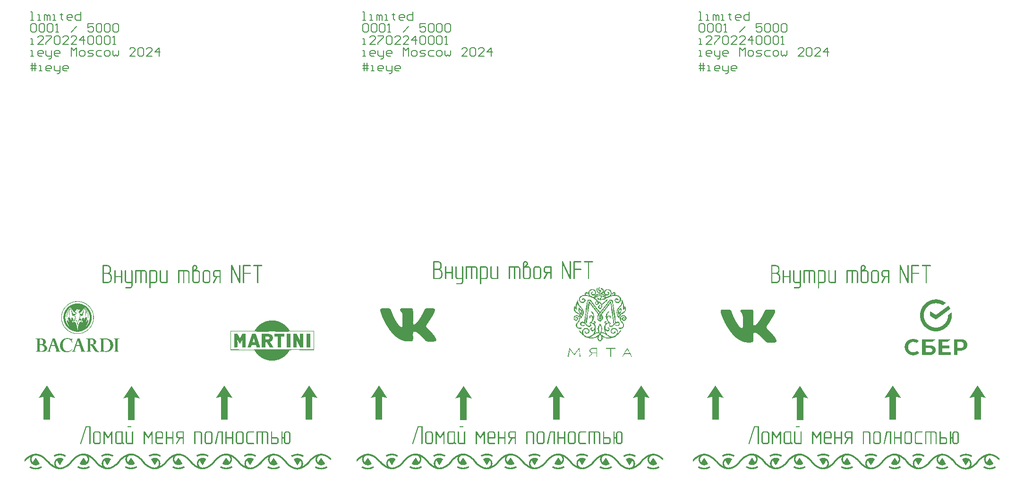
<source format=gto>
G04*
G04 #@! TF.GenerationSoftware,Altium Limited,Altium Designer,23.6.0 (18)*
G04*
G04 Layer_Color=65535*
%FSLAX44Y44*%
%MOMM*%
G71*
G04*
G04 #@! TF.SameCoordinates,4061A6F7-F738-458C-8749-E02376798AA4*
G04*
G04*
G04 #@! TF.FilePolarity,Positive*
G04*
G01*
G75*
%ADD48C,0.1500*%
G36*
X770741Y1412994D02*
X770991Y1412911D01*
X771283Y1412702D01*
X771324Y1412661D01*
X771491Y1412494D01*
X771616Y1412244D01*
X771658Y1411869D01*
Y1390875D01*
Y1390833D01*
Y1390791D01*
X771616Y1390583D01*
X771533Y1390291D01*
X771324Y1390000D01*
X771283Y1389958D01*
X771116Y1389875D01*
X770825Y1389792D01*
X770491Y1389750D01*
X770450D01*
X770283Y1389792D01*
X770033Y1389875D01*
X769658Y1390000D01*
X769617Y1390042D01*
X769492Y1390208D01*
X769367Y1390500D01*
X769325Y1390916D01*
Y1400247D01*
X760036D01*
Y1390916D01*
Y1390875D01*
Y1390833D01*
X759994Y1390583D01*
X759911Y1390291D01*
X759703Y1390000D01*
X759661Y1389958D01*
X759494Y1389875D01*
X759203Y1389792D01*
X758869Y1389750D01*
X758828D01*
X758661Y1389792D01*
X758411Y1389875D01*
X758036Y1390000D01*
X757995Y1390042D01*
X757870Y1390208D01*
X757745Y1390500D01*
X757703Y1390875D01*
Y1411869D01*
Y1411953D01*
X757745Y1412119D01*
X757828Y1412328D01*
X758036Y1412619D01*
X758078Y1412702D01*
X758286Y1412827D01*
X758536Y1412952D01*
X758869Y1413036D01*
X758953D01*
X759119Y1412994D01*
X759369Y1412911D01*
X759661Y1412702D01*
X759703Y1412661D01*
X759869Y1412494D01*
X759994Y1412244D01*
X760036Y1411869D01*
Y1402580D01*
X769325D01*
Y1411869D01*
Y1411953D01*
X769367Y1412119D01*
X769450Y1412328D01*
X769658Y1412619D01*
X769700Y1412702D01*
X769908Y1412827D01*
X770158Y1412952D01*
X770491Y1413036D01*
X770575D01*
X770741Y1412994D01*
D02*
G37*
G36*
X982604Y1422283D02*
X982854Y1422200D01*
X983145Y1421992D01*
X983187Y1421950D01*
X983354Y1421783D01*
X983478Y1421534D01*
X983520Y1421159D01*
Y1390875D01*
Y1390833D01*
X983478Y1390666D01*
X983354Y1390417D01*
X983145Y1390042D01*
X983062Y1390000D01*
X982895Y1389917D01*
X982645Y1389792D01*
X982354Y1389750D01*
X981771Y1389875D01*
X981271Y1390417D01*
X969524Y1415868D01*
Y1390875D01*
Y1390833D01*
Y1390791D01*
X969482Y1390583D01*
X969399Y1390291D01*
X969191Y1390000D01*
X969149Y1389958D01*
X968982Y1389875D01*
X968691Y1389792D01*
X968357Y1389750D01*
X968316D01*
X968149Y1389792D01*
X967899Y1389875D01*
X967524Y1390000D01*
X967483Y1390042D01*
X967358Y1390208D01*
X967233Y1390500D01*
X967191Y1390875D01*
Y1421159D01*
Y1421242D01*
X967233Y1421409D01*
X967316Y1421617D01*
X967524Y1421908D01*
X967566Y1421992D01*
X967733Y1422117D01*
X967982Y1422242D01*
X968316Y1422325D01*
X968482D01*
X968691Y1422242D01*
X968899Y1422158D01*
X968941Y1422117D01*
X969065Y1422033D01*
X969232Y1421908D01*
X969399Y1421658D01*
X981187Y1396207D01*
Y1421159D01*
Y1421242D01*
X981229Y1421409D01*
X981312Y1421617D01*
X981521Y1421908D01*
X981562Y1421992D01*
X981771Y1422117D01*
X982021Y1422242D01*
X982354Y1422325D01*
X982437D01*
X982604Y1422283D01*
D02*
G37*
G36*
X1376241Y1405994D02*
X1376491Y1405911D01*
X1376783Y1405702D01*
X1376824Y1405661D01*
X1376991Y1405494D01*
X1377116Y1405244D01*
X1377158Y1404869D01*
Y1383875D01*
Y1383833D01*
Y1383791D01*
X1377116Y1383583D01*
X1377033Y1383291D01*
X1376824Y1383000D01*
X1376783Y1382958D01*
X1376616Y1382875D01*
X1376325Y1382792D01*
X1375991Y1382750D01*
X1375950D01*
X1375783Y1382792D01*
X1375533Y1382875D01*
X1375158Y1383000D01*
X1375117Y1383042D01*
X1374992Y1383208D01*
X1374867Y1383500D01*
X1374825Y1383916D01*
Y1393247D01*
X1365536D01*
Y1383916D01*
Y1383875D01*
Y1383833D01*
X1365494Y1383583D01*
X1365411Y1383291D01*
X1365202Y1383000D01*
X1365161Y1382958D01*
X1364994Y1382875D01*
X1364703Y1382792D01*
X1364369Y1382750D01*
X1364328D01*
X1364161Y1382792D01*
X1363911Y1382875D01*
X1363536Y1383000D01*
X1363495Y1383042D01*
X1363370Y1383208D01*
X1363245Y1383500D01*
X1363203Y1383875D01*
Y1404869D01*
Y1404953D01*
X1363245Y1405119D01*
X1363328Y1405327D01*
X1363536Y1405619D01*
X1363578Y1405702D01*
X1363786Y1405827D01*
X1364036Y1405952D01*
X1364369Y1406036D01*
X1364453D01*
X1364619Y1405994D01*
X1364869Y1405911D01*
X1365161Y1405702D01*
X1365202Y1405661D01*
X1365369Y1405494D01*
X1365494Y1405244D01*
X1365536Y1404869D01*
Y1395580D01*
X1374825D01*
Y1404869D01*
Y1404953D01*
X1374867Y1405119D01*
X1374950Y1405327D01*
X1375158Y1405619D01*
X1375200Y1405702D01*
X1375408Y1405827D01*
X1375658Y1405952D01*
X1375991Y1406036D01*
X1376075D01*
X1376241Y1405994D01*
D02*
G37*
G36*
X177991D02*
X178241Y1405911D01*
X178533Y1405702D01*
X178575Y1405661D01*
X178741Y1405494D01*
X178866Y1405244D01*
X178908Y1404869D01*
Y1383875D01*
Y1383833D01*
Y1383791D01*
X178866Y1383583D01*
X178783Y1383291D01*
X178575Y1383000D01*
X178533Y1382958D01*
X178366Y1382875D01*
X178075Y1382792D01*
X177741Y1382750D01*
X177700D01*
X177533Y1382792D01*
X177283Y1382875D01*
X176908Y1383000D01*
X176867Y1383042D01*
X176742Y1383208D01*
X176617Y1383500D01*
X176575Y1383916D01*
Y1393247D01*
X167286D01*
Y1383916D01*
Y1383875D01*
Y1383833D01*
X167244Y1383583D01*
X167161Y1383291D01*
X166952Y1383000D01*
X166911Y1382958D01*
X166744Y1382875D01*
X166453Y1382792D01*
X166119Y1382750D01*
X166078D01*
X165911Y1382792D01*
X165661Y1382875D01*
X165286Y1383000D01*
X165245Y1383042D01*
X165120Y1383208D01*
X164995Y1383500D01*
X164953Y1383875D01*
Y1404869D01*
Y1404953D01*
X164995Y1405119D01*
X165078Y1405327D01*
X165286Y1405619D01*
X165328Y1405702D01*
X165536Y1405827D01*
X165786Y1405952D01*
X166119Y1406036D01*
X166203D01*
X166369Y1405994D01*
X166619Y1405911D01*
X166911Y1405702D01*
X166952Y1405661D01*
X167119Y1405494D01*
X167244Y1405244D01*
X167286Y1404869D01*
Y1395580D01*
X176575D01*
Y1404869D01*
Y1404953D01*
X176617Y1405119D01*
X176700Y1405327D01*
X176908Y1405619D01*
X176950Y1405702D01*
X177158Y1405827D01*
X177408Y1405952D01*
X177741Y1406036D01*
X177825D01*
X177991Y1405994D01*
D02*
G37*
G36*
X852221Y1412994D02*
X852470Y1412911D01*
X852762Y1412702D01*
X852804Y1412661D01*
X852970Y1412494D01*
X853095Y1412244D01*
X853137Y1411869D01*
Y1390875D01*
Y1390833D01*
Y1390708D01*
X853095Y1390500D01*
X853012Y1390333D01*
X852845Y1390125D01*
X852637Y1389917D01*
X852345Y1389792D01*
X851971Y1389750D01*
X843723D01*
X843473Y1389792D01*
X843098Y1389833D01*
X842681Y1389917D01*
X842140Y1390083D01*
X841598Y1390333D01*
X841057Y1390625D01*
X840515Y1391083D01*
X840473Y1391125D01*
X840307Y1391333D01*
X840099Y1391624D01*
X839849Y1391999D01*
X839599Y1392458D01*
X839390Y1393041D01*
X839224Y1393666D01*
X839182Y1394374D01*
Y1411869D01*
Y1411953D01*
X839224Y1412119D01*
X839307Y1412328D01*
X839515Y1412619D01*
X839557Y1412702D01*
X839765Y1412827D01*
X840015Y1412952D01*
X840349Y1413036D01*
X840432D01*
X840598Y1412994D01*
X840848Y1412911D01*
X841140Y1412702D01*
X841182Y1412661D01*
X841348Y1412494D01*
X841473Y1412244D01*
X841515Y1411869D01*
Y1394374D01*
Y1394332D01*
Y1394207D01*
X841556Y1394041D01*
X841598Y1393832D01*
X841682Y1393541D01*
X841806Y1393291D01*
X841973Y1392999D01*
X842181Y1392749D01*
X842223Y1392708D01*
X842306Y1392666D01*
X842431Y1392541D01*
X842640Y1392416D01*
X842889Y1392291D01*
X843139Y1392208D01*
X843473Y1392124D01*
X843806Y1392083D01*
X850804D01*
Y1411869D01*
Y1411953D01*
X850846Y1412119D01*
X850929Y1412328D01*
X851137Y1412619D01*
X851179Y1412702D01*
X851387Y1412827D01*
X851637Y1412952D01*
X851971Y1413036D01*
X852054D01*
X852221Y1412994D01*
D02*
G37*
G36*
X789362D02*
X789612Y1412911D01*
X789903Y1412702D01*
X789945Y1412661D01*
X790111Y1412494D01*
X790236Y1412244D01*
X790278Y1411869D01*
Y1385126D01*
Y1385043D01*
Y1384793D01*
X790195Y1384460D01*
X790111Y1384001D01*
X789945Y1383502D01*
X789695Y1382918D01*
X789362Y1382377D01*
X788903Y1381835D01*
X788862Y1381794D01*
X788653Y1381627D01*
X788362Y1381419D01*
X787987Y1381169D01*
X787529Y1380877D01*
X786945Y1380669D01*
X786321Y1380502D01*
X785612Y1380461D01*
X778573D01*
X778406Y1380502D01*
X778156Y1380627D01*
X777781Y1380836D01*
X777739Y1380919D01*
X777615Y1381086D01*
X777490Y1381335D01*
X777448Y1381627D01*
Y1381669D01*
X777490Y1381835D01*
X777573Y1382085D01*
X777739Y1382460D01*
X777781Y1382502D01*
X777948Y1382627D01*
X778239Y1382752D01*
X778614Y1382793D01*
X785779D01*
X785946Y1382835D01*
X786196Y1382877D01*
X786446Y1382960D01*
X786696Y1383085D01*
X786987Y1383252D01*
X787237Y1383502D01*
X787279Y1383543D01*
X787362Y1383627D01*
X787445Y1383752D01*
X787612Y1383960D01*
X787737Y1384210D01*
X787820Y1384460D01*
X787904Y1384793D01*
X787945Y1385126D01*
Y1389750D01*
X780905D01*
X780656Y1389792D01*
X780281Y1389833D01*
X779822Y1389917D01*
X779323Y1390083D01*
X778739Y1390333D01*
X778198Y1390625D01*
X777656Y1391083D01*
X777615Y1391166D01*
X777448Y1391333D01*
X777240Y1391624D01*
X776990Y1391999D01*
X776740Y1392499D01*
X776532Y1393082D01*
X776365Y1393707D01*
X776323Y1394415D01*
Y1411869D01*
Y1411953D01*
X776365Y1412119D01*
X776448Y1412328D01*
X776656Y1412619D01*
X776698Y1412702D01*
X776906Y1412827D01*
X777156Y1412952D01*
X777490Y1413036D01*
X777573D01*
X777739Y1412994D01*
X777990Y1412911D01*
X778281Y1412702D01*
X778323Y1412661D01*
X778489Y1412494D01*
X778614Y1412244D01*
X778656Y1411869D01*
Y1394415D01*
Y1394374D01*
Y1394249D01*
X778698Y1394082D01*
X778739Y1393832D01*
X778823Y1393582D01*
X778948Y1393291D01*
X779114Y1392999D01*
X779364Y1392749D01*
X779406Y1392708D01*
X779489Y1392666D01*
X779656Y1392541D01*
X779822Y1392416D01*
X780072Y1392291D01*
X780364Y1392208D01*
X780656Y1392124D01*
X780989Y1392083D01*
X787945D01*
Y1411869D01*
Y1411953D01*
X787987Y1412119D01*
X788070Y1412328D01*
X788279Y1412619D01*
X788320Y1412702D01*
X788528Y1412827D01*
X788778Y1412952D01*
X789112Y1413036D01*
X789195D01*
X789362Y1412994D01*
D02*
G37*
G36*
X1022177Y1422283D02*
X1022427Y1422158D01*
X1022719Y1421950D01*
X1022760Y1421867D01*
X1022927Y1421700D01*
X1023052Y1421450D01*
X1023093Y1421159D01*
Y1421075D01*
X1023052Y1420867D01*
X1022968Y1420617D01*
X1022760Y1420325D01*
X1022719Y1420284D01*
X1022552Y1420159D01*
X1022302Y1420034D01*
X1021927Y1419992D01*
X1016095D01*
Y1390875D01*
Y1390833D01*
Y1390791D01*
X1016053Y1390583D01*
X1015970Y1390291D01*
X1015762Y1390000D01*
X1015720Y1389958D01*
X1015554Y1389875D01*
X1015262Y1389792D01*
X1014929Y1389750D01*
X1014887D01*
X1014721Y1389792D01*
X1014471Y1389875D01*
X1014096Y1390000D01*
X1014054Y1390042D01*
X1013929Y1390208D01*
X1013804Y1390500D01*
X1013762Y1390875D01*
Y1419992D01*
X1007847D01*
X1007639Y1420034D01*
X1007347Y1420117D01*
X1007056Y1420284D01*
X1007014Y1420367D01*
X1006931Y1420534D01*
X1006806Y1420825D01*
X1006764Y1421159D01*
Y1421200D01*
X1006806Y1421325D01*
X1006889Y1421575D01*
X1007014Y1421867D01*
Y1421908D01*
X1007056Y1421950D01*
X1007222Y1422117D01*
X1007514Y1422242D01*
X1007681Y1422325D01*
X1022010D01*
X1022177Y1422283D01*
D02*
G37*
G36*
X1001182D02*
X1001432Y1422158D01*
X1001724Y1421950D01*
X1001766Y1421867D01*
X1001932Y1421700D01*
X1002057Y1421450D01*
X1002099Y1421159D01*
Y1421075D01*
X1002057Y1420867D01*
X1001974Y1420617D01*
X1001766Y1420325D01*
X1001724Y1420284D01*
X1001557Y1420159D01*
X1001307Y1420034D01*
X1000932Y1419992D01*
X990477D01*
Y1408329D01*
X1001016D01*
X1001182Y1408287D01*
X1001432Y1408162D01*
X1001724Y1407954D01*
X1001766Y1407870D01*
X1001932Y1407704D01*
X1002057Y1407454D01*
X1002099Y1407162D01*
Y1407079D01*
X1002057Y1406871D01*
X1001974Y1406621D01*
X1001766Y1406329D01*
X1001724Y1406287D01*
X1001557Y1406163D01*
X1001307Y1406037D01*
X1000932Y1405996D01*
X990477D01*
Y1390875D01*
Y1390833D01*
Y1390791D01*
X990435Y1390583D01*
X990352Y1390291D01*
X990144Y1390000D01*
X990102Y1389958D01*
X989935Y1389875D01*
X989644Y1389792D01*
X989310Y1389750D01*
X989269D01*
X989102Y1389792D01*
X988852Y1389875D01*
X988477Y1390000D01*
X988436Y1390042D01*
X988311Y1390208D01*
X988186Y1390500D01*
X988144Y1390875D01*
Y1421159D01*
Y1421200D01*
Y1421325D01*
X988186Y1421534D01*
X988269Y1421742D01*
X988436Y1421950D01*
X988602Y1422158D01*
X988894Y1422283D01*
X989269Y1422325D01*
X1001016D01*
X1001182Y1422283D01*
D02*
G37*
G36*
X947738Y1412994D02*
X947946Y1412911D01*
X948154Y1412744D01*
X948363Y1412536D01*
X948487Y1412244D01*
X948529Y1411869D01*
Y1390875D01*
Y1390833D01*
Y1390791D01*
X948487Y1390583D01*
X948404Y1390291D01*
X948196Y1390000D01*
X948154Y1389958D01*
X947988Y1389875D01*
X947696Y1389792D01*
X947363Y1389750D01*
X947321D01*
X947154Y1389792D01*
X946905Y1389875D01*
X946530Y1390000D01*
X946488Y1390042D01*
X946363Y1390208D01*
X946238Y1390500D01*
X946196Y1390916D01*
Y1400247D01*
X942197D01*
X936740Y1390333D01*
X936324Y1389875D01*
X935741Y1389750D01*
X935657D01*
X935449Y1389792D01*
X935199Y1389875D01*
X934908Y1390042D01*
X934866Y1390083D01*
X934741Y1390291D01*
X934616Y1390542D01*
X934574Y1390875D01*
Y1390916D01*
Y1391041D01*
X934616Y1391250D01*
X934699Y1391458D01*
X939573Y1400247D01*
X939115D01*
X938865Y1400289D01*
X938490Y1400331D01*
X938074Y1400414D01*
X937532Y1400581D01*
X936990Y1400831D01*
X936449Y1401122D01*
X935907Y1401580D01*
X935866Y1401622D01*
X935699Y1401830D01*
X935491Y1402122D01*
X935241Y1402497D01*
X934991Y1402955D01*
X934783Y1403538D01*
X934616Y1404163D01*
X934574Y1404871D01*
Y1408370D01*
Y1408454D01*
X934616Y1408662D01*
X934658Y1408995D01*
X934741Y1409412D01*
X934908Y1409911D01*
X935116Y1410453D01*
X935449Y1411036D01*
X935866Y1411578D01*
X935949Y1411661D01*
X936116Y1411828D01*
X936407Y1412036D01*
X936782Y1412328D01*
X937282Y1412578D01*
X937823Y1412827D01*
X938490Y1412994D01*
X939198Y1413036D01*
X947529D01*
X947738Y1412994D01*
D02*
G37*
G36*
X925952Y1412952D02*
X926410Y1412869D01*
X926951Y1412702D01*
X927493Y1412453D01*
X928034Y1412119D01*
X928576Y1411661D01*
X928618Y1411619D01*
X928784Y1411411D01*
X928992Y1411120D01*
X929284Y1410745D01*
X929534Y1410286D01*
X929742Y1409703D01*
X929909Y1409078D01*
X929951Y1408370D01*
Y1394374D01*
Y1394332D01*
Y1394290D01*
Y1394041D01*
X929867Y1393666D01*
X929784Y1393249D01*
X929617Y1392708D01*
X929367Y1392166D01*
X929034Y1391624D01*
X928576Y1391083D01*
X928534Y1391041D01*
X928326Y1390875D01*
X928034Y1390666D01*
X927660Y1390417D01*
X927201Y1390167D01*
X926618Y1389958D01*
X925993Y1389792D01*
X925285Y1389750D01*
X920536D01*
X920286Y1389792D01*
X919911Y1389833D01*
X919495Y1389917D01*
X918953Y1390083D01*
X918412Y1390333D01*
X917870Y1390625D01*
X917329Y1391083D01*
X917287Y1391125D01*
X917121Y1391333D01*
X916912Y1391624D01*
X916662Y1391999D01*
X916412Y1392458D01*
X916204Y1393041D01*
X916038Y1393666D01*
X915996Y1394374D01*
Y1408370D01*
Y1408454D01*
X916038Y1408662D01*
X916079Y1408995D01*
X916162Y1409412D01*
X916329Y1409911D01*
X916537Y1410453D01*
X916871Y1411036D01*
X917287Y1411578D01*
X917371Y1411661D01*
X917537Y1411828D01*
X917829Y1412036D01*
X918204Y1412328D01*
X918703Y1412578D01*
X919245Y1412827D01*
X919911Y1412994D01*
X920620Y1413036D01*
X925618D01*
X925952Y1412952D01*
D02*
G37*
G36*
X902666Y1422283D02*
X903082Y1422200D01*
X903582Y1422033D01*
X904124Y1421825D01*
X904665Y1421534D01*
X905165Y1421159D01*
X905249Y1421117D01*
X905415Y1420950D01*
X905623Y1420659D01*
X905915Y1420242D01*
X906165Y1419784D01*
X906415Y1419159D01*
X906581Y1418493D01*
X906623Y1417701D01*
Y1416826D01*
X906457Y1416243D01*
Y1416202D01*
X906415Y1416118D01*
X906373Y1415993D01*
X906290Y1415785D01*
X905998Y1415327D01*
X905832Y1415077D01*
X905582Y1414785D01*
X905540Y1414744D01*
X905499Y1414702D01*
X905415Y1414577D01*
X905290Y1414452D01*
X905082Y1414327D01*
X904832Y1414119D01*
X904540Y1413869D01*
X903499Y1412994D01*
X906956D01*
X907331Y1412911D01*
X907790Y1412827D01*
X908289Y1412661D01*
X908873Y1412453D01*
X909414Y1412119D01*
X909956Y1411661D01*
X909997Y1411619D01*
X910164Y1411411D01*
X910372Y1411120D01*
X910664Y1410745D01*
X910914Y1410286D01*
X911122Y1409703D01*
X911289Y1409078D01*
X911330Y1408370D01*
Y1394374D01*
Y1394290D01*
Y1394041D01*
X911247Y1393707D01*
X911164Y1393249D01*
X910997Y1392749D01*
X910747Y1392166D01*
X910414Y1391624D01*
X909956Y1391083D01*
X909914Y1391041D01*
X909706Y1390875D01*
X909414Y1390666D01*
X909039Y1390417D01*
X908539Y1390167D01*
X907998Y1389958D01*
X907331Y1389792D01*
X906623Y1389750D01*
X901958D01*
X901708Y1389792D01*
X901333Y1389833D01*
X900875Y1389917D01*
X900375Y1390083D01*
X899792Y1390333D01*
X899250Y1390625D01*
X898709Y1391083D01*
X898667Y1391166D01*
X898500Y1391333D01*
X898292Y1391624D01*
X898042Y1391999D01*
X897792Y1392499D01*
X897584Y1393041D01*
X897417Y1393666D01*
X897376Y1394374D01*
Y1408370D01*
Y1417701D01*
Y1417743D01*
Y1417784D01*
Y1417910D01*
X897417Y1418076D01*
X897459Y1418451D01*
X897542Y1418951D01*
X897709Y1419492D01*
X897959Y1420076D01*
X898334Y1420659D01*
X898792Y1421159D01*
X898833Y1421200D01*
X899042Y1421325D01*
X899333Y1421534D01*
X899708Y1421742D01*
X900166Y1421950D01*
X900708Y1422158D01*
X901333Y1422283D01*
X901999Y1422325D01*
X902333D01*
X902666Y1422283D01*
D02*
G37*
G36*
X888670Y1412952D02*
X889128Y1412869D01*
X889669Y1412702D01*
X890211Y1412453D01*
X890752Y1412119D01*
X891294Y1411661D01*
X891336Y1411619D01*
X891502Y1411411D01*
X891710Y1411120D01*
X892002Y1410745D01*
X892252Y1410286D01*
X892460Y1409703D01*
X892627Y1409078D01*
X892668Y1408370D01*
Y1390875D01*
Y1390833D01*
Y1390791D01*
X892627Y1390583D01*
X892543Y1390291D01*
X892335Y1390000D01*
X892293Y1389958D01*
X892127Y1389875D01*
X891835Y1389792D01*
X891502Y1389750D01*
X891460D01*
X891294Y1389792D01*
X891044Y1389875D01*
X890669Y1390000D01*
X890627Y1390042D01*
X890502Y1390208D01*
X890377Y1390500D01*
X890336Y1390875D01*
Y1408370D01*
Y1408412D01*
Y1408537D01*
X890294Y1408703D01*
X890252Y1408953D01*
X890169Y1409203D01*
X890044Y1409453D01*
X889877Y1409745D01*
X889628Y1409995D01*
X889586Y1410036D01*
X889503Y1410120D01*
X889378Y1410203D01*
X889169Y1410370D01*
X888919Y1410495D01*
X888670Y1410578D01*
X888336Y1410661D01*
X888003Y1410703D01*
X883379D01*
Y1390875D01*
Y1390833D01*
Y1390791D01*
X883337Y1390583D01*
X883254Y1390291D01*
X883046Y1390000D01*
X883004Y1389958D01*
X882838Y1389875D01*
X882546Y1389792D01*
X882213Y1389750D01*
X882171D01*
X882004Y1389792D01*
X881755Y1389875D01*
X881380Y1390000D01*
X881338Y1390042D01*
X881213Y1390208D01*
X881088Y1390500D01*
X881046Y1390875D01*
Y1410703D01*
X874090D01*
Y1390875D01*
Y1390833D01*
Y1390791D01*
X874048Y1390583D01*
X873965Y1390291D01*
X873757Y1390000D01*
X873715Y1389958D01*
X873548Y1389875D01*
X873257Y1389792D01*
X872924Y1389750D01*
X872882D01*
X872715Y1389792D01*
X872465Y1389875D01*
X872090Y1390000D01*
X872049Y1390042D01*
X871924Y1390208D01*
X871799Y1390500D01*
X871757Y1390875D01*
Y1411869D01*
Y1411911D01*
Y1412036D01*
X871799Y1412244D01*
X871882Y1412453D01*
X872049Y1412661D01*
X872215Y1412869D01*
X872507Y1412994D01*
X872882Y1413036D01*
X888336D01*
X888670Y1412952D01*
D02*
G37*
G36*
X811856D02*
X812314Y1412869D01*
X812856Y1412702D01*
X813397Y1412453D01*
X813939Y1412119D01*
X814480Y1411661D01*
X814522Y1411619D01*
X814688Y1411411D01*
X814897Y1411120D01*
X815188Y1410745D01*
X815438Y1410286D01*
X815647Y1409703D01*
X815813Y1409078D01*
X815855Y1408370D01*
Y1390875D01*
Y1390833D01*
Y1390791D01*
X815813Y1390583D01*
X815730Y1390291D01*
X815521Y1390000D01*
X815480Y1389958D01*
X815313Y1389875D01*
X815022Y1389792D01*
X814688Y1389750D01*
X814647D01*
X814480Y1389792D01*
X814230Y1389875D01*
X813855Y1390000D01*
X813814Y1390042D01*
X813689Y1390208D01*
X813564Y1390500D01*
X813522Y1390875D01*
Y1408370D01*
Y1408412D01*
Y1408537D01*
X813480Y1408703D01*
X813439Y1408953D01*
X813355Y1409203D01*
X813231Y1409453D01*
X813064Y1409745D01*
X812814Y1409995D01*
X812772Y1410036D01*
X812689Y1410120D01*
X812564Y1410203D01*
X812356Y1410370D01*
X812106Y1410495D01*
X811856Y1410578D01*
X811523Y1410661D01*
X811189Y1410703D01*
X806565D01*
Y1390875D01*
Y1390833D01*
Y1390791D01*
X806524Y1390583D01*
X806441Y1390291D01*
X806232Y1390000D01*
X806191Y1389958D01*
X806024Y1389875D01*
X805732Y1389792D01*
X805399Y1389750D01*
X805358D01*
X805191Y1389792D01*
X804941Y1389875D01*
X804566Y1390000D01*
X804524Y1390042D01*
X804399Y1390208D01*
X804274Y1390500D01*
X804233Y1390875D01*
Y1410703D01*
X797276D01*
Y1390875D01*
Y1390833D01*
Y1390791D01*
X797234Y1390583D01*
X797151Y1390291D01*
X796943Y1390000D01*
X796901Y1389958D01*
X796735Y1389875D01*
X796443Y1389792D01*
X796110Y1389750D01*
X796068D01*
X795902Y1389792D01*
X795652Y1389875D01*
X795277Y1390000D01*
X795235Y1390042D01*
X795110Y1390208D01*
X794985Y1390500D01*
X794943Y1390875D01*
Y1411869D01*
Y1411911D01*
Y1412036D01*
X794985Y1412244D01*
X795068Y1412453D01*
X795235Y1412661D01*
X795402Y1412869D01*
X795693Y1412994D01*
X796068Y1413036D01*
X811523D01*
X811856Y1412952D01*
D02*
G37*
G36*
X745373Y1422283D02*
X745623D01*
X745914Y1422200D01*
X746581Y1422075D01*
X747372Y1421825D01*
X748205Y1421450D01*
X748622Y1421200D01*
X749039Y1420950D01*
X749414Y1420617D01*
X749830Y1420242D01*
X749872Y1420201D01*
X749997Y1420076D01*
X750205Y1419867D01*
X750413Y1419617D01*
X750663Y1419284D01*
X750913Y1418909D01*
X751163Y1418493D01*
X751371Y1418034D01*
X751746Y1416785D01*
X751871Y1416035D01*
Y1415327D01*
Y1412994D01*
Y1412911D01*
Y1412702D01*
X751830Y1412369D01*
X751788Y1411994D01*
X751704Y1411494D01*
X751580Y1410995D01*
X751413Y1410453D01*
X751205Y1409953D01*
X751163Y1409911D01*
X751080Y1409745D01*
X750955Y1409495D01*
X750747Y1409162D01*
X750455Y1408787D01*
X750122Y1408370D01*
X749705Y1407954D01*
X749247Y1407537D01*
X749330Y1407496D01*
X749538Y1407370D01*
X749830Y1407162D01*
X750205Y1406912D01*
X750663Y1406537D01*
X751121Y1406079D01*
X751580Y1405579D01*
X751996Y1404954D01*
X752038Y1404871D01*
X752163Y1404663D01*
X752329Y1404288D01*
X752538Y1403871D01*
X752746Y1403330D01*
X752913Y1402705D01*
X753037Y1402039D01*
X753079Y1401372D01*
Y1396707D01*
Y1396665D01*
Y1396582D01*
Y1396457D01*
X753037Y1396248D01*
X752996Y1395998D01*
X752954Y1395707D01*
X752788Y1395040D01*
X752538Y1394290D01*
X752163Y1393457D01*
X751913Y1393041D01*
X751621Y1392624D01*
X751246Y1392249D01*
X750871Y1391833D01*
X750830Y1391791D01*
X750788Y1391750D01*
X750663Y1391624D01*
X750497Y1391500D01*
X750038Y1391166D01*
X749455Y1390791D01*
X748747Y1390417D01*
X747914Y1390083D01*
X746997Y1389833D01*
X746539Y1389792D01*
X746039Y1389750D01*
X737708D01*
X737500Y1389792D01*
X737333Y1389875D01*
X737125Y1390042D01*
X736917Y1390208D01*
X736792Y1390500D01*
X736750Y1390875D01*
Y1421159D01*
Y1421200D01*
Y1421325D01*
X736833Y1421534D01*
X736917Y1421742D01*
X737042Y1421950D01*
X737250Y1422158D01*
X737542Y1422283D01*
X737916Y1422325D01*
X745206D01*
X745373Y1422283D01*
D02*
G37*
G36*
X1588104Y1415283D02*
X1588354Y1415200D01*
X1588645Y1414992D01*
X1588687Y1414950D01*
X1588853Y1414783D01*
X1588978Y1414533D01*
X1589020Y1414158D01*
Y1383875D01*
Y1383833D01*
X1588978Y1383666D01*
X1588853Y1383416D01*
X1588645Y1383042D01*
X1588562Y1383000D01*
X1588395Y1382917D01*
X1588145Y1382792D01*
X1587854Y1382750D01*
X1587271Y1382875D01*
X1586771Y1383416D01*
X1575024Y1408868D01*
Y1383875D01*
Y1383833D01*
Y1383791D01*
X1574982Y1383583D01*
X1574899Y1383291D01*
X1574691Y1383000D01*
X1574649Y1382958D01*
X1574482Y1382875D01*
X1574191Y1382792D01*
X1573857Y1382750D01*
X1573816D01*
X1573649Y1382792D01*
X1573399Y1382875D01*
X1573024Y1383000D01*
X1572983Y1383042D01*
X1572858Y1383208D01*
X1572733Y1383500D01*
X1572691Y1383875D01*
Y1414158D01*
Y1414242D01*
X1572733Y1414409D01*
X1572816Y1414617D01*
X1573024Y1414908D01*
X1573066Y1414992D01*
X1573233Y1415117D01*
X1573483Y1415242D01*
X1573816Y1415325D01*
X1573982D01*
X1574191Y1415242D01*
X1574399Y1415158D01*
X1574440Y1415117D01*
X1574565Y1415033D01*
X1574732Y1414908D01*
X1574899Y1414658D01*
X1586687Y1389207D01*
Y1414158D01*
Y1414242D01*
X1586729Y1414409D01*
X1586812Y1414617D01*
X1587021Y1414908D01*
X1587062Y1414992D01*
X1587271Y1415117D01*
X1587520Y1415242D01*
X1587854Y1415325D01*
X1587937D01*
X1588104Y1415283D01*
D02*
G37*
G36*
X389854D02*
X390104Y1415200D01*
X390395Y1414992D01*
X390437Y1414950D01*
X390603Y1414783D01*
X390728Y1414533D01*
X390770Y1414158D01*
Y1383875D01*
Y1383833D01*
X390728Y1383666D01*
X390603Y1383416D01*
X390395Y1383042D01*
X390312Y1383000D01*
X390145Y1382917D01*
X389895Y1382792D01*
X389604Y1382750D01*
X389021Y1382875D01*
X388521Y1383416D01*
X376774Y1408868D01*
Y1383875D01*
Y1383833D01*
Y1383791D01*
X376732Y1383583D01*
X376649Y1383291D01*
X376441Y1383000D01*
X376399Y1382958D01*
X376232Y1382875D01*
X375941Y1382792D01*
X375607Y1382750D01*
X375566D01*
X375399Y1382792D01*
X375149Y1382875D01*
X374774Y1383000D01*
X374733Y1383042D01*
X374608Y1383208D01*
X374483Y1383500D01*
X374441Y1383875D01*
Y1414158D01*
Y1414242D01*
X374483Y1414409D01*
X374566Y1414617D01*
X374774Y1414908D01*
X374816Y1414992D01*
X374982Y1415117D01*
X375232Y1415242D01*
X375566Y1415325D01*
X375732D01*
X375941Y1415242D01*
X376149Y1415158D01*
X376190Y1415117D01*
X376315Y1415033D01*
X376482Y1414908D01*
X376649Y1414658D01*
X388437Y1389207D01*
Y1414158D01*
Y1414242D01*
X388479Y1414409D01*
X388562Y1414617D01*
X388771Y1414908D01*
X388812Y1414992D01*
X389021Y1415117D01*
X389271Y1415242D01*
X389604Y1415325D01*
X389687D01*
X389854Y1415283D01*
D02*
G37*
G36*
X1457720Y1405994D02*
X1457970Y1405911D01*
X1458262Y1405702D01*
X1458304Y1405661D01*
X1458470Y1405494D01*
X1458595Y1405244D01*
X1458637Y1404869D01*
Y1383875D01*
Y1383833D01*
Y1383708D01*
X1458595Y1383500D01*
X1458512Y1383333D01*
X1458345Y1383125D01*
X1458137Y1382917D01*
X1457845Y1382792D01*
X1457471Y1382750D01*
X1449223D01*
X1448973Y1382792D01*
X1448598Y1382833D01*
X1448181Y1382917D01*
X1447640Y1383083D01*
X1447098Y1383333D01*
X1446557Y1383625D01*
X1446015Y1384083D01*
X1445973Y1384125D01*
X1445807Y1384333D01*
X1445598Y1384624D01*
X1445349Y1384999D01*
X1445099Y1385458D01*
X1444890Y1386041D01*
X1444724Y1386666D01*
X1444682Y1387374D01*
Y1404869D01*
Y1404953D01*
X1444724Y1405119D01*
X1444807Y1405327D01*
X1445015Y1405619D01*
X1445057Y1405702D01*
X1445265Y1405827D01*
X1445515Y1405952D01*
X1445849Y1406036D01*
X1445932D01*
X1446098Y1405994D01*
X1446348Y1405911D01*
X1446640Y1405702D01*
X1446682Y1405661D01*
X1446848Y1405494D01*
X1446973Y1405244D01*
X1447015Y1404869D01*
Y1387374D01*
Y1387332D01*
Y1387207D01*
X1447056Y1387041D01*
X1447098Y1386832D01*
X1447182Y1386541D01*
X1447306Y1386291D01*
X1447473Y1385999D01*
X1447681Y1385749D01*
X1447723Y1385708D01*
X1447806Y1385666D01*
X1447931Y1385541D01*
X1448139Y1385416D01*
X1448389Y1385291D01*
X1448639Y1385208D01*
X1448973Y1385124D01*
X1449306Y1385083D01*
X1456304D01*
Y1404869D01*
Y1404953D01*
X1456346Y1405119D01*
X1456429Y1405327D01*
X1456637Y1405619D01*
X1456679Y1405702D01*
X1456887Y1405827D01*
X1457137Y1405952D01*
X1457471Y1406036D01*
X1457554D01*
X1457720Y1405994D01*
D02*
G37*
G36*
X1394861D02*
X1395112Y1405911D01*
X1395403Y1405702D01*
X1395445Y1405661D01*
X1395611Y1405494D01*
X1395736Y1405244D01*
X1395778Y1404869D01*
Y1378126D01*
Y1378043D01*
Y1377793D01*
X1395695Y1377460D01*
X1395611Y1377001D01*
X1395445Y1376501D01*
X1395195Y1375918D01*
X1394861Y1375377D01*
X1394403Y1374835D01*
X1394362Y1374794D01*
X1394153Y1374627D01*
X1393862Y1374419D01*
X1393487Y1374169D01*
X1393029Y1373877D01*
X1392446Y1373669D01*
X1391821Y1373502D01*
X1391113Y1373461D01*
X1384073D01*
X1383906Y1373502D01*
X1383656Y1373627D01*
X1383281Y1373835D01*
X1383239Y1373919D01*
X1383114Y1374086D01*
X1382990Y1374335D01*
X1382948Y1374627D01*
Y1374669D01*
X1382990Y1374835D01*
X1383073Y1375085D01*
X1383239Y1375460D01*
X1383281Y1375502D01*
X1383448Y1375627D01*
X1383739Y1375752D01*
X1384114Y1375793D01*
X1391279D01*
X1391446Y1375835D01*
X1391696Y1375877D01*
X1391946Y1375960D01*
X1392195Y1376085D01*
X1392487Y1376252D01*
X1392737Y1376501D01*
X1392779Y1376543D01*
X1392862Y1376626D01*
X1392945Y1376752D01*
X1393112Y1376960D01*
X1393237Y1377210D01*
X1393320Y1377460D01*
X1393404Y1377793D01*
X1393445Y1378126D01*
Y1382750D01*
X1386405D01*
X1386155Y1382792D01*
X1385780Y1382833D01*
X1385322Y1382917D01*
X1384822Y1383083D01*
X1384239Y1383333D01*
X1383698Y1383625D01*
X1383156Y1384083D01*
X1383114Y1384166D01*
X1382948Y1384333D01*
X1382740Y1384624D01*
X1382490Y1384999D01*
X1382240Y1385499D01*
X1382032Y1386082D01*
X1381865Y1386707D01*
X1381823Y1387415D01*
Y1404869D01*
Y1404953D01*
X1381865Y1405119D01*
X1381948Y1405327D01*
X1382156Y1405619D01*
X1382198Y1405702D01*
X1382406Y1405827D01*
X1382656Y1405952D01*
X1382990Y1406036D01*
X1383073D01*
X1383239Y1405994D01*
X1383489Y1405911D01*
X1383781Y1405702D01*
X1383823Y1405661D01*
X1383989Y1405494D01*
X1384114Y1405244D01*
X1384156Y1404869D01*
Y1387415D01*
Y1387374D01*
Y1387249D01*
X1384198Y1387082D01*
X1384239Y1386832D01*
X1384323Y1386582D01*
X1384447Y1386291D01*
X1384614Y1385999D01*
X1384864Y1385749D01*
X1384906Y1385708D01*
X1384989Y1385666D01*
X1385156Y1385541D01*
X1385322Y1385416D01*
X1385572Y1385291D01*
X1385864Y1385208D01*
X1386155Y1385124D01*
X1386489Y1385083D01*
X1393445D01*
Y1404869D01*
Y1404953D01*
X1393487Y1405119D01*
X1393570Y1405327D01*
X1393779Y1405619D01*
X1393820Y1405702D01*
X1394028Y1405827D01*
X1394278Y1405952D01*
X1394612Y1406036D01*
X1394695D01*
X1394861Y1405994D01*
D02*
G37*
G36*
X259470D02*
X259720Y1405911D01*
X260012Y1405702D01*
X260054Y1405661D01*
X260220Y1405494D01*
X260345Y1405244D01*
X260387Y1404869D01*
Y1383875D01*
Y1383833D01*
Y1383708D01*
X260345Y1383500D01*
X260262Y1383333D01*
X260095Y1383125D01*
X259887Y1382917D01*
X259595Y1382792D01*
X259221Y1382750D01*
X250973D01*
X250723Y1382792D01*
X250348Y1382833D01*
X249931Y1382917D01*
X249390Y1383083D01*
X248848Y1383333D01*
X248307Y1383625D01*
X247765Y1384083D01*
X247723Y1384125D01*
X247557Y1384333D01*
X247348Y1384624D01*
X247099Y1384999D01*
X246849Y1385458D01*
X246640Y1386041D01*
X246474Y1386666D01*
X246432Y1387374D01*
Y1404869D01*
Y1404953D01*
X246474Y1405119D01*
X246557Y1405327D01*
X246765Y1405619D01*
X246807Y1405702D01*
X247015Y1405827D01*
X247265Y1405952D01*
X247598Y1406036D01*
X247682D01*
X247848Y1405994D01*
X248098Y1405911D01*
X248390Y1405702D01*
X248432Y1405661D01*
X248598Y1405494D01*
X248723Y1405244D01*
X248765Y1404869D01*
Y1387374D01*
Y1387332D01*
Y1387207D01*
X248806Y1387041D01*
X248848Y1386832D01*
X248932Y1386541D01*
X249056Y1386291D01*
X249223Y1385999D01*
X249431Y1385749D01*
X249473Y1385708D01*
X249556Y1385666D01*
X249681Y1385541D01*
X249890Y1385416D01*
X250140Y1385291D01*
X250389Y1385208D01*
X250723Y1385124D01*
X251056Y1385083D01*
X258054D01*
Y1404869D01*
Y1404953D01*
X258096Y1405119D01*
X258179Y1405327D01*
X258387Y1405619D01*
X258429Y1405702D01*
X258637Y1405827D01*
X258887Y1405952D01*
X259221Y1406036D01*
X259304D01*
X259470Y1405994D01*
D02*
G37*
G36*
X196611D02*
X196861Y1405911D01*
X197153Y1405702D01*
X197195Y1405661D01*
X197361Y1405494D01*
X197486Y1405244D01*
X197528Y1404869D01*
Y1378126D01*
Y1378043D01*
Y1377793D01*
X197445Y1377460D01*
X197361Y1377001D01*
X197195Y1376501D01*
X196945Y1375918D01*
X196611Y1375377D01*
X196153Y1374835D01*
X196112Y1374794D01*
X195903Y1374627D01*
X195612Y1374419D01*
X195237Y1374169D01*
X194779Y1373877D01*
X194195Y1373669D01*
X193571Y1373502D01*
X192862Y1373461D01*
X185823D01*
X185656Y1373502D01*
X185406Y1373627D01*
X185031Y1373835D01*
X184989Y1373919D01*
X184865Y1374086D01*
X184740Y1374335D01*
X184698Y1374627D01*
Y1374669D01*
X184740Y1374835D01*
X184823Y1375085D01*
X184989Y1375460D01*
X185031Y1375502D01*
X185198Y1375627D01*
X185489Y1375752D01*
X185864Y1375793D01*
X193029D01*
X193196Y1375835D01*
X193446Y1375877D01*
X193696Y1375960D01*
X193946Y1376085D01*
X194237Y1376252D01*
X194487Y1376501D01*
X194529Y1376543D01*
X194612Y1376626D01*
X194695Y1376752D01*
X194862Y1376960D01*
X194987Y1377210D01*
X195070Y1377460D01*
X195154Y1377793D01*
X195195Y1378126D01*
Y1382750D01*
X188155D01*
X187905Y1382792D01*
X187530Y1382833D01*
X187072Y1382917D01*
X186572Y1383083D01*
X185989Y1383333D01*
X185448Y1383625D01*
X184906Y1384083D01*
X184865Y1384166D01*
X184698Y1384333D01*
X184490Y1384624D01*
X184240Y1384999D01*
X183990Y1385499D01*
X183782Y1386082D01*
X183615Y1386707D01*
X183573Y1387415D01*
Y1404869D01*
Y1404953D01*
X183615Y1405119D01*
X183698Y1405327D01*
X183906Y1405619D01*
X183948Y1405702D01*
X184156Y1405827D01*
X184406Y1405952D01*
X184740Y1406036D01*
X184823D01*
X184989Y1405994D01*
X185239Y1405911D01*
X185531Y1405702D01*
X185573Y1405661D01*
X185739Y1405494D01*
X185864Y1405244D01*
X185906Y1404869D01*
Y1387415D01*
Y1387374D01*
Y1387249D01*
X185948Y1387082D01*
X185989Y1386832D01*
X186073Y1386582D01*
X186197Y1386291D01*
X186364Y1385999D01*
X186614Y1385749D01*
X186656Y1385708D01*
X186739Y1385666D01*
X186906Y1385541D01*
X187072Y1385416D01*
X187322Y1385291D01*
X187614Y1385208D01*
X187905Y1385124D01*
X188239Y1385083D01*
X195195D01*
Y1404869D01*
Y1404953D01*
X195237Y1405119D01*
X195320Y1405327D01*
X195529Y1405619D01*
X195570Y1405702D01*
X195778Y1405827D01*
X196028Y1405952D01*
X196362Y1406036D01*
X196445D01*
X196611Y1405994D01*
D02*
G37*
G36*
X1627677Y1415283D02*
X1627927Y1415158D01*
X1628218Y1414950D01*
X1628260Y1414867D01*
X1628427Y1414700D01*
X1628552Y1414450D01*
X1628593Y1414158D01*
Y1414075D01*
X1628552Y1413867D01*
X1628468Y1413617D01*
X1628260Y1413325D01*
X1628218Y1413284D01*
X1628052Y1413159D01*
X1627802Y1413034D01*
X1627427Y1412992D01*
X1621595D01*
Y1383875D01*
Y1383833D01*
Y1383791D01*
X1621553Y1383583D01*
X1621470Y1383291D01*
X1621262Y1383000D01*
X1621220Y1382958D01*
X1621054Y1382875D01*
X1620762Y1382792D01*
X1620429Y1382750D01*
X1620387D01*
X1620220Y1382792D01*
X1619971Y1382875D01*
X1619596Y1383000D01*
X1619554Y1383042D01*
X1619429Y1383208D01*
X1619304Y1383500D01*
X1619262Y1383875D01*
Y1412992D01*
X1613347D01*
X1613139Y1413034D01*
X1612847Y1413117D01*
X1612556Y1413284D01*
X1612514Y1413367D01*
X1612431Y1413534D01*
X1612306Y1413825D01*
X1612264Y1414158D01*
Y1414200D01*
X1612306Y1414325D01*
X1612389Y1414575D01*
X1612514Y1414867D01*
Y1414908D01*
X1612556Y1414950D01*
X1612722Y1415117D01*
X1613014Y1415242D01*
X1613181Y1415325D01*
X1627510D01*
X1627677Y1415283D01*
D02*
G37*
G36*
X1606682D02*
X1606932Y1415158D01*
X1607224Y1414950D01*
X1607265Y1414867D01*
X1607432Y1414700D01*
X1607557Y1414450D01*
X1607599Y1414158D01*
Y1414075D01*
X1607557Y1413867D01*
X1607474Y1413617D01*
X1607265Y1413325D01*
X1607224Y1413284D01*
X1607057Y1413159D01*
X1606807Y1413034D01*
X1606432Y1412992D01*
X1595977D01*
Y1401328D01*
X1606516D01*
X1606682Y1401287D01*
X1606932Y1401162D01*
X1607224Y1400954D01*
X1607265Y1400870D01*
X1607432Y1400704D01*
X1607557Y1400454D01*
X1607599Y1400162D01*
Y1400079D01*
X1607557Y1399870D01*
X1607474Y1399621D01*
X1607265Y1399329D01*
X1607224Y1399287D01*
X1607057Y1399162D01*
X1606807Y1399037D01*
X1606432Y1398996D01*
X1595977D01*
Y1383875D01*
Y1383833D01*
Y1383791D01*
X1595935Y1383583D01*
X1595852Y1383291D01*
X1595643Y1383000D01*
X1595602Y1382958D01*
X1595435Y1382875D01*
X1595144Y1382792D01*
X1594810Y1382750D01*
X1594769D01*
X1594602Y1382792D01*
X1594352Y1382875D01*
X1593977Y1383000D01*
X1593936Y1383042D01*
X1593811Y1383208D01*
X1593686Y1383500D01*
X1593644Y1383875D01*
Y1414158D01*
Y1414200D01*
Y1414325D01*
X1593686Y1414533D01*
X1593769Y1414742D01*
X1593936Y1414950D01*
X1594102Y1415158D01*
X1594394Y1415283D01*
X1594769Y1415325D01*
X1606516D01*
X1606682Y1415283D01*
D02*
G37*
G36*
X1553238Y1405994D02*
X1553446Y1405911D01*
X1553654Y1405744D01*
X1553862Y1405536D01*
X1553987Y1405244D01*
X1554029Y1404869D01*
Y1383875D01*
Y1383833D01*
Y1383791D01*
X1553987Y1383583D01*
X1553904Y1383291D01*
X1553696Y1383000D01*
X1553654Y1382958D01*
X1553488Y1382875D01*
X1553196Y1382792D01*
X1552863Y1382750D01*
X1552821D01*
X1552655Y1382792D01*
X1552404Y1382875D01*
X1552030Y1383000D01*
X1551988Y1383042D01*
X1551863Y1383208D01*
X1551738Y1383500D01*
X1551696Y1383916D01*
Y1393247D01*
X1547697D01*
X1542240Y1383333D01*
X1541824Y1382875D01*
X1541241Y1382750D01*
X1541157D01*
X1540949Y1382792D01*
X1540699Y1382875D01*
X1540408Y1383042D01*
X1540366Y1383083D01*
X1540241Y1383291D01*
X1540116Y1383541D01*
X1540074Y1383875D01*
Y1383916D01*
Y1384041D01*
X1540116Y1384250D01*
X1540199Y1384458D01*
X1545073Y1393247D01*
X1544615D01*
X1544365Y1393289D01*
X1543990Y1393331D01*
X1543573Y1393414D01*
X1543032Y1393580D01*
X1542490Y1393830D01*
X1541949Y1394122D01*
X1541407Y1394580D01*
X1541366Y1394622D01*
X1541199Y1394830D01*
X1540991Y1395122D01*
X1540741Y1395497D01*
X1540491Y1395955D01*
X1540283Y1396538D01*
X1540116Y1397163D01*
X1540074Y1397871D01*
Y1401370D01*
Y1401454D01*
X1540116Y1401662D01*
X1540158Y1401995D01*
X1540241Y1402411D01*
X1540408Y1402911D01*
X1540616Y1403453D01*
X1540949Y1404036D01*
X1541366Y1404578D01*
X1541449Y1404661D01*
X1541616Y1404828D01*
X1541907Y1405036D01*
X1542282Y1405327D01*
X1542782Y1405577D01*
X1543324Y1405827D01*
X1543990Y1405994D01*
X1544698Y1406036D01*
X1553029D01*
X1553238Y1405994D01*
D02*
G37*
G36*
X1531452Y1405952D02*
X1531910Y1405869D01*
X1532451Y1405702D01*
X1532993Y1405452D01*
X1533534Y1405119D01*
X1534076Y1404661D01*
X1534117Y1404619D01*
X1534284Y1404411D01*
X1534492Y1404119D01*
X1534784Y1403745D01*
X1535034Y1403286D01*
X1535242Y1402703D01*
X1535409Y1402078D01*
X1535450Y1401370D01*
Y1387374D01*
Y1387332D01*
Y1387290D01*
Y1387041D01*
X1535367Y1386666D01*
X1535284Y1386249D01*
X1535117Y1385708D01*
X1534867Y1385166D01*
X1534534Y1384624D01*
X1534076Y1384083D01*
X1534034Y1384041D01*
X1533826Y1383875D01*
X1533534Y1383666D01*
X1533159Y1383416D01*
X1532701Y1383167D01*
X1532118Y1382958D01*
X1531493Y1382792D01*
X1530785Y1382750D01*
X1526036D01*
X1525786Y1382792D01*
X1525411Y1382833D01*
X1524995Y1382917D01*
X1524453Y1383083D01*
X1523912Y1383333D01*
X1523370Y1383625D01*
X1522829Y1384083D01*
X1522787Y1384125D01*
X1522621Y1384333D01*
X1522412Y1384624D01*
X1522162Y1384999D01*
X1521912Y1385458D01*
X1521704Y1386041D01*
X1521537Y1386666D01*
X1521496Y1387374D01*
Y1401370D01*
Y1401454D01*
X1521537Y1401662D01*
X1521579Y1401995D01*
X1521662Y1402411D01*
X1521829Y1402911D01*
X1522037Y1403453D01*
X1522370Y1404036D01*
X1522787Y1404578D01*
X1522870Y1404661D01*
X1523037Y1404828D01*
X1523329Y1405036D01*
X1523703Y1405327D01*
X1524203Y1405577D01*
X1524745Y1405827D01*
X1525411Y1405994D01*
X1526120Y1406036D01*
X1531118D01*
X1531452Y1405952D01*
D02*
G37*
G36*
X1508166Y1415283D02*
X1508582Y1415200D01*
X1509082Y1415033D01*
X1509624Y1414825D01*
X1510165Y1414533D01*
X1510665Y1414158D01*
X1510748Y1414117D01*
X1510915Y1413950D01*
X1511123Y1413659D01*
X1511415Y1413242D01*
X1511665Y1412784D01*
X1511915Y1412159D01*
X1512081Y1411493D01*
X1512123Y1410701D01*
Y1409826D01*
X1511956Y1409243D01*
Y1409202D01*
X1511915Y1409118D01*
X1511873Y1408993D01*
X1511790Y1408785D01*
X1511498Y1408327D01*
X1511332Y1408077D01*
X1511082Y1407785D01*
X1511040Y1407744D01*
X1510999Y1407702D01*
X1510915Y1407577D01*
X1510790Y1407452D01*
X1510582Y1407327D01*
X1510332Y1407119D01*
X1510040Y1406869D01*
X1508999Y1405994D01*
X1512456D01*
X1512831Y1405911D01*
X1513289Y1405827D01*
X1513789Y1405661D01*
X1514373Y1405452D01*
X1514914Y1405119D01*
X1515456Y1404661D01*
X1515497Y1404619D01*
X1515664Y1404411D01*
X1515872Y1404119D01*
X1516164Y1403745D01*
X1516414Y1403286D01*
X1516622Y1402703D01*
X1516789Y1402078D01*
X1516830Y1401370D01*
Y1387374D01*
Y1387290D01*
Y1387041D01*
X1516747Y1386707D01*
X1516664Y1386249D01*
X1516497Y1385749D01*
X1516247Y1385166D01*
X1515914Y1384624D01*
X1515456Y1384083D01*
X1515414Y1384041D01*
X1515206Y1383875D01*
X1514914Y1383666D01*
X1514539Y1383416D01*
X1514039Y1383167D01*
X1513498Y1382958D01*
X1512831Y1382792D01*
X1512123Y1382750D01*
X1507458D01*
X1507208Y1382792D01*
X1506833Y1382833D01*
X1506375Y1382917D01*
X1505875Y1383083D01*
X1505292Y1383333D01*
X1504750Y1383625D01*
X1504209Y1384083D01*
X1504167Y1384166D01*
X1504000Y1384333D01*
X1503792Y1384624D01*
X1503542Y1384999D01*
X1503292Y1385499D01*
X1503084Y1386041D01*
X1502917Y1386666D01*
X1502876Y1387374D01*
Y1401370D01*
Y1410701D01*
Y1410743D01*
Y1410784D01*
Y1410909D01*
X1502917Y1411076D01*
X1502959Y1411451D01*
X1503042Y1411951D01*
X1503209Y1412492D01*
X1503459Y1413076D01*
X1503834Y1413659D01*
X1504292Y1414158D01*
X1504333Y1414200D01*
X1504542Y1414325D01*
X1504833Y1414533D01*
X1505208Y1414742D01*
X1505667Y1414950D01*
X1506208Y1415158D01*
X1506833Y1415283D01*
X1507499Y1415325D01*
X1507833D01*
X1508166Y1415283D01*
D02*
G37*
G36*
X1494169Y1405952D02*
X1494628Y1405869D01*
X1495169Y1405702D01*
X1495711Y1405452D01*
X1496252Y1405119D01*
X1496794Y1404661D01*
X1496835Y1404619D01*
X1497002Y1404411D01*
X1497210Y1404119D01*
X1497502Y1403745D01*
X1497752Y1403286D01*
X1497960Y1402703D01*
X1498127Y1402078D01*
X1498168Y1401370D01*
Y1383875D01*
Y1383833D01*
Y1383791D01*
X1498127Y1383583D01*
X1498043Y1383291D01*
X1497835Y1383000D01*
X1497793Y1382958D01*
X1497627Y1382875D01*
X1497335Y1382792D01*
X1497002Y1382750D01*
X1496960D01*
X1496794Y1382792D01*
X1496544Y1382875D01*
X1496169Y1383000D01*
X1496127Y1383042D01*
X1496002Y1383208D01*
X1495877Y1383500D01*
X1495836Y1383875D01*
Y1401370D01*
Y1401412D01*
Y1401537D01*
X1495794Y1401703D01*
X1495752Y1401953D01*
X1495669Y1402203D01*
X1495544Y1402453D01*
X1495378Y1402745D01*
X1495128Y1402995D01*
X1495086Y1403036D01*
X1495002Y1403120D01*
X1494878Y1403203D01*
X1494669Y1403370D01*
X1494419Y1403495D01*
X1494169Y1403578D01*
X1493836Y1403661D01*
X1493503Y1403703D01*
X1488879D01*
Y1383875D01*
Y1383833D01*
Y1383791D01*
X1488837Y1383583D01*
X1488754Y1383291D01*
X1488546Y1383000D01*
X1488504Y1382958D01*
X1488338Y1382875D01*
X1488046Y1382792D01*
X1487713Y1382750D01*
X1487671D01*
X1487504Y1382792D01*
X1487254Y1382875D01*
X1486880Y1383000D01*
X1486838Y1383042D01*
X1486713Y1383208D01*
X1486588Y1383500D01*
X1486546Y1383875D01*
Y1403703D01*
X1479590D01*
Y1383875D01*
Y1383833D01*
Y1383791D01*
X1479548Y1383583D01*
X1479465Y1383291D01*
X1479257Y1383000D01*
X1479215Y1382958D01*
X1479048Y1382875D01*
X1478757Y1382792D01*
X1478423Y1382750D01*
X1478382D01*
X1478215Y1382792D01*
X1477965Y1382875D01*
X1477590Y1383000D01*
X1477549Y1383042D01*
X1477424Y1383208D01*
X1477299Y1383500D01*
X1477257Y1383875D01*
Y1404869D01*
Y1404911D01*
Y1405036D01*
X1477299Y1405244D01*
X1477382Y1405452D01*
X1477549Y1405661D01*
X1477715Y1405869D01*
X1478007Y1405994D01*
X1478382Y1406036D01*
X1493836D01*
X1494169Y1405952D01*
D02*
G37*
G36*
X1417356D02*
X1417814Y1405869D01*
X1418356Y1405702D01*
X1418897Y1405452D01*
X1419439Y1405119D01*
X1419980Y1404661D01*
X1420022Y1404619D01*
X1420188Y1404411D01*
X1420397Y1404119D01*
X1420688Y1403745D01*
X1420938Y1403286D01*
X1421147Y1402703D01*
X1421313Y1402078D01*
X1421355Y1401370D01*
Y1383875D01*
Y1383833D01*
Y1383791D01*
X1421313Y1383583D01*
X1421230Y1383291D01*
X1421022Y1383000D01*
X1420980Y1382958D01*
X1420813Y1382875D01*
X1420522Y1382792D01*
X1420188Y1382750D01*
X1420147D01*
X1419980Y1382792D01*
X1419730Y1382875D01*
X1419355Y1383000D01*
X1419314Y1383042D01*
X1419189Y1383208D01*
X1419064Y1383500D01*
X1419022Y1383875D01*
Y1401370D01*
Y1401412D01*
Y1401537D01*
X1418980Y1401703D01*
X1418939Y1401953D01*
X1418855Y1402203D01*
X1418730Y1402453D01*
X1418564Y1402745D01*
X1418314Y1402995D01*
X1418272Y1403036D01*
X1418189Y1403120D01*
X1418064Y1403203D01*
X1417856Y1403370D01*
X1417606Y1403495D01*
X1417356Y1403578D01*
X1417023Y1403661D01*
X1416689Y1403703D01*
X1412065D01*
Y1383875D01*
Y1383833D01*
Y1383791D01*
X1412024Y1383583D01*
X1411940Y1383291D01*
X1411732Y1383000D01*
X1411691Y1382958D01*
X1411524Y1382875D01*
X1411232Y1382792D01*
X1410899Y1382750D01*
X1410857D01*
X1410691Y1382792D01*
X1410441Y1382875D01*
X1410066Y1383000D01*
X1410024Y1383042D01*
X1409899Y1383208D01*
X1409774Y1383500D01*
X1409733Y1383875D01*
Y1403703D01*
X1402776D01*
Y1383875D01*
Y1383833D01*
Y1383791D01*
X1402735Y1383583D01*
X1402651Y1383291D01*
X1402443Y1383000D01*
X1402401Y1382958D01*
X1402235Y1382875D01*
X1401943Y1382792D01*
X1401610Y1382750D01*
X1401568D01*
X1401402Y1382792D01*
X1401152Y1382875D01*
X1400777Y1383000D01*
X1400735Y1383042D01*
X1400610Y1383208D01*
X1400485Y1383500D01*
X1400443Y1383875D01*
Y1404869D01*
Y1404911D01*
Y1405036D01*
X1400485Y1405244D01*
X1400568Y1405452D01*
X1400735Y1405661D01*
X1400902Y1405869D01*
X1401193Y1405994D01*
X1401568Y1406036D01*
X1417023D01*
X1417356Y1405952D01*
D02*
G37*
G36*
X1350873Y1415283D02*
X1351123D01*
X1351414Y1415200D01*
X1352081Y1415075D01*
X1352872Y1414825D01*
X1353705Y1414450D01*
X1354122Y1414200D01*
X1354539Y1413950D01*
X1354913Y1413617D01*
X1355330Y1413242D01*
X1355372Y1413201D01*
X1355497Y1413076D01*
X1355705Y1412867D01*
X1355913Y1412617D01*
X1356163Y1412284D01*
X1356413Y1411909D01*
X1356663Y1411493D01*
X1356871Y1411034D01*
X1357246Y1409785D01*
X1357371Y1409035D01*
Y1408327D01*
Y1405994D01*
Y1405911D01*
Y1405702D01*
X1357330Y1405369D01*
X1357288Y1404994D01*
X1357204Y1404494D01*
X1357079Y1403994D01*
X1356913Y1403453D01*
X1356705Y1402953D01*
X1356663Y1402911D01*
X1356580Y1402745D01*
X1356455Y1402495D01*
X1356246Y1402162D01*
X1355955Y1401787D01*
X1355622Y1401370D01*
X1355205Y1400954D01*
X1354747Y1400537D01*
X1354830Y1400495D01*
X1355038Y1400370D01*
X1355330Y1400162D01*
X1355705Y1399912D01*
X1356163Y1399537D01*
X1356621Y1399079D01*
X1357079Y1398579D01*
X1357496Y1397954D01*
X1357538Y1397871D01*
X1357663Y1397663D01*
X1357829Y1397288D01*
X1358038Y1396871D01*
X1358246Y1396330D01*
X1358412Y1395705D01*
X1358537Y1395038D01*
X1358579Y1394372D01*
Y1389707D01*
Y1389665D01*
Y1389581D01*
Y1389456D01*
X1358537Y1389248D01*
X1358496Y1388998D01*
X1358454Y1388707D01*
X1358288Y1388040D01*
X1358038Y1387290D01*
X1357663Y1386457D01*
X1357413Y1386041D01*
X1357121Y1385624D01*
X1356746Y1385249D01*
X1356371Y1384833D01*
X1356330Y1384791D01*
X1356288Y1384749D01*
X1356163Y1384624D01*
X1355997Y1384500D01*
X1355538Y1384166D01*
X1354955Y1383791D01*
X1354247Y1383416D01*
X1353414Y1383083D01*
X1352497Y1382833D01*
X1352039Y1382792D01*
X1351539Y1382750D01*
X1343208D01*
X1343000Y1382792D01*
X1342833Y1382875D01*
X1342625Y1383042D01*
X1342417Y1383208D01*
X1342292Y1383500D01*
X1342250Y1383875D01*
Y1414158D01*
Y1414200D01*
Y1414325D01*
X1342333Y1414533D01*
X1342417Y1414742D01*
X1342542Y1414950D01*
X1342750Y1415158D01*
X1343042Y1415283D01*
X1343416Y1415325D01*
X1350706D01*
X1350873Y1415283D01*
D02*
G37*
G36*
X429427D02*
X429677Y1415158D01*
X429968Y1414950D01*
X430010Y1414867D01*
X430177Y1414700D01*
X430302Y1414450D01*
X430343Y1414158D01*
Y1414075D01*
X430302Y1413867D01*
X430218Y1413617D01*
X430010Y1413325D01*
X429968Y1413284D01*
X429802Y1413159D01*
X429552Y1413034D01*
X429177Y1412992D01*
X423345D01*
Y1383875D01*
Y1383833D01*
Y1383791D01*
X423303Y1383583D01*
X423220Y1383291D01*
X423012Y1383000D01*
X422970Y1382958D01*
X422804Y1382875D01*
X422512Y1382792D01*
X422179Y1382750D01*
X422137D01*
X421970Y1382792D01*
X421721Y1382875D01*
X421346Y1383000D01*
X421304Y1383042D01*
X421179Y1383208D01*
X421054Y1383500D01*
X421012Y1383875D01*
Y1412992D01*
X415097D01*
X414889Y1413034D01*
X414597Y1413117D01*
X414306Y1413284D01*
X414264Y1413367D01*
X414181Y1413534D01*
X414056Y1413825D01*
X414014Y1414158D01*
Y1414200D01*
X414056Y1414325D01*
X414139Y1414575D01*
X414264Y1414867D01*
Y1414908D01*
X414306Y1414950D01*
X414472Y1415117D01*
X414764Y1415242D01*
X414931Y1415325D01*
X429260D01*
X429427Y1415283D01*
D02*
G37*
G36*
X408432D02*
X408682Y1415158D01*
X408974Y1414950D01*
X409016Y1414867D01*
X409182Y1414700D01*
X409307Y1414450D01*
X409349Y1414158D01*
Y1414075D01*
X409307Y1413867D01*
X409224Y1413617D01*
X409016Y1413325D01*
X408974Y1413284D01*
X408807Y1413159D01*
X408557Y1413034D01*
X408182Y1412992D01*
X397727D01*
Y1401328D01*
X408266D01*
X408432Y1401287D01*
X408682Y1401162D01*
X408974Y1400954D01*
X409016Y1400870D01*
X409182Y1400704D01*
X409307Y1400454D01*
X409349Y1400162D01*
Y1400079D01*
X409307Y1399870D01*
X409224Y1399621D01*
X409016Y1399329D01*
X408974Y1399287D01*
X408807Y1399162D01*
X408557Y1399037D01*
X408182Y1398996D01*
X397727D01*
Y1383875D01*
Y1383833D01*
Y1383791D01*
X397685Y1383583D01*
X397602Y1383291D01*
X397393Y1383000D01*
X397352Y1382958D01*
X397185Y1382875D01*
X396894Y1382792D01*
X396560Y1382750D01*
X396519D01*
X396352Y1382792D01*
X396102Y1382875D01*
X395727Y1383000D01*
X395686Y1383042D01*
X395561Y1383208D01*
X395436Y1383500D01*
X395394Y1383875D01*
Y1414158D01*
Y1414200D01*
Y1414325D01*
X395436Y1414533D01*
X395519Y1414742D01*
X395686Y1414950D01*
X395852Y1415158D01*
X396144Y1415283D01*
X396519Y1415325D01*
X408266D01*
X408432Y1415283D01*
D02*
G37*
G36*
X354988Y1405994D02*
X355196Y1405911D01*
X355404Y1405744D01*
X355612Y1405536D01*
X355737Y1405244D01*
X355779Y1404869D01*
Y1383875D01*
Y1383833D01*
Y1383791D01*
X355737Y1383583D01*
X355654Y1383291D01*
X355446Y1383000D01*
X355404Y1382958D01*
X355238Y1382875D01*
X354946Y1382792D01*
X354613Y1382750D01*
X354571D01*
X354404Y1382792D01*
X354155Y1382875D01*
X353780Y1383000D01*
X353738Y1383042D01*
X353613Y1383208D01*
X353488Y1383500D01*
X353446Y1383916D01*
Y1393247D01*
X349447D01*
X343990Y1383333D01*
X343574Y1382875D01*
X342991Y1382750D01*
X342907D01*
X342699Y1382792D01*
X342449Y1382875D01*
X342158Y1383042D01*
X342116Y1383083D01*
X341991Y1383291D01*
X341866Y1383541D01*
X341824Y1383875D01*
Y1383916D01*
Y1384041D01*
X341866Y1384250D01*
X341949Y1384458D01*
X346823Y1393247D01*
X346365D01*
X346115Y1393289D01*
X345740Y1393331D01*
X345323Y1393414D01*
X344782Y1393580D01*
X344240Y1393830D01*
X343699Y1394122D01*
X343157Y1394580D01*
X343116Y1394622D01*
X342949Y1394830D01*
X342741Y1395122D01*
X342491Y1395497D01*
X342241Y1395955D01*
X342033Y1396538D01*
X341866Y1397163D01*
X341824Y1397871D01*
Y1401370D01*
Y1401454D01*
X341866Y1401662D01*
X341908Y1401995D01*
X341991Y1402411D01*
X342158Y1402911D01*
X342366Y1403453D01*
X342699Y1404036D01*
X343116Y1404578D01*
X343199Y1404661D01*
X343366Y1404828D01*
X343657Y1405036D01*
X344032Y1405327D01*
X344532Y1405577D01*
X345074Y1405827D01*
X345740Y1405994D01*
X346448Y1406036D01*
X354779D01*
X354988Y1405994D01*
D02*
G37*
G36*
X333201Y1405952D02*
X333660Y1405869D01*
X334201Y1405702D01*
X334743Y1405452D01*
X335284Y1405119D01*
X335826Y1404661D01*
X335868Y1404619D01*
X336034Y1404411D01*
X336242Y1404119D01*
X336534Y1403745D01*
X336784Y1403286D01*
X336992Y1402703D01*
X337159Y1402078D01*
X337201Y1401370D01*
Y1387374D01*
Y1387332D01*
Y1387290D01*
Y1387041D01*
X337117Y1386666D01*
X337034Y1386249D01*
X336867Y1385708D01*
X336617Y1385166D01*
X336284Y1384624D01*
X335826Y1384083D01*
X335784Y1384041D01*
X335576Y1383875D01*
X335284Y1383666D01*
X334909Y1383416D01*
X334451Y1383167D01*
X333868Y1382958D01*
X333243Y1382792D01*
X332535Y1382750D01*
X327786D01*
X327536Y1382792D01*
X327161Y1382833D01*
X326745Y1382917D01*
X326203Y1383083D01*
X325662Y1383333D01*
X325120Y1383625D01*
X324579Y1384083D01*
X324537Y1384125D01*
X324370Y1384333D01*
X324162Y1384624D01*
X323912Y1384999D01*
X323662Y1385458D01*
X323454Y1386041D01*
X323287Y1386666D01*
X323246Y1387374D01*
Y1401370D01*
Y1401454D01*
X323287Y1401662D01*
X323329Y1401995D01*
X323412Y1402411D01*
X323579Y1402911D01*
X323787Y1403453D01*
X324120Y1404036D01*
X324537Y1404578D01*
X324620Y1404661D01*
X324787Y1404828D01*
X325079Y1405036D01*
X325453Y1405327D01*
X325953Y1405577D01*
X326495Y1405827D01*
X327161Y1405994D01*
X327870Y1406036D01*
X332868D01*
X333201Y1405952D01*
D02*
G37*
G36*
X309916Y1415283D02*
X310332Y1415200D01*
X310832Y1415033D01*
X311374Y1414825D01*
X311915Y1414533D01*
X312415Y1414158D01*
X312498Y1414117D01*
X312665Y1413950D01*
X312873Y1413659D01*
X313165Y1413242D01*
X313415Y1412784D01*
X313665Y1412159D01*
X313832Y1411493D01*
X313873Y1410701D01*
Y1409826D01*
X313706Y1409243D01*
Y1409202D01*
X313665Y1409118D01*
X313623Y1408993D01*
X313540Y1408785D01*
X313248Y1408327D01*
X313082Y1408077D01*
X312832Y1407785D01*
X312790Y1407744D01*
X312748Y1407702D01*
X312665Y1407577D01*
X312540Y1407452D01*
X312332Y1407327D01*
X312082Y1407119D01*
X311790Y1406869D01*
X310749Y1405994D01*
X314206D01*
X314581Y1405911D01*
X315040Y1405827D01*
X315539Y1405661D01*
X316123Y1405452D01*
X316664Y1405119D01*
X317206Y1404661D01*
X317247Y1404619D01*
X317414Y1404411D01*
X317622Y1404119D01*
X317914Y1403745D01*
X318164Y1403286D01*
X318372Y1402703D01*
X318539Y1402078D01*
X318580Y1401370D01*
Y1387374D01*
Y1387290D01*
Y1387041D01*
X318497Y1386707D01*
X318414Y1386249D01*
X318247Y1385749D01*
X317997Y1385166D01*
X317664Y1384624D01*
X317206Y1384083D01*
X317164Y1384041D01*
X316956Y1383875D01*
X316664Y1383666D01*
X316289Y1383416D01*
X315789Y1383167D01*
X315248Y1382958D01*
X314581Y1382792D01*
X313873Y1382750D01*
X309208D01*
X308958Y1382792D01*
X308583Y1382833D01*
X308125Y1382917D01*
X307625Y1383083D01*
X307042Y1383333D01*
X306500Y1383625D01*
X305958Y1384083D01*
X305917Y1384166D01*
X305750Y1384333D01*
X305542Y1384624D01*
X305292Y1384999D01*
X305042Y1385499D01*
X304834Y1386041D01*
X304667Y1386666D01*
X304625Y1387374D01*
Y1401370D01*
Y1410701D01*
Y1410743D01*
Y1410784D01*
Y1410909D01*
X304667Y1411076D01*
X304709Y1411451D01*
X304792Y1411951D01*
X304959Y1412492D01*
X305209Y1413076D01*
X305584Y1413659D01*
X306042Y1414158D01*
X306084Y1414200D01*
X306292Y1414325D01*
X306583Y1414533D01*
X306958Y1414742D01*
X307416Y1414950D01*
X307958Y1415158D01*
X308583Y1415283D01*
X309249Y1415325D01*
X309583D01*
X309916Y1415283D01*
D02*
G37*
G36*
X295919Y1405952D02*
X296378Y1405869D01*
X296919Y1405702D01*
X297461Y1405452D01*
X298002Y1405119D01*
X298544Y1404661D01*
X298585Y1404619D01*
X298752Y1404411D01*
X298960Y1404119D01*
X299252Y1403745D01*
X299502Y1403286D01*
X299710Y1402703D01*
X299877Y1402078D01*
X299918Y1401370D01*
Y1383875D01*
Y1383833D01*
Y1383791D01*
X299877Y1383583D01*
X299793Y1383291D01*
X299585Y1383000D01*
X299543Y1382958D01*
X299377Y1382875D01*
X299085Y1382792D01*
X298752Y1382750D01*
X298710D01*
X298544Y1382792D01*
X298294Y1382875D01*
X297919Y1383000D01*
X297877Y1383042D01*
X297752Y1383208D01*
X297627Y1383500D01*
X297586Y1383875D01*
Y1401370D01*
Y1401412D01*
Y1401537D01*
X297544Y1401703D01*
X297502Y1401953D01*
X297419Y1402203D01*
X297294Y1402453D01*
X297127Y1402745D01*
X296877Y1402995D01*
X296836Y1403036D01*
X296752Y1403120D01*
X296628Y1403203D01*
X296419Y1403370D01*
X296169Y1403495D01*
X295919Y1403578D01*
X295586Y1403661D01*
X295253Y1403703D01*
X290629D01*
Y1383875D01*
Y1383833D01*
Y1383791D01*
X290588Y1383583D01*
X290504Y1383291D01*
X290296Y1383000D01*
X290254Y1382958D01*
X290088Y1382875D01*
X289796Y1382792D01*
X289463Y1382750D01*
X289421D01*
X289254Y1382792D01*
X289004Y1382875D01*
X288630Y1383000D01*
X288588Y1383042D01*
X288463Y1383208D01*
X288338Y1383500D01*
X288296Y1383875D01*
Y1403703D01*
X281340D01*
Y1383875D01*
Y1383833D01*
Y1383791D01*
X281298Y1383583D01*
X281215Y1383291D01*
X281007Y1383000D01*
X280965Y1382958D01*
X280798Y1382875D01*
X280507Y1382792D01*
X280173Y1382750D01*
X280132D01*
X279965Y1382792D01*
X279715Y1382875D01*
X279340Y1383000D01*
X279299Y1383042D01*
X279174Y1383208D01*
X279049Y1383500D01*
X279007Y1383875D01*
Y1404869D01*
Y1404911D01*
Y1405036D01*
X279049Y1405244D01*
X279132Y1405452D01*
X279299Y1405661D01*
X279465Y1405869D01*
X279757Y1405994D01*
X280132Y1406036D01*
X295586D01*
X295919Y1405952D01*
D02*
G37*
G36*
X219106D02*
X219564Y1405869D01*
X220105Y1405702D01*
X220647Y1405452D01*
X221189Y1405119D01*
X221730Y1404661D01*
X221772Y1404619D01*
X221938Y1404411D01*
X222147Y1404119D01*
X222438Y1403745D01*
X222688Y1403286D01*
X222896Y1402703D01*
X223063Y1402078D01*
X223105Y1401370D01*
Y1383875D01*
Y1383833D01*
Y1383791D01*
X223063Y1383583D01*
X222980Y1383291D01*
X222771Y1383000D01*
X222730Y1382958D01*
X222563Y1382875D01*
X222272Y1382792D01*
X221938Y1382750D01*
X221897D01*
X221730Y1382792D01*
X221480Y1382875D01*
X221105Y1383000D01*
X221064Y1383042D01*
X220939Y1383208D01*
X220814Y1383500D01*
X220772Y1383875D01*
Y1401370D01*
Y1401412D01*
Y1401537D01*
X220730Y1401703D01*
X220689Y1401953D01*
X220605Y1402203D01*
X220480Y1402453D01*
X220314Y1402745D01*
X220064Y1402995D01*
X220022Y1403036D01*
X219939Y1403120D01*
X219814Y1403203D01*
X219606Y1403370D01*
X219356Y1403495D01*
X219106Y1403578D01*
X218773Y1403661D01*
X218439Y1403703D01*
X213815D01*
Y1383875D01*
Y1383833D01*
Y1383791D01*
X213774Y1383583D01*
X213690Y1383291D01*
X213482Y1383000D01*
X213440Y1382958D01*
X213274Y1382875D01*
X212982Y1382792D01*
X212649Y1382750D01*
X212607D01*
X212441Y1382792D01*
X212191Y1382875D01*
X211816Y1383000D01*
X211774Y1383042D01*
X211649Y1383208D01*
X211524Y1383500D01*
X211483Y1383875D01*
Y1403703D01*
X204526D01*
Y1383875D01*
Y1383833D01*
Y1383791D01*
X204485Y1383583D01*
X204401Y1383291D01*
X204193Y1383000D01*
X204151Y1382958D01*
X203985Y1382875D01*
X203693Y1382792D01*
X203360Y1382750D01*
X203318D01*
X203151Y1382792D01*
X202902Y1382875D01*
X202527Y1383000D01*
X202485Y1383042D01*
X202360Y1383208D01*
X202235Y1383500D01*
X202193Y1383875D01*
Y1404869D01*
Y1404911D01*
Y1405036D01*
X202235Y1405244D01*
X202318Y1405452D01*
X202485Y1405661D01*
X202652Y1405869D01*
X202943Y1405994D01*
X203318Y1406036D01*
X218773D01*
X219106Y1405952D01*
D02*
G37*
G36*
X152623Y1415283D02*
X152873D01*
X153164Y1415200D01*
X153831Y1415075D01*
X154622Y1414825D01*
X155455Y1414450D01*
X155872Y1414200D01*
X156288Y1413950D01*
X156663Y1413617D01*
X157080Y1413242D01*
X157122Y1413201D01*
X157247Y1413076D01*
X157455Y1412867D01*
X157663Y1412617D01*
X157913Y1412284D01*
X158163Y1411909D01*
X158413Y1411493D01*
X158621Y1411034D01*
X158996Y1409785D01*
X159121Y1409035D01*
Y1408327D01*
Y1405994D01*
Y1405911D01*
Y1405702D01*
X159080Y1405369D01*
X159038Y1404994D01*
X158954Y1404494D01*
X158829Y1403994D01*
X158663Y1403453D01*
X158455Y1402953D01*
X158413Y1402911D01*
X158330Y1402745D01*
X158205Y1402495D01*
X157996Y1402162D01*
X157705Y1401787D01*
X157372Y1401370D01*
X156955Y1400954D01*
X156497Y1400537D01*
X156580Y1400495D01*
X156788Y1400370D01*
X157080Y1400162D01*
X157455Y1399912D01*
X157913Y1399537D01*
X158371Y1399079D01*
X158829Y1398579D01*
X159246Y1397954D01*
X159288Y1397871D01*
X159413Y1397663D01*
X159579Y1397288D01*
X159788Y1396871D01*
X159996Y1396330D01*
X160163Y1395705D01*
X160287Y1395038D01*
X160329Y1394372D01*
Y1389707D01*
Y1389665D01*
Y1389581D01*
Y1389456D01*
X160287Y1389248D01*
X160246Y1388998D01*
X160204Y1388707D01*
X160038Y1388040D01*
X159788Y1387290D01*
X159413Y1386457D01*
X159163Y1386041D01*
X158871Y1385624D01*
X158496Y1385249D01*
X158121Y1384833D01*
X158080Y1384791D01*
X158038Y1384749D01*
X157913Y1384624D01*
X157746Y1384500D01*
X157288Y1384166D01*
X156705Y1383791D01*
X155997Y1383416D01*
X155164Y1383083D01*
X154247Y1382833D01*
X153789Y1382792D01*
X153289Y1382750D01*
X144958D01*
X144750Y1382792D01*
X144583Y1382875D01*
X144375Y1383042D01*
X144167Y1383208D01*
X144042Y1383500D01*
X144000Y1383875D01*
Y1414158D01*
Y1414200D01*
Y1414325D01*
X144083Y1414533D01*
X144167Y1414742D01*
X144292Y1414950D01*
X144500Y1415158D01*
X144791Y1415283D01*
X145166Y1415325D01*
X152456D01*
X152623Y1415283D01*
D02*
G37*
G36*
X830518Y1412952D02*
X830976Y1412869D01*
X831517Y1412702D01*
X832059Y1412453D01*
X832600Y1412119D01*
X833142Y1411661D01*
X833184Y1411619D01*
X833350Y1411411D01*
X833559Y1411120D01*
X833850Y1410745D01*
X834100Y1410286D01*
X834308Y1409703D01*
X834475Y1409078D01*
X834517Y1408370D01*
Y1394415D01*
Y1394374D01*
Y1394332D01*
Y1394082D01*
X834433Y1393707D01*
X834350Y1393249D01*
X834183Y1392749D01*
X833933Y1392166D01*
X833600Y1391624D01*
X833142Y1391083D01*
X833100Y1391041D01*
X832892Y1390875D01*
X832600Y1390666D01*
X832226Y1390417D01*
X831767Y1390167D01*
X831184Y1389958D01*
X830559Y1389792D01*
X829851Y1389750D01*
X822895D01*
Y1381669D01*
Y1381585D01*
X822853Y1381419D01*
X822728Y1381169D01*
X822520Y1380877D01*
X822436Y1380836D01*
X822270Y1380711D01*
X822020Y1380544D01*
X821728Y1380502D01*
X821645D01*
X821437Y1380544D01*
X821187Y1380627D01*
X820895Y1380794D01*
X820854Y1380836D01*
X820729Y1381002D01*
X820604Y1381294D01*
X820562Y1381669D01*
Y1411869D01*
Y1411911D01*
Y1412036D01*
X820604Y1412244D01*
X820687Y1412453D01*
X820854Y1412661D01*
X821020Y1412869D01*
X821312Y1412994D01*
X821687Y1413036D01*
X830184D01*
X830518Y1412952D01*
D02*
G37*
G36*
X1436018Y1405952D02*
X1436476Y1405869D01*
X1437017Y1405702D01*
X1437559Y1405452D01*
X1438100Y1405119D01*
X1438642Y1404661D01*
X1438684Y1404619D01*
X1438850Y1404411D01*
X1439059Y1404119D01*
X1439350Y1403745D01*
X1439600Y1403286D01*
X1439808Y1402703D01*
X1439975Y1402078D01*
X1440017Y1401370D01*
Y1387415D01*
Y1387374D01*
Y1387332D01*
Y1387082D01*
X1439933Y1386707D01*
X1439850Y1386249D01*
X1439683Y1385749D01*
X1439433Y1385166D01*
X1439100Y1384624D01*
X1438642Y1384083D01*
X1438600Y1384041D01*
X1438392Y1383875D01*
X1438100Y1383666D01*
X1437726Y1383416D01*
X1437267Y1383167D01*
X1436684Y1382958D01*
X1436059Y1382792D01*
X1435351Y1382750D01*
X1428395D01*
Y1374669D01*
Y1374585D01*
X1428353Y1374419D01*
X1428228Y1374169D01*
X1428020Y1373877D01*
X1427936Y1373835D01*
X1427770Y1373711D01*
X1427520Y1373544D01*
X1427228Y1373502D01*
X1427145D01*
X1426937Y1373544D01*
X1426687Y1373627D01*
X1426395Y1373794D01*
X1426353Y1373835D01*
X1426228Y1374002D01*
X1426104Y1374294D01*
X1426062Y1374669D01*
Y1404869D01*
Y1404911D01*
Y1405036D01*
X1426104Y1405244D01*
X1426187Y1405452D01*
X1426353Y1405661D01*
X1426520Y1405869D01*
X1426812Y1405994D01*
X1427187Y1406036D01*
X1435684D01*
X1436018Y1405952D01*
D02*
G37*
G36*
X237768D02*
X238226Y1405869D01*
X238767Y1405702D01*
X239309Y1405452D01*
X239850Y1405119D01*
X240392Y1404661D01*
X240434Y1404619D01*
X240600Y1404411D01*
X240809Y1404119D01*
X241100Y1403745D01*
X241350Y1403286D01*
X241558Y1402703D01*
X241725Y1402078D01*
X241767Y1401370D01*
Y1387415D01*
Y1387374D01*
Y1387332D01*
Y1387082D01*
X241683Y1386707D01*
X241600Y1386249D01*
X241433Y1385749D01*
X241183Y1385166D01*
X240850Y1384624D01*
X240392Y1384083D01*
X240350Y1384041D01*
X240142Y1383875D01*
X239850Y1383666D01*
X239475Y1383416D01*
X239017Y1383167D01*
X238434Y1382958D01*
X237809Y1382792D01*
X237101Y1382750D01*
X230145D01*
Y1374669D01*
Y1374585D01*
X230103Y1374419D01*
X229978Y1374169D01*
X229770Y1373877D01*
X229686Y1373835D01*
X229520Y1373711D01*
X229270Y1373544D01*
X228978Y1373502D01*
X228895D01*
X228687Y1373544D01*
X228437Y1373627D01*
X228145Y1373794D01*
X228104Y1373835D01*
X227978Y1374002D01*
X227854Y1374294D01*
X227812Y1374669D01*
Y1404869D01*
Y1404911D01*
Y1405036D01*
X227854Y1405244D01*
X227937Y1405452D01*
X228104Y1405661D01*
X228270Y1405869D01*
X228562Y1405994D01*
X228937Y1406036D01*
X237434D01*
X237768Y1405952D01*
D02*
G37*
G36*
X1035500Y1373627D02*
X1034817D01*
Y1372261D01*
X1034134D01*
Y1370212D01*
X1034817D01*
Y1369529D01*
X1038232D01*
Y1368163D01*
X1037549D01*
Y1367480D01*
X1034817D01*
Y1368163D01*
X1033451D01*
Y1368846D01*
X1032768D01*
Y1370212D01*
X1032085D01*
Y1371578D01*
X1032768D01*
Y1373627D01*
X1033451D01*
Y1374993D01*
X1034134D01*
Y1375676D01*
X1035500D01*
Y1373627D01*
D02*
G37*
G36*
X1031402D02*
X1032085D01*
Y1372944D01*
X1031402D01*
Y1371578D01*
X1030719D01*
Y1369529D01*
X1031402D01*
Y1368163D01*
X1032085D01*
Y1367480D01*
X1032768D01*
Y1366797D01*
X1036866D01*
Y1365430D01*
X1036183D01*
Y1364747D01*
X1032768D01*
Y1365430D01*
X1031402D01*
Y1366113D01*
X1030719D01*
Y1366797D01*
X1030035D01*
Y1368163D01*
X1029352D01*
Y1372944D01*
X1030035D01*
Y1373627D01*
X1030719D01*
Y1374310D01*
X1031402D01*
Y1373627D01*
D02*
G37*
G36*
X1038915Y1372944D02*
X1040281D01*
Y1372261D01*
X1040965D01*
Y1371578D01*
X1041647D01*
Y1370212D01*
X1042331D01*
Y1367480D01*
X1043014D01*
Y1368846D01*
X1043697D01*
Y1369529D01*
X1044380D01*
Y1370212D01*
X1045063D01*
Y1370895D01*
X1046429D01*
Y1371578D01*
X1052577D01*
Y1370895D01*
X1053943D01*
Y1370212D01*
X1054626D01*
Y1368846D01*
X1055309D01*
Y1368163D01*
X1055992D01*
Y1366797D01*
X1056675D01*
Y1362015D01*
X1055992D01*
Y1360649D01*
X1057358D01*
Y1361332D01*
X1060090D01*
Y1362015D01*
X1060773D01*
Y1362698D01*
X1061456D01*
Y1364064D01*
X1060773D01*
Y1364747D01*
X1060090D01*
Y1364064D01*
X1059407D01*
Y1363381D01*
X1058724D01*
Y1362698D01*
X1058041D01*
Y1362015D01*
X1057358D01*
Y1364747D01*
X1058041D01*
Y1365430D01*
X1058724D01*
Y1366113D01*
X1062139D01*
Y1365430D01*
X1062822D01*
Y1364064D01*
X1063505D01*
Y1362698D01*
X1062822D01*
Y1361332D01*
X1066921D01*
Y1360649D01*
X1068970D01*
Y1359966D01*
X1069653D01*
Y1359283D01*
X1070336D01*
Y1358600D01*
X1071019D01*
Y1357917D01*
X1071702D01*
Y1357234D01*
X1072385D01*
Y1355867D01*
X1073068D01*
Y1351086D01*
X1072385D01*
Y1349720D01*
X1071702D01*
Y1349037D01*
X1071019D01*
Y1348354D01*
X1070336D01*
Y1347671D01*
X1069653D01*
Y1346988D01*
X1064872D01*
Y1347671D01*
X1063505D01*
Y1348354D01*
X1062822D01*
Y1349720D01*
X1062139D01*
Y1351086D01*
X1061456D01*
Y1352452D01*
X1062139D01*
Y1353818D01*
X1062822D01*
Y1354501D01*
X1063505D01*
Y1355184D01*
X1066921D01*
Y1354501D01*
X1068287D01*
Y1352452D01*
X1068970D01*
Y1351769D01*
X1066921D01*
Y1353135D01*
X1064189D01*
Y1352452D01*
X1063505D01*
Y1350403D01*
X1064189D01*
Y1349720D01*
X1064872D01*
Y1349037D01*
X1066238D01*
Y1348354D01*
X1067604D01*
Y1349037D01*
X1068970D01*
Y1349720D01*
X1070336D01*
Y1351086D01*
X1071019D01*
Y1355867D01*
X1070336D01*
Y1357234D01*
X1069653D01*
Y1357917D01*
X1068287D01*
Y1358600D01*
X1066921D01*
Y1359283D01*
X1064872D01*
Y1359966D01*
X1060773D01*
Y1359283D01*
X1056675D01*
Y1358600D01*
X1053943D01*
Y1357917D01*
X1052577D01*
Y1357234D01*
X1050527D01*
Y1356551D01*
X1049161D01*
Y1355867D01*
X1047795D01*
Y1355184D01*
X1046429D01*
Y1354501D01*
X1045063D01*
Y1353818D01*
X1043697D01*
Y1353135D01*
X1041647D01*
Y1352452D01*
X1038232D01*
Y1351769D01*
X1035500D01*
Y1352452D01*
X1033451D01*
Y1353135D01*
X1032085D01*
Y1353818D01*
X1031402D01*
Y1355184D01*
X1030719D01*
Y1357234D01*
X1032085D01*
Y1356551D01*
X1032768D01*
Y1355184D01*
X1033451D01*
Y1354501D01*
X1034817D01*
Y1353818D01*
X1035500D01*
Y1355867D01*
X1036866D01*
Y1357234D01*
X1037549D01*
Y1357917D01*
X1036866D01*
Y1358600D01*
X1036183D01*
Y1359283D01*
X1032768D01*
Y1358600D01*
X1030719D01*
Y1357917D01*
X1029352D01*
Y1357234D01*
X1027303D01*
Y1356551D01*
X1025254D01*
Y1355867D01*
X1026620D01*
Y1355184D01*
X1027303D01*
Y1354501D01*
X1028669D01*
Y1353818D01*
X1029352D01*
Y1353135D01*
X1030035D01*
Y1352452D01*
X1030719D01*
Y1351769D01*
X1031402D01*
Y1350403D01*
X1032768D01*
Y1349720D01*
X1034134D01*
Y1349037D01*
X1035500D01*
Y1348354D01*
X1036183D01*
Y1347671D01*
X1036866D01*
Y1346988D01*
X1037549D01*
Y1346305D01*
X1038232D01*
Y1345622D01*
X1038915D01*
Y1346305D01*
X1040281D01*
Y1346988D01*
X1040965D01*
Y1347671D01*
X1041647D01*
Y1348354D01*
X1043014D01*
Y1349037D01*
X1043697D01*
Y1349720D01*
X1044380D01*
Y1350403D01*
X1045063D01*
Y1351086D01*
X1045746D01*
Y1351769D01*
X1046429D01*
Y1352452D01*
X1047112D01*
Y1353135D01*
X1047795D01*
Y1353818D01*
X1049161D01*
Y1352452D01*
X1048478D01*
Y1351086D01*
X1047795D01*
Y1350403D01*
X1047112D01*
Y1349720D01*
X1046429D01*
Y1349037D01*
X1045063D01*
Y1348354D01*
X1044380D01*
Y1347671D01*
X1043697D01*
Y1346988D01*
X1043014D01*
Y1346305D01*
X1042331D01*
Y1345622D01*
X1040965D01*
Y1344939D01*
X1040281D01*
Y1344256D01*
X1039598D01*
Y1339474D01*
X1038915D01*
Y1338108D01*
X1038232D01*
Y1337425D01*
X1037549D01*
Y1336742D01*
X1036866D01*
Y1336059D01*
X1034817D01*
Y1336742D01*
X1033451D01*
Y1337425D01*
X1032768D01*
Y1338791D01*
X1032085D01*
Y1340840D01*
X1032768D01*
Y1342206D01*
X1033451D01*
Y1342889D01*
X1034134D01*
Y1343572D01*
X1036183D01*
Y1342206D01*
X1035500D01*
Y1341523D01*
X1034817D01*
Y1340840D01*
X1034134D01*
Y1338791D01*
X1034817D01*
Y1338108D01*
X1036866D01*
Y1339474D01*
X1037549D01*
Y1344256D01*
X1036866D01*
Y1345622D01*
X1036183D01*
Y1346305D01*
X1035500D01*
Y1346988D01*
X1034134D01*
Y1347671D01*
X1033451D01*
Y1345622D01*
X1032768D01*
Y1344256D01*
X1031402D01*
Y1343572D01*
X1028669D01*
Y1344256D01*
X1027303D01*
Y1344939D01*
X1026620D01*
Y1348354D01*
X1027303D01*
Y1349037D01*
X1027986D01*
Y1349720D01*
X1029352D01*
Y1351086D01*
X1028669D01*
Y1351769D01*
X1027986D01*
Y1352452D01*
X1027303D01*
Y1353135D01*
X1026620D01*
Y1353818D01*
X1025254D01*
Y1354501D01*
X1024571D01*
Y1355184D01*
X1023205D01*
Y1355867D01*
X1021839D01*
Y1356551D01*
X1020473D01*
Y1357234D01*
X1019107D01*
Y1357917D01*
X1017057D01*
Y1358600D01*
X1014325D01*
Y1359283D01*
X1011593D01*
Y1359966D01*
X1006128D01*
Y1359283D01*
X1004079D01*
Y1358600D01*
X1002713D01*
Y1357917D01*
X1001347D01*
Y1356551D01*
X1000664D01*
Y1355867D01*
X999981D01*
Y1351086D01*
X1000664D01*
Y1349720D01*
X1002030D01*
Y1349037D01*
X1004079D01*
Y1348354D01*
X1004762D01*
Y1349037D01*
X1006128D01*
Y1349720D01*
X1006812D01*
Y1350403D01*
X1007495D01*
Y1352452D01*
X1006812D01*
Y1353135D01*
X1006128D01*
Y1353818D01*
X1005445D01*
Y1353135D01*
X1004079D01*
Y1351769D01*
X1002713D01*
Y1353818D01*
X1003396D01*
Y1354501D01*
X1004079D01*
Y1355184D01*
X1007495D01*
Y1354501D01*
X1008178D01*
Y1353818D01*
X1008861D01*
Y1352452D01*
X1009544D01*
Y1350403D01*
X1008861D01*
Y1349037D01*
X1008178D01*
Y1348354D01*
X1007495D01*
Y1347671D01*
X1006128D01*
Y1346988D01*
X1002030D01*
Y1347671D01*
X1000664D01*
Y1348354D01*
X999981D01*
Y1349037D01*
X999298D01*
Y1349720D01*
X998615D01*
Y1351086D01*
X997932D01*
Y1355867D01*
X998615D01*
Y1357234D01*
X999298D01*
Y1357917D01*
X999981D01*
Y1358600D01*
X1000664D01*
Y1359283D01*
X1001347D01*
Y1359966D01*
X1002713D01*
Y1360649D01*
X1004079D01*
Y1361332D01*
X1008178D01*
Y1364747D01*
X1008861D01*
Y1365430D01*
X1009544D01*
Y1366113D01*
X1012959D01*
Y1365430D01*
X1013642D01*
Y1362015D01*
X1012959D01*
Y1362698D01*
X1012276D01*
Y1364064D01*
X1009544D01*
Y1362698D01*
X1010227D01*
Y1362015D01*
X1010910D01*
Y1361332D01*
X1013642D01*
Y1360649D01*
X1015691D01*
Y1361332D01*
X1015008D01*
Y1362698D01*
X1014325D01*
Y1366113D01*
X1015008D01*
Y1368163D01*
X1015691D01*
Y1368846D01*
X1016374D01*
Y1369529D01*
X1017057D01*
Y1370212D01*
X1017740D01*
Y1370895D01*
X1018423D01*
Y1371578D01*
X1021156D01*
Y1372261D01*
X1021839D01*
Y1371578D01*
X1025254D01*
Y1370895D01*
X1025937D01*
Y1370212D01*
X1026620D01*
Y1369529D01*
X1027303D01*
Y1368846D01*
X1027986D01*
Y1367480D01*
X1028669D01*
Y1364064D01*
X1027986D01*
Y1362698D01*
X1027303D01*
Y1362015D01*
X1026620D01*
Y1361332D01*
X1027986D01*
Y1362015D01*
X1029352D01*
Y1362698D01*
X1030719D01*
Y1363381D01*
X1032768D01*
Y1364064D01*
X1036866D01*
Y1364747D01*
X1038232D01*
Y1365430D01*
X1038915D01*
Y1366113D01*
X1039598D01*
Y1366797D01*
X1040281D01*
Y1370212D01*
X1039598D01*
Y1370895D01*
X1038915D01*
Y1371578D01*
X1036866D01*
Y1373627D01*
X1038915D01*
Y1372944D01*
D02*
G37*
G36*
X1640377Y1353162D02*
X1641946D01*
Y1352966D01*
X1642926D01*
Y1352770D01*
X1643711D01*
Y1352574D01*
X1644495D01*
Y1352377D01*
X1645279D01*
Y1352181D01*
X1645868D01*
Y1351985D01*
X1646456D01*
Y1351789D01*
X1647044D01*
Y1351593D01*
X1647632D01*
Y1351397D01*
X1648221D01*
Y1351201D01*
X1648613D01*
Y1351005D01*
X1649201D01*
Y1350809D01*
X1649593D01*
Y1350613D01*
X1649985D01*
Y1350417D01*
X1650377D01*
Y1350221D01*
X1650770D01*
Y1350025D01*
X1651162D01*
Y1349828D01*
X1651554D01*
Y1349632D01*
X1651750D01*
Y1349436D01*
X1652142D01*
Y1349240D01*
X1652534D01*
Y1349044D01*
X1652730D01*
Y1348848D01*
X1653123D01*
Y1348652D01*
X1653515D01*
Y1348456D01*
X1653711D01*
Y1348260D01*
X1654103D01*
Y1348064D01*
X1654299D01*
Y1347868D01*
X1654691D01*
Y1347672D01*
X1654887D01*
Y1347475D01*
X1655083D01*
Y1347279D01*
X1655279D01*
Y1347083D01*
X1655475D01*
Y1346887D01*
X1655279D01*
Y1346691D01*
X1655083D01*
Y1346495D01*
X1654887D01*
Y1346299D01*
X1654691D01*
Y1346103D01*
X1654299D01*
Y1345907D01*
X1654103D01*
Y1345711D01*
X1653711D01*
Y1345515D01*
X1653515D01*
Y1345319D01*
X1653123D01*
Y1345123D01*
X1652926D01*
Y1344926D01*
X1652730D01*
Y1344730D01*
X1652338D01*
Y1344534D01*
X1652142D01*
Y1344338D01*
X1651946D01*
Y1344142D01*
X1651554D01*
Y1343946D01*
X1651358D01*
Y1343750D01*
X1651162D01*
Y1343554D01*
X1650770D01*
Y1343358D01*
X1650573D01*
Y1343162D01*
X1650377D01*
Y1342966D01*
X1649593D01*
Y1343162D01*
X1649397D01*
Y1343358D01*
X1649005D01*
Y1343554D01*
X1648613D01*
Y1343750D01*
X1648221D01*
Y1343946D01*
X1648024D01*
Y1344142D01*
X1647632D01*
Y1344338D01*
X1647240D01*
Y1344534D01*
X1646848D01*
Y1344730D01*
X1646260D01*
Y1344926D01*
X1645868D01*
Y1345123D01*
X1645475D01*
Y1345319D01*
X1644887D01*
Y1345515D01*
X1644299D01*
Y1345711D01*
X1643711D01*
Y1345907D01*
X1642926D01*
Y1346103D01*
X1642142D01*
Y1346299D01*
X1640770D01*
Y1346495D01*
X1638809D01*
Y1346691D01*
X1636652D01*
Y1346495D01*
X1634495D01*
Y1346299D01*
X1633123D01*
Y1346103D01*
X1632534D01*
Y1345907D01*
X1631750D01*
Y1345711D01*
X1630966D01*
Y1345515D01*
X1630378D01*
Y1345319D01*
X1629985D01*
Y1345123D01*
X1629397D01*
Y1344926D01*
X1629005D01*
Y1344730D01*
X1628613D01*
Y1344534D01*
X1628221D01*
Y1344338D01*
X1627632D01*
Y1344142D01*
X1627436D01*
Y1343946D01*
X1627044D01*
Y1343750D01*
X1626652D01*
Y1343554D01*
X1626260D01*
Y1343358D01*
X1626064D01*
Y1343162D01*
X1625672D01*
Y1342966D01*
X1625475D01*
Y1342770D01*
X1625083D01*
Y1342574D01*
X1624887D01*
Y1342377D01*
X1624691D01*
Y1342181D01*
X1624299D01*
Y1341985D01*
X1624103D01*
Y1341789D01*
X1623907D01*
Y1341593D01*
X1623711D01*
Y1341397D01*
X1623515D01*
Y1341201D01*
X1623319D01*
Y1341005D01*
X1622926D01*
Y1340809D01*
X1622730D01*
Y1340613D01*
X1622534D01*
Y1340417D01*
X1622338D01*
Y1340221D01*
X1622142D01*
Y1340025D01*
X1621946D01*
Y1339828D01*
X1621750D01*
Y1339436D01*
X1621554D01*
Y1339240D01*
X1621358D01*
Y1339044D01*
X1621162D01*
Y1338848D01*
X1620966D01*
Y1338652D01*
X1620770D01*
Y1338260D01*
X1620573D01*
Y1338064D01*
X1620378D01*
Y1337868D01*
X1620181D01*
Y1337672D01*
X1619985D01*
Y1337279D01*
X1619789D01*
Y1337083D01*
X1619593D01*
Y1336691D01*
X1619397D01*
Y1336495D01*
X1619201D01*
Y1336103D01*
X1619005D01*
Y1335907D01*
X1618809D01*
Y1335515D01*
X1618613D01*
Y1335123D01*
X1618417D01*
Y1334730D01*
X1618221D01*
Y1334338D01*
X1618024D01*
Y1333946D01*
X1617828D01*
Y1333554D01*
X1617632D01*
Y1332966D01*
X1617436D01*
Y1332574D01*
X1617240D01*
Y1331985D01*
X1617044D01*
Y1331397D01*
X1616848D01*
Y1330809D01*
X1616652D01*
Y1330025D01*
X1616456D01*
Y1329240D01*
X1616260D01*
Y1328064D01*
X1616064D01*
Y1326299D01*
X1615868D01*
Y1323750D01*
X1616064D01*
Y1321789D01*
X1616260D01*
Y1320613D01*
X1616456D01*
Y1319632D01*
X1616652D01*
Y1318848D01*
X1616848D01*
Y1318260D01*
X1617044D01*
Y1317475D01*
X1617240D01*
Y1317083D01*
X1617436D01*
Y1316495D01*
X1617632D01*
Y1316103D01*
X1617828D01*
Y1315711D01*
X1618024D01*
Y1315319D01*
X1618221D01*
Y1314926D01*
X1618417D01*
Y1314534D01*
X1618613D01*
Y1314142D01*
X1618809D01*
Y1313750D01*
X1619005D01*
Y1313358D01*
X1619201D01*
Y1313162D01*
X1619397D01*
Y1312770D01*
X1619593D01*
Y1312574D01*
X1619789D01*
Y1312181D01*
X1619985D01*
Y1311985D01*
X1620181D01*
Y1311789D01*
X1620378D01*
Y1311397D01*
X1620573D01*
Y1311201D01*
X1620770D01*
Y1311005D01*
X1620966D01*
Y1310613D01*
X1621162D01*
Y1310417D01*
X1621358D01*
Y1310221D01*
X1621554D01*
Y1310025D01*
X1621750D01*
Y1309828D01*
X1621946D01*
Y1309632D01*
X1622142D01*
Y1309436D01*
X1622338D01*
Y1309240D01*
X1622534D01*
Y1309044D01*
X1622730D01*
Y1308848D01*
X1622926D01*
Y1308652D01*
X1623123D01*
Y1308456D01*
X1623319D01*
Y1308260D01*
X1623515D01*
Y1308064D01*
X1623711D01*
Y1307868D01*
X1624103D01*
Y1307672D01*
X1624299D01*
Y1307475D01*
X1624495D01*
Y1307279D01*
X1624887D01*
Y1307083D01*
X1625083D01*
Y1306887D01*
X1625279D01*
Y1306691D01*
X1625672D01*
Y1306495D01*
X1625868D01*
Y1306299D01*
X1626260D01*
Y1306103D01*
X1626652D01*
Y1305907D01*
X1627044D01*
Y1305711D01*
X1627240D01*
Y1305515D01*
X1627632D01*
Y1305319D01*
X1628024D01*
Y1305123D01*
X1628417D01*
Y1304926D01*
X1629005D01*
Y1304730D01*
X1629397D01*
Y1304534D01*
X1629985D01*
Y1304338D01*
X1630378D01*
Y1304142D01*
X1630966D01*
Y1303946D01*
X1631750D01*
Y1303750D01*
X1632534D01*
Y1303554D01*
X1633319D01*
Y1303358D01*
X1634299D01*
Y1303162D01*
X1635475D01*
Y1302966D01*
X1639789D01*
Y1303162D01*
X1641162D01*
Y1303358D01*
X1642142D01*
Y1303554D01*
X1642926D01*
Y1303750D01*
X1643711D01*
Y1303946D01*
X1644299D01*
Y1304142D01*
X1644887D01*
Y1304338D01*
X1645475D01*
Y1304534D01*
X1646064D01*
Y1304730D01*
X1646456D01*
Y1304926D01*
X1646848D01*
Y1305123D01*
X1647240D01*
Y1305319D01*
X1647632D01*
Y1305515D01*
X1648024D01*
Y1305711D01*
X1648417D01*
Y1305907D01*
X1648809D01*
Y1306103D01*
X1649005D01*
Y1306299D01*
X1649397D01*
Y1306495D01*
X1649593D01*
Y1306691D01*
X1649985D01*
Y1306887D01*
X1650181D01*
Y1307083D01*
X1650573D01*
Y1307279D01*
X1650770D01*
Y1307475D01*
X1651162D01*
Y1307672D01*
X1651358D01*
Y1307868D01*
X1651554D01*
Y1308064D01*
X1651750D01*
Y1308260D01*
X1651946D01*
Y1308456D01*
X1652142D01*
Y1308652D01*
X1652338D01*
Y1308848D01*
X1652534D01*
Y1309044D01*
X1652730D01*
Y1309240D01*
X1652926D01*
Y1309436D01*
X1653319D01*
Y1309632D01*
X1653515D01*
Y1309828D01*
X1653711D01*
Y1310025D01*
X1653907D01*
Y1310417D01*
X1654103D01*
Y1310613D01*
X1654299D01*
Y1310809D01*
X1654495D01*
Y1311005D01*
X1654691D01*
Y1311201D01*
X1654887D01*
Y1311593D01*
X1655083D01*
Y1311789D01*
X1655279D01*
Y1312181D01*
X1655475D01*
Y1312377D01*
X1655672D01*
Y1312770D01*
X1655868D01*
Y1312966D01*
X1656064D01*
Y1313358D01*
X1656260D01*
Y1313554D01*
X1656456D01*
Y1313946D01*
X1656652D01*
Y1314338D01*
X1656848D01*
Y1314730D01*
X1657044D01*
Y1315123D01*
X1657240D01*
Y1315515D01*
X1657436D01*
Y1315907D01*
X1657632D01*
Y1316299D01*
X1657828D01*
Y1316887D01*
X1658024D01*
Y1317279D01*
X1658221D01*
Y1317868D01*
X1658417D01*
Y1318652D01*
X1658613D01*
Y1319240D01*
X1658809D01*
Y1320221D01*
X1659005D01*
Y1321201D01*
X1659201D01*
Y1322574D01*
X1659397D01*
Y1325515D01*
X1659789D01*
Y1325711D01*
X1659985D01*
Y1325907D01*
X1660378D01*
Y1326103D01*
X1660573D01*
Y1326299D01*
X1660966D01*
Y1326495D01*
X1661162D01*
Y1326691D01*
X1661358D01*
Y1326887D01*
X1661554D01*
Y1327083D01*
X1661946D01*
Y1327279D01*
X1662142D01*
Y1327475D01*
X1662338D01*
Y1327672D01*
X1662730D01*
Y1327868D01*
X1662926D01*
Y1328064D01*
X1663123D01*
Y1328260D01*
X1663515D01*
Y1328456D01*
X1663711D01*
Y1328652D01*
X1663907D01*
Y1328848D01*
X1664299D01*
Y1329044D01*
X1664495D01*
Y1329240D01*
X1664887D01*
Y1329436D01*
X1665083D01*
Y1329632D01*
X1665279D01*
Y1329828D01*
X1665672D01*
Y1329436D01*
X1665868D01*
Y1327868D01*
X1666064D01*
Y1321985D01*
X1665868D01*
Y1320417D01*
X1665672D01*
Y1319240D01*
X1665475D01*
Y1318260D01*
X1665279D01*
Y1317475D01*
X1665083D01*
Y1316887D01*
X1664887D01*
Y1316299D01*
X1664691D01*
Y1315711D01*
X1664495D01*
Y1315123D01*
X1664299D01*
Y1314534D01*
X1664103D01*
Y1314142D01*
X1663907D01*
Y1313554D01*
X1663711D01*
Y1312966D01*
X1663515D01*
Y1312574D01*
X1663319D01*
Y1312377D01*
X1663123D01*
Y1311985D01*
X1662926D01*
Y1311593D01*
X1662730D01*
Y1311201D01*
X1662534D01*
Y1310809D01*
X1662338D01*
Y1310417D01*
X1662142D01*
Y1310025D01*
X1661946D01*
Y1309828D01*
X1661750D01*
Y1309436D01*
X1661554D01*
Y1309240D01*
X1661358D01*
Y1309044D01*
X1661162D01*
Y1308652D01*
X1660966D01*
Y1308456D01*
X1660770D01*
Y1308260D01*
X1660573D01*
Y1308064D01*
X1660378D01*
Y1307672D01*
X1660181D01*
Y1307475D01*
X1659985D01*
Y1307279D01*
X1659789D01*
Y1307083D01*
X1659593D01*
Y1306691D01*
X1659397D01*
Y1306495D01*
X1659201D01*
Y1306299D01*
X1659005D01*
Y1306103D01*
X1658809D01*
Y1305711D01*
X1658613D01*
Y1305515D01*
X1658417D01*
Y1305319D01*
X1658221D01*
Y1305123D01*
X1658024D01*
Y1304730D01*
X1657828D01*
Y1304534D01*
X1657632D01*
Y1304338D01*
X1657436D01*
Y1304142D01*
X1657240D01*
Y1303946D01*
X1657044D01*
Y1303750D01*
X1656848D01*
Y1303554D01*
X1656652D01*
Y1303358D01*
X1656260D01*
Y1303162D01*
X1656064D01*
Y1302966D01*
X1655868D01*
Y1302770D01*
X1655672D01*
Y1302574D01*
X1655279D01*
Y1302377D01*
X1655083D01*
Y1302181D01*
X1654887D01*
Y1301985D01*
X1654495D01*
Y1301789D01*
X1654299D01*
Y1301593D01*
X1653907D01*
Y1301397D01*
X1653711D01*
Y1301201D01*
X1653515D01*
Y1301005D01*
X1653123D01*
Y1300809D01*
X1652926D01*
Y1300613D01*
X1652534D01*
Y1300417D01*
X1652338D01*
Y1300221D01*
X1651946D01*
Y1300025D01*
X1651554D01*
Y1299828D01*
X1651358D01*
Y1299632D01*
X1650966D01*
Y1299436D01*
X1650573D01*
Y1299240D01*
X1649985D01*
Y1299044D01*
X1649593D01*
Y1298848D01*
X1649201D01*
Y1298652D01*
X1648809D01*
Y1298456D01*
X1648417D01*
Y1298260D01*
X1647828D01*
Y1298064D01*
X1647436D01*
Y1297868D01*
X1646848D01*
Y1297672D01*
X1646260D01*
Y1297475D01*
X1645475D01*
Y1297279D01*
X1644887D01*
Y1297083D01*
X1644103D01*
Y1296887D01*
X1643123D01*
Y1296691D01*
X1642142D01*
Y1296495D01*
X1640377D01*
Y1296299D01*
X1638024D01*
Y1296103D01*
X1636456D01*
Y1296299D01*
X1634887D01*
Y1296495D01*
X1633319D01*
Y1296691D01*
X1632142D01*
Y1296887D01*
X1631358D01*
Y1297083D01*
X1630573D01*
Y1297279D01*
X1629985D01*
Y1297475D01*
X1629201D01*
Y1297672D01*
X1628613D01*
Y1297868D01*
X1628024D01*
Y1298064D01*
X1627436D01*
Y1298260D01*
X1626848D01*
Y1298456D01*
X1626456D01*
Y1298652D01*
X1626064D01*
Y1298848D01*
X1625672D01*
Y1299044D01*
X1625279D01*
Y1299240D01*
X1624887D01*
Y1299436D01*
X1624495D01*
Y1299632D01*
X1624299D01*
Y1299828D01*
X1623907D01*
Y1300025D01*
X1623515D01*
Y1300221D01*
X1623123D01*
Y1300417D01*
X1622730D01*
Y1300613D01*
X1622534D01*
Y1300809D01*
X1622142D01*
Y1301005D01*
X1621946D01*
Y1301201D01*
X1621554D01*
Y1301397D01*
X1621358D01*
Y1301593D01*
X1620966D01*
Y1301789D01*
X1620770D01*
Y1301985D01*
X1620573D01*
Y1302181D01*
X1620181D01*
Y1302377D01*
X1619985D01*
Y1302574D01*
X1619789D01*
Y1302770D01*
X1619593D01*
Y1302966D01*
X1619397D01*
Y1303162D01*
X1619201D01*
Y1303358D01*
X1619005D01*
Y1303554D01*
X1618809D01*
Y1303750D01*
X1618417D01*
Y1303946D01*
X1618221D01*
Y1304142D01*
X1618024D01*
Y1304338D01*
X1617828D01*
Y1304534D01*
X1617632D01*
Y1304730D01*
X1617436D01*
Y1304926D01*
X1617240D01*
Y1305123D01*
X1617044D01*
Y1305319D01*
X1616848D01*
Y1305515D01*
X1616652D01*
Y1305711D01*
X1616456D01*
Y1305907D01*
X1616260D01*
Y1306299D01*
X1616064D01*
Y1306495D01*
X1615868D01*
Y1306691D01*
X1615672D01*
Y1307083D01*
X1615475D01*
Y1307279D01*
X1615279D01*
Y1307672D01*
X1615083D01*
Y1307868D01*
X1614887D01*
Y1308064D01*
X1614691D01*
Y1308456D01*
X1614495D01*
Y1308652D01*
X1614299D01*
Y1308848D01*
X1614103D01*
Y1309240D01*
X1613907D01*
Y1309436D01*
X1613711D01*
Y1309828D01*
X1613515D01*
Y1310025D01*
X1613319D01*
Y1310221D01*
X1613123D01*
Y1310613D01*
X1612926D01*
Y1311005D01*
X1612730D01*
Y1311397D01*
X1612534D01*
Y1311593D01*
X1612338D01*
Y1311985D01*
X1612142D01*
Y1312377D01*
X1611946D01*
Y1312966D01*
X1611750D01*
Y1313358D01*
X1611554D01*
Y1313946D01*
X1611358D01*
Y1314338D01*
X1611162D01*
Y1314730D01*
X1610966D01*
Y1315319D01*
X1610770D01*
Y1315907D01*
X1610573D01*
Y1316495D01*
X1610377D01*
Y1317083D01*
X1610181D01*
Y1317868D01*
X1609985D01*
Y1318848D01*
X1609789D01*
Y1319828D01*
X1609593D01*
Y1321201D01*
X1609397D01*
Y1322966D01*
X1609201D01*
Y1326887D01*
X1609397D01*
Y1328652D01*
X1609593D01*
Y1329828D01*
X1609789D01*
Y1330613D01*
X1609985D01*
Y1331397D01*
X1610181D01*
Y1332181D01*
X1610377D01*
Y1332966D01*
X1610573D01*
Y1333750D01*
X1610770D01*
Y1334338D01*
X1610966D01*
Y1334926D01*
X1611162D01*
Y1335515D01*
X1611358D01*
Y1335907D01*
X1611554D01*
Y1336299D01*
X1611750D01*
Y1336691D01*
X1611946D01*
Y1337083D01*
X1612142D01*
Y1337475D01*
X1612338D01*
Y1337868D01*
X1612534D01*
Y1338260D01*
X1612730D01*
Y1338456D01*
X1612926D01*
Y1338848D01*
X1613123D01*
Y1339240D01*
X1613319D01*
Y1339632D01*
X1613515D01*
Y1340025D01*
X1613711D01*
Y1340221D01*
X1613907D01*
Y1340613D01*
X1614103D01*
Y1340809D01*
X1614299D01*
Y1341201D01*
X1614495D01*
Y1341397D01*
X1614691D01*
Y1341789D01*
X1614887D01*
Y1341985D01*
X1615083D01*
Y1342181D01*
X1615279D01*
Y1342377D01*
X1615475D01*
Y1342770D01*
X1615672D01*
Y1342966D01*
X1615868D01*
Y1343162D01*
X1616064D01*
Y1343358D01*
X1616260D01*
Y1343554D01*
X1616456D01*
Y1343750D01*
X1616652D01*
Y1343946D01*
X1616848D01*
Y1344142D01*
X1617044D01*
Y1344338D01*
X1617240D01*
Y1344534D01*
X1617436D01*
Y1344730D01*
X1617632D01*
Y1344926D01*
X1617828D01*
Y1345123D01*
X1618024D01*
Y1345319D01*
X1618221D01*
Y1345515D01*
X1618417D01*
Y1345711D01*
X1618613D01*
Y1345907D01*
X1618809D01*
Y1346103D01*
X1619005D01*
Y1346299D01*
X1619201D01*
Y1346495D01*
X1619397D01*
Y1346691D01*
X1619593D01*
Y1346887D01*
X1619789D01*
Y1347083D01*
X1619985D01*
Y1347279D01*
X1620378D01*
Y1347475D01*
X1620573D01*
Y1347672D01*
X1620770D01*
Y1347868D01*
X1621162D01*
Y1348064D01*
X1621358D01*
Y1348260D01*
X1621750D01*
Y1348456D01*
X1621946D01*
Y1348652D01*
X1622338D01*
Y1348848D01*
X1622534D01*
Y1349044D01*
X1622926D01*
Y1349240D01*
X1623123D01*
Y1349436D01*
X1623515D01*
Y1349632D01*
X1623907D01*
Y1349828D01*
X1624299D01*
Y1350025D01*
X1624495D01*
Y1350221D01*
X1624887D01*
Y1350417D01*
X1625279D01*
Y1350613D01*
X1625868D01*
Y1350809D01*
X1626260D01*
Y1351005D01*
X1626652D01*
Y1351201D01*
X1627240D01*
Y1351397D01*
X1627632D01*
Y1351593D01*
X1628221D01*
Y1351789D01*
X1628613D01*
Y1351985D01*
X1629397D01*
Y1352181D01*
X1629985D01*
Y1352377D01*
X1630770D01*
Y1352574D01*
X1631750D01*
Y1352770D01*
X1632730D01*
Y1352966D01*
X1633907D01*
Y1353162D01*
X1635868D01*
Y1353358D01*
X1640377D01*
Y1353162D01*
D02*
G37*
G36*
X996566Y1347671D02*
X997249D01*
Y1344939D01*
X997932D01*
Y1343572D01*
X998615D01*
Y1342889D01*
X999298D01*
Y1342206D01*
X999981D01*
Y1341523D01*
X1000664D01*
Y1340840D01*
X1001347D01*
Y1339474D01*
X1002030D01*
Y1338791D01*
X1002713D01*
Y1338108D01*
X1003396D01*
Y1337425D01*
X1004079D01*
Y1336059D01*
X1004762D01*
Y1334693D01*
X1005445D01*
Y1332643D01*
X1006128D01*
Y1327862D01*
X1005445D01*
Y1325130D01*
X1004762D01*
Y1323764D01*
X1004079D01*
Y1322398D01*
X1003396D01*
Y1321031D01*
X1002713D01*
Y1320348D01*
X1002030D01*
Y1319665D01*
X1001347D01*
Y1318982D01*
X1000664D01*
Y1321714D01*
X999981D01*
Y1323081D01*
X999298D01*
Y1324447D01*
X998615D01*
Y1325130D01*
X997932D01*
Y1326496D01*
X997249D01*
Y1327179D01*
X995882D01*
Y1327862D01*
X995200D01*
Y1328545D01*
X993833D01*
Y1329228D01*
X992467D01*
Y1329911D01*
X991101D01*
Y1331277D01*
X990418D01*
Y1331960D01*
X989735D01*
Y1333327D01*
X989052D01*
Y1339474D01*
X989735D01*
Y1340840D01*
X990418D01*
Y1341523D01*
X991101D01*
Y1339474D01*
X991784D01*
Y1340157D01*
X992467D01*
Y1344939D01*
X993150D01*
Y1347671D01*
X993833D01*
Y1349037D01*
X994516D01*
Y1350403D01*
X995200D01*
Y1351086D01*
X995882D01*
Y1352452D01*
X996566D01*
Y1347671D01*
D02*
G37*
G36*
X1055992Y1352452D02*
X1057358D01*
Y1351769D01*
X1058041D01*
Y1351086D01*
X1058724D01*
Y1349037D01*
X1059407D01*
Y1344256D01*
X1060090D01*
Y1339474D01*
X1060773D01*
Y1334010D01*
X1061456D01*
Y1329228D01*
X1062139D01*
Y1324447D01*
X1062822D01*
Y1318982D01*
X1063505D01*
Y1314201D01*
X1064189D01*
Y1312835D01*
X1066238D01*
Y1313518D01*
X1068287D01*
Y1312835D01*
X1069653D01*
Y1312152D01*
X1070336D01*
Y1311469D01*
X1071019D01*
Y1308053D01*
X1070336D01*
Y1307370D01*
X1069653D01*
Y1306687D01*
X1068970D01*
Y1306004D01*
X1066921D01*
Y1305321D01*
X1065555D01*
Y1306004D01*
X1063505D01*
Y1306687D01*
X1062822D01*
Y1308053D01*
X1064872D01*
Y1307370D01*
X1067604D01*
Y1308053D01*
X1068970D01*
Y1309419D01*
X1069653D01*
Y1310103D01*
X1068970D01*
Y1310786D01*
X1068287D01*
Y1311469D01*
X1065555D01*
Y1310786D01*
X1064189D01*
Y1310103D01*
X1063505D01*
Y1309419D01*
X1062822D01*
Y1308736D01*
X1061456D01*
Y1308053D01*
X1060773D01*
Y1307370D01*
X1060090D01*
Y1306687D01*
X1059407D01*
Y1306004D01*
X1058724D01*
Y1305321D01*
X1058041D01*
Y1304638D01*
X1055309D01*
Y1303955D01*
X1054626D01*
Y1304638D01*
X1052577D01*
Y1305321D01*
X1051893D01*
Y1309419D01*
X1053260D01*
Y1308736D01*
X1053943D01*
Y1308053D01*
X1053260D01*
Y1306687D01*
X1053943D01*
Y1306004D01*
X1056675D01*
Y1306687D01*
X1057358D01*
Y1307370D01*
X1058724D01*
Y1308053D01*
X1059407D01*
Y1308736D01*
X1060090D01*
Y1309419D01*
X1060773D01*
Y1310103D01*
X1061456D01*
Y1310786D01*
X1062139D01*
Y1316250D01*
X1061456D01*
Y1321031D01*
X1060773D01*
Y1325813D01*
X1060090D01*
Y1331277D01*
X1059407D01*
Y1336059D01*
X1058724D01*
Y1340840D01*
X1058041D01*
Y1346305D01*
X1057358D01*
Y1349720D01*
X1056675D01*
Y1350403D01*
X1055992D01*
Y1351086D01*
X1053260D01*
Y1350403D01*
X1052577D01*
Y1349037D01*
X1051893D01*
Y1348354D01*
X1051210D01*
Y1347671D01*
X1050527D01*
Y1346305D01*
X1049844D01*
Y1345622D01*
X1049161D01*
Y1344939D01*
X1048478D01*
Y1343572D01*
X1047795D01*
Y1342889D01*
X1047112D01*
Y1342206D01*
X1046429D01*
Y1340840D01*
X1045746D01*
Y1340157D01*
X1045063D01*
Y1339474D01*
X1044380D01*
Y1338108D01*
X1043697D01*
Y1337425D01*
X1043014D01*
Y1336742D01*
X1042331D01*
Y1336059D01*
X1041647D01*
Y1334693D01*
X1040965D01*
Y1334010D01*
X1040281D01*
Y1333327D01*
X1039598D01*
Y1332643D01*
X1038915D01*
Y1331277D01*
X1038232D01*
Y1330594D01*
X1037549D01*
Y1329911D01*
X1036866D01*
Y1329228D01*
X1036183D01*
Y1327862D01*
X1035500D01*
Y1327179D01*
X1034817D01*
Y1326496D01*
X1034134D01*
Y1325130D01*
X1033451D01*
Y1323764D01*
X1032768D01*
Y1322398D01*
X1032085D01*
Y1318982D01*
X1032768D01*
Y1316933D01*
X1033451D01*
Y1316250D01*
X1037549D01*
Y1316933D01*
X1038232D01*
Y1318299D01*
X1038915D01*
Y1322398D01*
X1038232D01*
Y1324447D01*
X1036866D01*
Y1322398D01*
X1037549D01*
Y1318299D01*
X1036866D01*
Y1317616D01*
X1034134D01*
Y1318299D01*
X1033451D01*
Y1322398D01*
X1034134D01*
Y1323764D01*
X1034817D01*
Y1325130D01*
X1035500D01*
Y1325813D01*
X1036183D01*
Y1327179D01*
X1036866D01*
Y1327862D01*
X1037549D01*
Y1328545D01*
X1038232D01*
Y1329228D01*
X1038915D01*
Y1330594D01*
X1039598D01*
Y1331277D01*
X1040281D01*
Y1331960D01*
X1040965D01*
Y1332643D01*
X1041647D01*
Y1333327D01*
X1042331D01*
Y1334693D01*
X1043014D01*
Y1335376D01*
X1043697D01*
Y1336059D01*
X1044380D01*
Y1337425D01*
X1045063D01*
Y1338108D01*
X1045746D01*
Y1338791D01*
X1046429D01*
Y1339474D01*
X1047112D01*
Y1340840D01*
X1047795D01*
Y1341523D01*
X1048478D01*
Y1342206D01*
X1049161D01*
Y1343572D01*
X1049844D01*
Y1344256D01*
X1050527D01*
Y1344939D01*
X1051210D01*
Y1346305D01*
X1051893D01*
Y1346988D01*
X1052577D01*
Y1347671D01*
X1053260D01*
Y1349037D01*
X1053943D01*
Y1349720D01*
X1055992D01*
Y1346305D01*
X1056675D01*
Y1341523D01*
X1057358D01*
Y1336059D01*
X1058041D01*
Y1331277D01*
X1058724D01*
Y1326496D01*
X1059407D01*
Y1321714D01*
X1060090D01*
Y1316933D01*
X1060773D01*
Y1310786D01*
X1059407D01*
Y1313518D01*
X1058724D01*
Y1318299D01*
X1058041D01*
Y1323081D01*
X1057358D01*
Y1328545D01*
X1056675D01*
Y1333327D01*
X1055992D01*
Y1338108D01*
X1055309D01*
Y1342889D01*
X1054626D01*
Y1346988D01*
X1053943D01*
Y1345622D01*
X1053260D01*
Y1344939D01*
X1052577D01*
Y1344256D01*
X1051893D01*
Y1342889D01*
X1051210D01*
Y1342206D01*
X1050527D01*
Y1341523D01*
X1049844D01*
Y1340157D01*
X1049161D01*
Y1339474D01*
X1048478D01*
Y1338791D01*
X1047795D01*
Y1338108D01*
X1047112D01*
Y1336742D01*
X1046429D01*
Y1336059D01*
X1045746D01*
Y1335376D01*
X1045063D01*
Y1334010D01*
X1044380D01*
Y1333327D01*
X1043697D01*
Y1332643D01*
X1043014D01*
Y1331960D01*
X1042331D01*
Y1330594D01*
X1041647D01*
Y1329911D01*
X1040965D01*
Y1329228D01*
X1040281D01*
Y1328545D01*
X1039598D01*
Y1327179D01*
X1038915D01*
Y1325813D01*
X1039598D01*
Y1323764D01*
X1040281D01*
Y1322398D01*
X1040965D01*
Y1318982D01*
X1040281D01*
Y1316933D01*
X1039598D01*
Y1316250D01*
X1038915D01*
Y1315567D01*
X1038232D01*
Y1314884D01*
X1037549D01*
Y1314201D01*
X1034134D01*
Y1314884D01*
X1032768D01*
Y1315567D01*
X1032085D01*
Y1316250D01*
X1031402D01*
Y1316933D01*
X1030719D01*
Y1323764D01*
X1031402D01*
Y1325130D01*
X1032085D01*
Y1327862D01*
X1031402D01*
Y1328545D01*
X1030719D01*
Y1329228D01*
X1030035D01*
Y1329911D01*
X1029352D01*
Y1331277D01*
X1028669D01*
Y1331960D01*
X1027986D01*
Y1332643D01*
X1027303D01*
Y1333327D01*
X1026620D01*
Y1334693D01*
X1025937D01*
Y1335376D01*
X1025254D01*
Y1336059D01*
X1024571D01*
Y1337425D01*
X1023888D01*
Y1338108D01*
X1023205D01*
Y1338791D01*
X1022522D01*
Y1339474D01*
X1021839D01*
Y1340840D01*
X1021156D01*
Y1341523D01*
X1020473D01*
Y1342206D01*
X1019790D01*
Y1343572D01*
X1019107D01*
Y1344256D01*
X1018423D01*
Y1344939D01*
X1017740D01*
Y1346305D01*
X1016374D01*
Y1341523D01*
X1015691D01*
Y1336742D01*
X1015008D01*
Y1331960D01*
X1014325D01*
Y1327179D01*
X1013642D01*
Y1322398D01*
X1012959D01*
Y1317616D01*
X1012276D01*
Y1312152D01*
X1011593D01*
Y1310786D01*
X1010227D01*
Y1315567D01*
X1010910D01*
Y1321031D01*
X1011593D01*
Y1325813D01*
X1012276D01*
Y1329911D01*
X1012959D01*
Y1335376D01*
X1013642D01*
Y1340157D01*
X1014325D01*
Y1344939D01*
X1015008D01*
Y1349037D01*
X1015691D01*
Y1349720D01*
X1017057D01*
Y1349037D01*
X1017740D01*
Y1348354D01*
X1018423D01*
Y1346988D01*
X1019107D01*
Y1346305D01*
X1019790D01*
Y1345622D01*
X1020473D01*
Y1344256D01*
X1021156D01*
Y1343572D01*
X1021839D01*
Y1342889D01*
X1022522D01*
Y1341523D01*
X1023205D01*
Y1340840D01*
X1023888D01*
Y1340157D01*
X1024571D01*
Y1338791D01*
X1025254D01*
Y1338108D01*
X1025937D01*
Y1337425D01*
X1026620D01*
Y1336742D01*
X1027303D01*
Y1335376D01*
X1027986D01*
Y1334693D01*
X1028669D01*
Y1334010D01*
X1029352D01*
Y1332643D01*
X1030035D01*
Y1331960D01*
X1030719D01*
Y1331277D01*
X1031402D01*
Y1330594D01*
X1032085D01*
Y1329228D01*
X1032768D01*
Y1328545D01*
X1034134D01*
Y1329911D01*
X1033451D01*
Y1330594D01*
X1032768D01*
Y1331960D01*
X1032085D01*
Y1332643D01*
X1031402D01*
Y1333327D01*
X1030719D01*
Y1334010D01*
X1030035D01*
Y1335376D01*
X1029352D01*
Y1336059D01*
X1028669D01*
Y1336742D01*
X1027986D01*
Y1337425D01*
X1027303D01*
Y1338791D01*
X1026620D01*
Y1339474D01*
X1025937D01*
Y1340157D01*
X1025254D01*
Y1341523D01*
X1024571D01*
Y1342206D01*
X1023888D01*
Y1342889D01*
X1023205D01*
Y1344256D01*
X1022522D01*
Y1344939D01*
X1021839D01*
Y1345622D01*
X1021156D01*
Y1346988D01*
X1020473D01*
Y1347671D01*
X1019790D01*
Y1348354D01*
X1019107D01*
Y1349720D01*
X1018423D01*
Y1350403D01*
X1017740D01*
Y1351086D01*
X1015008D01*
Y1350403D01*
X1014325D01*
Y1349037D01*
X1013642D01*
Y1344939D01*
X1012959D01*
Y1340157D01*
X1012276D01*
Y1335376D01*
X1011593D01*
Y1329911D01*
X1010910D01*
Y1325130D01*
X1010227D01*
Y1320348D01*
X1009544D01*
Y1315567D01*
X1008861D01*
Y1310786D01*
X1009544D01*
Y1310103D01*
X1010227D01*
Y1309419D01*
X1010910D01*
Y1308736D01*
X1011593D01*
Y1308053D01*
X1012959D01*
Y1307370D01*
X1013642D01*
Y1306687D01*
X1014325D01*
Y1306004D01*
X1017740D01*
Y1308736D01*
X1018423D01*
Y1309419D01*
X1019107D01*
Y1308053D01*
X1019790D01*
Y1306004D01*
X1019107D01*
Y1305321D01*
X1018423D01*
Y1304638D01*
X1017740D01*
Y1303955D01*
X1015008D01*
Y1304638D01*
X1012959D01*
Y1305321D01*
X1012276D01*
Y1306004D01*
X1011593D01*
Y1306687D01*
X1010910D01*
Y1307370D01*
X1010227D01*
Y1308053D01*
X1009544D01*
Y1308736D01*
X1008861D01*
Y1309419D01*
X1007495D01*
Y1310103D01*
X1006812D01*
Y1310786D01*
X1005445D01*
Y1311469D01*
X1002713D01*
Y1310786D01*
X1002030D01*
Y1308053D01*
X1003396D01*
Y1307370D01*
X1006128D01*
Y1308053D01*
X1008178D01*
Y1306004D01*
X1006128D01*
Y1305321D01*
X1004079D01*
Y1306004D01*
X1002030D01*
Y1306687D01*
X1001347D01*
Y1307370D01*
X1000664D01*
Y1308053D01*
X999981D01*
Y1311469D01*
X1000664D01*
Y1312152D01*
X1001347D01*
Y1312835D01*
X1003396D01*
Y1313518D01*
X1004762D01*
Y1312835D01*
X1007495D01*
Y1317616D01*
X1008178D01*
Y1323081D01*
X1008861D01*
Y1327862D01*
X1009544D01*
Y1332643D01*
X1010227D01*
Y1338108D01*
X1010910D01*
Y1342889D01*
X1011593D01*
Y1347671D01*
X1012276D01*
Y1350403D01*
X1012959D01*
Y1351769D01*
X1013642D01*
Y1352452D01*
X1015008D01*
Y1353135D01*
X1017740D01*
Y1352452D01*
X1019107D01*
Y1351769D01*
X1019790D01*
Y1350403D01*
X1020473D01*
Y1349720D01*
X1021156D01*
Y1349037D01*
X1021839D01*
Y1347671D01*
X1022522D01*
Y1346988D01*
X1023205D01*
Y1346305D01*
X1023888D01*
Y1344939D01*
X1024571D01*
Y1344256D01*
X1025254D01*
Y1343572D01*
X1025937D01*
Y1342206D01*
X1026620D01*
Y1341523D01*
X1027303D01*
Y1340840D01*
X1027986D01*
Y1339474D01*
X1028669D01*
Y1338791D01*
X1029352D01*
Y1338108D01*
X1030035D01*
Y1336742D01*
X1030719D01*
Y1336059D01*
X1031402D01*
Y1335376D01*
X1032085D01*
Y1334693D01*
X1032768D01*
Y1334010D01*
X1033451D01*
Y1332643D01*
X1034134D01*
Y1331960D01*
X1034817D01*
Y1331277D01*
X1036183D01*
Y1331960D01*
X1036866D01*
Y1332643D01*
X1037549D01*
Y1333327D01*
X1038232D01*
Y1334010D01*
X1038915D01*
Y1335376D01*
X1039598D01*
Y1336059D01*
X1040281D01*
Y1336742D01*
X1040965D01*
Y1337425D01*
X1041647D01*
Y1338791D01*
X1042331D01*
Y1339474D01*
X1043014D01*
Y1340157D01*
X1043697D01*
Y1341523D01*
X1044380D01*
Y1342206D01*
X1045063D01*
Y1342889D01*
X1045746D01*
Y1343572D01*
X1046429D01*
Y1344939D01*
X1047112D01*
Y1345622D01*
X1047795D01*
Y1346305D01*
X1048478D01*
Y1347671D01*
X1049161D01*
Y1348354D01*
X1049844D01*
Y1349720D01*
X1050527D01*
Y1350403D01*
X1051210D01*
Y1351086D01*
X1051893D01*
Y1351769D01*
X1052577D01*
Y1352452D01*
X1053943D01*
Y1353135D01*
X1055992D01*
Y1352452D01*
D02*
G37*
G36*
X1660181Y1341985D02*
X1660378D01*
Y1341789D01*
X1660573D01*
Y1341593D01*
X1660770D01*
Y1341201D01*
X1660966D01*
Y1341005D01*
X1661162D01*
Y1340613D01*
X1661358D01*
Y1340417D01*
X1661554D01*
Y1340025D01*
X1661750D01*
Y1339828D01*
X1661946D01*
Y1339436D01*
X1662142D01*
Y1339044D01*
X1662338D01*
Y1338848D01*
X1662534D01*
Y1338456D01*
X1662730D01*
Y1338064D01*
X1662926D01*
Y1337672D01*
X1663123D01*
Y1337279D01*
X1663319D01*
Y1336887D01*
X1663515D01*
Y1336299D01*
X1663123D01*
Y1336103D01*
X1662926D01*
Y1335907D01*
X1662730D01*
Y1335711D01*
X1662338D01*
Y1335515D01*
X1662142D01*
Y1335319D01*
X1661750D01*
Y1335123D01*
X1661554D01*
Y1334926D01*
X1661358D01*
Y1334730D01*
X1660966D01*
Y1334534D01*
X1660770D01*
Y1334338D01*
X1660573D01*
Y1334142D01*
X1660181D01*
Y1333946D01*
X1659985D01*
Y1333750D01*
X1659789D01*
Y1333554D01*
X1659397D01*
Y1333358D01*
X1659201D01*
Y1333162D01*
X1659005D01*
Y1332966D01*
X1658613D01*
Y1332770D01*
X1658417D01*
Y1332574D01*
X1658221D01*
Y1332377D01*
X1657828D01*
Y1332181D01*
X1657632D01*
Y1331985D01*
X1657240D01*
Y1331789D01*
X1657044D01*
Y1331593D01*
X1656848D01*
Y1331397D01*
X1656456D01*
Y1331201D01*
X1656260D01*
Y1331005D01*
X1656064D01*
Y1330809D01*
X1655672D01*
Y1330613D01*
X1655475D01*
Y1330417D01*
X1655279D01*
Y1330221D01*
X1654887D01*
Y1330025D01*
X1654691D01*
Y1329828D01*
X1654495D01*
Y1329632D01*
X1654103D01*
Y1329436D01*
X1653907D01*
Y1329240D01*
X1653515D01*
Y1329044D01*
X1653319D01*
Y1328848D01*
X1653123D01*
Y1328652D01*
X1652730D01*
Y1328456D01*
X1652534D01*
Y1328260D01*
X1652338D01*
Y1328064D01*
X1651946D01*
Y1327868D01*
X1651750D01*
Y1327672D01*
X1651554D01*
Y1327475D01*
X1651162D01*
Y1327279D01*
X1650966D01*
Y1327083D01*
X1650770D01*
Y1326887D01*
X1650377D01*
Y1326691D01*
X1650181D01*
Y1326495D01*
X1649985D01*
Y1326299D01*
X1649593D01*
Y1326103D01*
X1649397D01*
Y1325907D01*
X1649005D01*
Y1325711D01*
X1648809D01*
Y1325515D01*
X1648613D01*
Y1325319D01*
X1648221D01*
Y1325123D01*
X1648024D01*
Y1324926D01*
X1647828D01*
Y1324730D01*
X1647436D01*
Y1324534D01*
X1647240D01*
Y1324338D01*
X1647044D01*
Y1324142D01*
X1646652D01*
Y1323946D01*
X1646456D01*
Y1323750D01*
X1646260D01*
Y1323554D01*
X1645868D01*
Y1323358D01*
X1645672D01*
Y1323162D01*
X1645475D01*
Y1322966D01*
X1645083D01*
Y1322770D01*
X1644887D01*
Y1322574D01*
X1644691D01*
Y1322377D01*
X1644299D01*
Y1322181D01*
X1644103D01*
Y1321985D01*
X1643711D01*
Y1321789D01*
X1643515D01*
Y1321593D01*
X1643319D01*
Y1321397D01*
X1642926D01*
Y1321201D01*
X1642730D01*
Y1321005D01*
X1642534D01*
Y1320809D01*
X1642142D01*
Y1320613D01*
X1641946D01*
Y1320417D01*
X1641750D01*
Y1320221D01*
X1641358D01*
Y1320025D01*
X1641162D01*
Y1319828D01*
X1640770D01*
Y1319632D01*
X1640573D01*
Y1319436D01*
X1640377D01*
Y1319240D01*
X1639985D01*
Y1319044D01*
X1639789D01*
Y1318848D01*
X1639593D01*
Y1318652D01*
X1639201D01*
Y1318456D01*
X1639005D01*
Y1318260D01*
X1638809D01*
Y1318064D01*
X1638417D01*
Y1317868D01*
X1638221D01*
Y1317672D01*
X1637828D01*
Y1317475D01*
X1637240D01*
Y1317672D01*
X1637044D01*
Y1317868D01*
X1636652D01*
Y1318064D01*
X1636456D01*
Y1318260D01*
X1636064D01*
Y1318456D01*
X1635868D01*
Y1318652D01*
X1635475D01*
Y1318848D01*
X1635083D01*
Y1319044D01*
X1634887D01*
Y1319240D01*
X1634495D01*
Y1319436D01*
X1634299D01*
Y1319632D01*
X1633907D01*
Y1319828D01*
X1633515D01*
Y1320025D01*
X1633319D01*
Y1320221D01*
X1632926D01*
Y1320417D01*
X1632730D01*
Y1320613D01*
X1632338D01*
Y1320809D01*
X1631946D01*
Y1321005D01*
X1631750D01*
Y1321201D01*
X1631358D01*
Y1321397D01*
X1631162D01*
Y1321593D01*
X1630770D01*
Y1321789D01*
X1630378D01*
Y1321985D01*
X1630181D01*
Y1322181D01*
X1629789D01*
Y1322377D01*
X1629593D01*
Y1322574D01*
X1629201D01*
Y1322770D01*
X1628809D01*
Y1322966D01*
X1628613D01*
Y1323162D01*
X1628221D01*
Y1323358D01*
X1628024D01*
Y1323554D01*
X1627632D01*
Y1323750D01*
X1627240D01*
Y1323946D01*
X1627044D01*
Y1324142D01*
X1626848D01*
Y1332377D01*
X1627044D01*
Y1332181D01*
X1627436D01*
Y1331985D01*
X1627828D01*
Y1331789D01*
X1628024D01*
Y1331593D01*
X1628417D01*
Y1331397D01*
X1628613D01*
Y1331201D01*
X1629005D01*
Y1331005D01*
X1629397D01*
Y1330809D01*
X1629593D01*
Y1330613D01*
X1629985D01*
Y1330417D01*
X1630181D01*
Y1330221D01*
X1630573D01*
Y1330025D01*
X1630966D01*
Y1329828D01*
X1631162D01*
Y1329632D01*
X1631554D01*
Y1329436D01*
X1631750D01*
Y1329240D01*
X1632142D01*
Y1329044D01*
X1632534D01*
Y1328848D01*
X1632730D01*
Y1328652D01*
X1633123D01*
Y1328456D01*
X1633319D01*
Y1328260D01*
X1633711D01*
Y1328064D01*
X1634103D01*
Y1327868D01*
X1634299D01*
Y1327672D01*
X1634691D01*
Y1327475D01*
X1634887D01*
Y1327279D01*
X1635279D01*
Y1327083D01*
X1635475D01*
Y1326887D01*
X1635868D01*
Y1326691D01*
X1636260D01*
Y1326495D01*
X1636456D01*
Y1326299D01*
X1636848D01*
Y1326103D01*
X1637044D01*
Y1325907D01*
X1637436D01*
Y1325711D01*
X1637828D01*
Y1325907D01*
X1638221D01*
Y1326103D01*
X1638417D01*
Y1326299D01*
X1638613D01*
Y1326495D01*
X1639005D01*
Y1326691D01*
X1639201D01*
Y1326887D01*
X1639397D01*
Y1327083D01*
X1639789D01*
Y1327279D01*
X1639985D01*
Y1327475D01*
X1640181D01*
Y1327672D01*
X1640573D01*
Y1327868D01*
X1640770D01*
Y1328064D01*
X1641162D01*
Y1328260D01*
X1641358D01*
Y1328456D01*
X1641554D01*
Y1328652D01*
X1641946D01*
Y1328848D01*
X1642142D01*
Y1329044D01*
X1642338D01*
Y1329240D01*
X1642730D01*
Y1329436D01*
X1642926D01*
Y1329632D01*
X1643123D01*
Y1329828D01*
X1643515D01*
Y1330025D01*
X1643711D01*
Y1330221D01*
X1643907D01*
Y1330417D01*
X1644299D01*
Y1330613D01*
X1644495D01*
Y1330809D01*
X1644691D01*
Y1331005D01*
X1645083D01*
Y1331201D01*
X1645279D01*
Y1331397D01*
X1645672D01*
Y1331593D01*
X1645868D01*
Y1331789D01*
X1646064D01*
Y1331985D01*
X1646456D01*
Y1332181D01*
X1646652D01*
Y1332377D01*
X1646848D01*
Y1332574D01*
X1647240D01*
Y1332770D01*
X1647436D01*
Y1332966D01*
X1647632D01*
Y1333162D01*
X1648024D01*
Y1333358D01*
X1648221D01*
Y1333554D01*
X1648613D01*
Y1333750D01*
X1648809D01*
Y1333946D01*
X1649005D01*
Y1334142D01*
X1649397D01*
Y1334338D01*
X1649593D01*
Y1334534D01*
X1649789D01*
Y1334730D01*
X1650181D01*
Y1334926D01*
X1650377D01*
Y1335123D01*
X1650573D01*
Y1335319D01*
X1650966D01*
Y1335515D01*
X1651162D01*
Y1335711D01*
X1651358D01*
Y1335907D01*
X1651750D01*
Y1336103D01*
X1651946D01*
Y1336299D01*
X1652142D01*
Y1336495D01*
X1652534D01*
Y1336691D01*
X1652730D01*
Y1336887D01*
X1652926D01*
Y1337083D01*
X1653319D01*
Y1337279D01*
X1653515D01*
Y1337475D01*
X1653711D01*
Y1337672D01*
X1654103D01*
Y1337868D01*
X1654299D01*
Y1338064D01*
X1654495D01*
Y1338260D01*
X1654887D01*
Y1338456D01*
X1655083D01*
Y1338652D01*
X1655279D01*
Y1338848D01*
X1655672D01*
Y1339044D01*
X1655868D01*
Y1339240D01*
X1656064D01*
Y1339436D01*
X1656456D01*
Y1339632D01*
X1656652D01*
Y1339828D01*
X1657044D01*
Y1340025D01*
X1657240D01*
Y1340221D01*
X1657436D01*
Y1340417D01*
X1657828D01*
Y1340613D01*
X1658024D01*
Y1340809D01*
X1658221D01*
Y1341005D01*
X1658613D01*
Y1341201D01*
X1658809D01*
Y1341397D01*
X1659005D01*
Y1341593D01*
X1659397D01*
Y1341789D01*
X1659593D01*
Y1341985D01*
X1659985D01*
Y1342181D01*
X1660181D01*
Y1341985D01*
D02*
G37*
G36*
X1079899Y1324447D02*
X1080582D01*
Y1323764D01*
X1081265D01*
Y1323081D01*
X1081948D01*
Y1322398D01*
X1082631D01*
Y1321031D01*
X1083314D01*
Y1318982D01*
X1082631D01*
Y1316933D01*
X1081948D01*
Y1316250D01*
X1081265D01*
Y1315567D01*
X1079216D01*
Y1314884D01*
X1077850D01*
Y1315567D01*
X1075801D01*
Y1316250D01*
X1075117D01*
Y1317616D01*
X1074434D01*
Y1319665D01*
X1075117D01*
Y1321031D01*
X1075801D01*
Y1321714D01*
X1078533D01*
Y1321031D01*
X1079216D01*
Y1320348D01*
X1079899D01*
Y1318982D01*
X1078533D01*
Y1319665D01*
X1076484D01*
Y1317616D01*
X1077167D01*
Y1316933D01*
X1079899D01*
Y1317616D01*
X1080582D01*
Y1318299D01*
X1081265D01*
Y1321031D01*
X1080582D01*
Y1322398D01*
X1079216D01*
Y1323081D01*
X1075117D01*
Y1322398D01*
X1073751D01*
Y1321031D01*
X1073068D01*
Y1316933D01*
X1073751D01*
Y1314884D01*
X1074434D01*
Y1314201D01*
X1075117D01*
Y1313518D01*
X1075801D01*
Y1312152D01*
X1076484D01*
Y1311469D01*
X1077167D01*
Y1310786D01*
X1077850D01*
Y1309419D01*
X1078533D01*
Y1304638D01*
X1077850D01*
Y1303272D01*
X1077167D01*
Y1302589D01*
X1076484D01*
Y1301906D01*
X1075801D01*
Y1301223D01*
X1073751D01*
Y1300540D01*
X1070336D01*
Y1301223D01*
X1068970D01*
Y1302589D01*
X1074434D01*
Y1303272D01*
X1075117D01*
Y1303955D01*
X1075801D01*
Y1304638D01*
X1076484D01*
Y1309419D01*
X1075801D01*
Y1310786D01*
X1075117D01*
Y1311469D01*
X1074434D01*
Y1312152D01*
X1073751D01*
Y1312835D01*
X1073068D01*
Y1314201D01*
X1072385D01*
Y1314884D01*
X1071702D01*
Y1316933D01*
X1071019D01*
Y1320348D01*
X1071702D01*
Y1322398D01*
X1072385D01*
Y1323081D01*
X1073068D01*
Y1323764D01*
X1073751D01*
Y1324447D01*
X1075117D01*
Y1325130D01*
X1079899D01*
Y1324447D01*
D02*
G37*
G36*
X1075117Y1351769D02*
X1075801D01*
Y1350403D01*
X1076484D01*
Y1349037D01*
X1077167D01*
Y1347671D01*
X1077850D01*
Y1345622D01*
X1078533D01*
Y1341523D01*
X1079216D01*
Y1339474D01*
X1079899D01*
Y1341523D01*
X1080582D01*
Y1340840D01*
X1081265D01*
Y1339474D01*
X1081948D01*
Y1333327D01*
X1081265D01*
Y1331960D01*
X1080582D01*
Y1330594D01*
X1079899D01*
Y1329911D01*
X1078533D01*
Y1329228D01*
X1077850D01*
Y1328545D01*
X1076484D01*
Y1327862D01*
X1075117D01*
Y1327179D01*
X1074434D01*
Y1326496D01*
X1073751D01*
Y1325813D01*
X1073068D01*
Y1325130D01*
X1072385D01*
Y1324447D01*
X1071702D01*
Y1323081D01*
X1071019D01*
Y1321031D01*
X1070336D01*
Y1318982D01*
X1069653D01*
Y1319665D01*
X1068970D01*
Y1320348D01*
X1068287D01*
Y1321714D01*
X1067604D01*
Y1322398D01*
X1066921D01*
Y1323764D01*
X1066238D01*
Y1325813D01*
X1065555D01*
Y1329228D01*
X1064872D01*
Y1330594D01*
X1065555D01*
Y1334693D01*
X1066238D01*
Y1336059D01*
X1066921D01*
Y1336742D01*
X1067604D01*
Y1338108D01*
X1068287D01*
Y1338791D01*
X1068970D01*
Y1339474D01*
X1069653D01*
Y1340157D01*
X1070336D01*
Y1340840D01*
X1071019D01*
Y1341523D01*
X1071702D01*
Y1342889D01*
X1072385D01*
Y1343572D01*
X1073068D01*
Y1344939D01*
X1073751D01*
Y1346988D01*
X1074434D01*
Y1352452D01*
X1075117D01*
Y1351769D01*
D02*
G37*
G36*
X1051893Y1331277D02*
X1052577D01*
Y1330594D01*
X1051210D01*
Y1329911D01*
X1050527D01*
Y1329228D01*
X1049844D01*
Y1328545D01*
X1049161D01*
Y1327179D01*
X1048478D01*
Y1325130D01*
X1047795D01*
Y1322398D01*
X1048478D01*
Y1323764D01*
X1049161D01*
Y1324447D01*
X1051210D01*
Y1325130D01*
X1052577D01*
Y1324447D01*
X1053943D01*
Y1323764D01*
X1054626D01*
Y1319665D01*
X1053260D01*
Y1320348D01*
X1052577D01*
Y1321031D01*
X1053260D01*
Y1322398D01*
X1052577D01*
Y1323081D01*
X1050527D01*
Y1322398D01*
X1049844D01*
Y1320348D01*
X1049161D01*
Y1318299D01*
X1049844D01*
Y1315567D01*
X1050527D01*
Y1314201D01*
X1051210D01*
Y1313518D01*
X1051893D01*
Y1312835D01*
X1052577D01*
Y1312152D01*
X1053260D01*
Y1311469D01*
X1054626D01*
Y1310786D01*
X1055309D01*
Y1310103D01*
X1054626D01*
Y1309419D01*
X1053260D01*
Y1310103D01*
X1049161D01*
Y1309419D01*
X1047795D01*
Y1308736D01*
X1047112D01*
Y1308053D01*
X1046429D01*
Y1307370D01*
X1045746D01*
Y1305321D01*
X1045063D01*
Y1302589D01*
X1045746D01*
Y1300540D01*
X1046429D01*
Y1299173D01*
X1047795D01*
Y1298490D01*
X1050527D01*
Y1299173D01*
X1051210D01*
Y1301223D01*
X1049844D01*
Y1301906D01*
X1048478D01*
Y1303272D01*
X1051210D01*
Y1302589D01*
X1051893D01*
Y1301906D01*
X1052577D01*
Y1300540D01*
X1053260D01*
Y1299857D01*
X1052577D01*
Y1297807D01*
X1051893D01*
Y1297124D01*
X1050527D01*
Y1296441D01*
X1047795D01*
Y1297124D01*
X1046429D01*
Y1297807D01*
X1045746D01*
Y1298490D01*
X1045063D01*
Y1296441D01*
X1045746D01*
Y1294392D01*
X1046429D01*
Y1293026D01*
X1047112D01*
Y1292343D01*
X1047795D01*
Y1290977D01*
X1048478D01*
Y1290294D01*
X1049161D01*
Y1289611D01*
X1050527D01*
Y1288928D01*
X1051210D01*
Y1288244D01*
X1052577D01*
Y1287561D01*
X1054626D01*
Y1286878D01*
X1060090D01*
Y1287561D01*
X1061456D01*
Y1288244D01*
X1062822D01*
Y1288928D01*
X1063505D01*
Y1289611D01*
X1064189D01*
Y1290294D01*
X1064872D01*
Y1291660D01*
X1065555D01*
Y1293026D01*
X1066238D01*
Y1296441D01*
X1065555D01*
Y1297807D01*
X1064872D01*
Y1298490D01*
X1064189D01*
Y1299173D01*
X1063505D01*
Y1299857D01*
X1062139D01*
Y1300540D01*
X1059407D01*
Y1299857D01*
X1058041D01*
Y1299173D01*
X1057358D01*
Y1298490D01*
X1056675D01*
Y1297124D01*
X1055992D01*
Y1296441D01*
X1056675D01*
Y1294392D01*
X1057358D01*
Y1293709D01*
X1060773D01*
Y1295075D01*
X1061456D01*
Y1296441D01*
X1062822D01*
Y1293026D01*
X1062139D01*
Y1292343D01*
X1060773D01*
Y1291660D01*
X1058041D01*
Y1292343D01*
X1056675D01*
Y1293026D01*
X1055992D01*
Y1293709D01*
X1055309D01*
Y1294392D01*
X1054626D01*
Y1298490D01*
X1055309D01*
Y1299857D01*
X1055992D01*
Y1300540D01*
X1056675D01*
Y1301223D01*
X1058041D01*
Y1301906D01*
X1063505D01*
Y1301223D01*
X1064872D01*
Y1300540D01*
X1065555D01*
Y1299857D01*
X1066238D01*
Y1299173D01*
X1066921D01*
Y1297807D01*
X1067604D01*
Y1293026D01*
X1068287D01*
Y1293709D01*
X1068970D01*
Y1294392D01*
X1069653D01*
Y1295075D01*
X1070336D01*
Y1296441D01*
X1071019D01*
Y1297124D01*
X1071702D01*
Y1297807D01*
X1073751D01*
Y1297124D01*
X1073068D01*
Y1295758D01*
X1072385D01*
Y1295075D01*
X1071702D01*
Y1294392D01*
X1071019D01*
Y1293709D01*
X1070336D01*
Y1292343D01*
X1069653D01*
Y1291660D01*
X1068970D01*
Y1290977D01*
X1068287D01*
Y1290294D01*
X1066921D01*
Y1289611D01*
X1066238D01*
Y1288928D01*
X1065555D01*
Y1288244D01*
X1064872D01*
Y1287561D01*
X1064189D01*
Y1286878D01*
X1062822D01*
Y1286195D01*
X1061456D01*
Y1285512D01*
X1060090D01*
Y1284829D01*
X1058041D01*
Y1284146D01*
X1054626D01*
Y1283463D01*
X1046429D01*
Y1284146D01*
X1044380D01*
Y1284829D01*
X1042331D01*
Y1285512D01*
X1040965D01*
Y1286195D01*
X1039598D01*
Y1285512D01*
X1040281D01*
Y1282097D01*
X1039598D01*
Y1280731D01*
X1038915D01*
Y1280048D01*
X1038232D01*
Y1279365D01*
X1037549D01*
Y1278682D01*
X1036866D01*
Y1277999D01*
X1034817D01*
Y1278682D01*
X1033451D01*
Y1279365D01*
X1032768D01*
Y1280048D01*
X1032085D01*
Y1281414D01*
X1031402D01*
Y1283463D01*
X1030719D01*
Y1284829D01*
X1031402D01*
Y1286195D01*
X1030035D01*
Y1285512D01*
X1028669D01*
Y1284829D01*
X1027303D01*
Y1284146D01*
X1024571D01*
Y1283463D01*
X1015691D01*
Y1284146D01*
X1012959D01*
Y1284829D01*
X1010910D01*
Y1285512D01*
X1009544D01*
Y1286195D01*
X1008178D01*
Y1286878D01*
X1007495D01*
Y1287561D01*
X1006128D01*
Y1288244D01*
X1005445D01*
Y1288928D01*
X1004762D01*
Y1289611D01*
X1004079D01*
Y1290294D01*
X1003396D01*
Y1290977D01*
X1002713D01*
Y1291660D01*
X1002030D01*
Y1292343D01*
X1001347D01*
Y1293026D01*
X1000664D01*
Y1293709D01*
X999981D01*
Y1294392D01*
X999298D01*
Y1295075D01*
X998615D01*
Y1295758D01*
X997932D01*
Y1297807D01*
X999298D01*
Y1297124D01*
X999981D01*
Y1296441D01*
X1000664D01*
Y1295758D01*
X1001347D01*
Y1294392D01*
X1002030D01*
Y1293709D01*
X1002713D01*
Y1293026D01*
X1003396D01*
Y1297124D01*
X1004079D01*
Y1298490D01*
X1004762D01*
Y1299857D01*
X1005445D01*
Y1300540D01*
X1006128D01*
Y1301223D01*
X1007495D01*
Y1301906D01*
X1012959D01*
Y1301223D01*
X1014325D01*
Y1300540D01*
X1015008D01*
Y1299857D01*
X1015691D01*
Y1299173D01*
X1016374D01*
Y1294392D01*
X1015691D01*
Y1293026D01*
X1015008D01*
Y1292343D01*
X1013642D01*
Y1291660D01*
X1010227D01*
Y1292343D01*
X1009544D01*
Y1293026D01*
X1008861D01*
Y1293709D01*
X1008178D01*
Y1296441D01*
X1009544D01*
Y1295758D01*
X1010227D01*
Y1293709D01*
X1013642D01*
Y1294392D01*
X1014325D01*
Y1295075D01*
X1015008D01*
Y1297807D01*
X1014325D01*
Y1299173D01*
X1012959D01*
Y1299857D01*
X1011593D01*
Y1300540D01*
X1008861D01*
Y1299857D01*
X1007495D01*
Y1299173D01*
X1006812D01*
Y1298490D01*
X1006128D01*
Y1297807D01*
X1005445D01*
Y1291660D01*
X1006128D01*
Y1290977D01*
X1006812D01*
Y1289611D01*
X1007495D01*
Y1288928D01*
X1008178D01*
Y1288244D01*
X1009544D01*
Y1287561D01*
X1010910D01*
Y1286878D01*
X1016374D01*
Y1287561D01*
X1018423D01*
Y1288244D01*
X1019790D01*
Y1288928D01*
X1021156D01*
Y1289611D01*
X1021839D01*
Y1290294D01*
X1022522D01*
Y1290977D01*
X1023205D01*
Y1291660D01*
X1023888D01*
Y1293026D01*
X1024571D01*
Y1294392D01*
X1025254D01*
Y1296441D01*
X1025937D01*
Y1297807D01*
X1024571D01*
Y1297124D01*
X1023205D01*
Y1296441D01*
X1020473D01*
Y1297124D01*
X1019790D01*
Y1297807D01*
X1019107D01*
Y1298490D01*
X1018423D01*
Y1301906D01*
X1019107D01*
Y1302589D01*
X1019790D01*
Y1303272D01*
X1023205D01*
Y1302589D01*
X1022522D01*
Y1301906D01*
X1021156D01*
Y1301223D01*
X1020473D01*
Y1300540D01*
X1019790D01*
Y1299857D01*
X1020473D01*
Y1298490D01*
X1023888D01*
Y1299173D01*
X1024571D01*
Y1300540D01*
X1025254D01*
Y1301906D01*
X1025937D01*
Y1306004D01*
X1025254D01*
Y1307370D01*
X1024571D01*
Y1308053D01*
X1023888D01*
Y1308736D01*
X1023205D01*
Y1309419D01*
X1021839D01*
Y1310103D01*
X1017740D01*
Y1309419D01*
X1016374D01*
Y1310103D01*
X1015691D01*
Y1310786D01*
X1016374D01*
Y1311469D01*
X1017740D01*
Y1312152D01*
X1018423D01*
Y1312835D01*
X1019107D01*
Y1313518D01*
X1019790D01*
Y1314201D01*
X1020473D01*
Y1315567D01*
X1021156D01*
Y1316933D01*
X1021839D01*
Y1321031D01*
X1021156D01*
Y1322398D01*
X1020473D01*
Y1323081D01*
X1018423D01*
Y1319665D01*
X1017057D01*
Y1320348D01*
X1016374D01*
Y1323081D01*
X1017057D01*
Y1323764D01*
X1017740D01*
Y1324447D01*
X1018423D01*
Y1325130D01*
X1020473D01*
Y1324447D01*
X1021839D01*
Y1323764D01*
X1022522D01*
Y1322398D01*
X1023205D01*
Y1326496D01*
X1022522D01*
Y1327862D01*
X1021839D01*
Y1328545D01*
X1021156D01*
Y1329228D01*
X1020473D01*
Y1329911D01*
X1019790D01*
Y1330594D01*
X1019107D01*
Y1331960D01*
X1020473D01*
Y1331277D01*
X1021839D01*
Y1330594D01*
X1022522D01*
Y1329911D01*
X1023205D01*
Y1328545D01*
X1023888D01*
Y1327179D01*
X1024571D01*
Y1325130D01*
X1025254D01*
Y1321031D01*
X1024571D01*
Y1318299D01*
X1023888D01*
Y1316933D01*
X1023205D01*
Y1315567D01*
X1022522D01*
Y1314201D01*
X1021839D01*
Y1312835D01*
X1021156D01*
Y1311469D01*
X1025937D01*
Y1312152D01*
X1025254D01*
Y1312835D01*
X1024571D01*
Y1313518D01*
X1023888D01*
Y1314884D01*
X1025937D01*
Y1314201D01*
X1026620D01*
Y1313518D01*
X1027303D01*
Y1310103D01*
X1025937D01*
Y1308736D01*
X1026620D01*
Y1307370D01*
X1027303D01*
Y1305321D01*
X1027986D01*
Y1297124D01*
X1027303D01*
Y1294392D01*
X1026620D01*
Y1293026D01*
X1027303D01*
Y1293709D01*
X1028669D01*
Y1294392D01*
X1032768D01*
Y1295758D01*
X1032085D01*
Y1299173D01*
X1031402D01*
Y1301906D01*
X1032085D01*
Y1304638D01*
X1032768D01*
Y1306687D01*
X1033451D01*
Y1307370D01*
X1034134D01*
Y1308736D01*
X1034817D01*
Y1309419D01*
X1036183D01*
Y1308736D01*
X1036866D01*
Y1308053D01*
X1037549D01*
Y1306687D01*
X1038232D01*
Y1305321D01*
X1038915D01*
Y1303272D01*
X1039598D01*
Y1298490D01*
X1038915D01*
Y1295075D01*
X1038232D01*
Y1294392D01*
X1042331D01*
Y1293709D01*
X1043697D01*
Y1293026D01*
X1044380D01*
Y1295075D01*
X1043697D01*
Y1298490D01*
X1043014D01*
Y1305321D01*
X1043697D01*
Y1307370D01*
X1044380D01*
Y1308736D01*
X1045063D01*
Y1310103D01*
X1044380D01*
Y1310786D01*
X1043697D01*
Y1313518D01*
X1044380D01*
Y1314201D01*
X1045063D01*
Y1314884D01*
X1047112D01*
Y1312835D01*
X1045746D01*
Y1311469D01*
X1049844D01*
Y1312152D01*
X1050527D01*
Y1312835D01*
X1049844D01*
Y1313518D01*
X1049161D01*
Y1314201D01*
X1048478D01*
Y1315567D01*
X1047795D01*
Y1316933D01*
X1047112D01*
Y1318982D01*
X1046429D01*
Y1321714D01*
X1045746D01*
Y1324447D01*
X1046429D01*
Y1327179D01*
X1047112D01*
Y1328545D01*
X1047795D01*
Y1329228D01*
X1048478D01*
Y1329911D01*
X1049161D01*
Y1330594D01*
X1049844D01*
Y1331277D01*
X1050527D01*
Y1331960D01*
X1051893D01*
Y1331277D01*
D02*
G37*
G36*
X737500Y1337042D02*
X738542D01*
Y1336781D01*
X738802D01*
Y1336521D01*
X739323D01*
Y1336000D01*
X739583D01*
Y1335740D01*
X739844D01*
Y1333396D01*
X739583D01*
Y1332354D01*
X739323D01*
Y1331833D01*
X739062D01*
Y1331052D01*
X738802D01*
Y1330531D01*
X738542D01*
Y1330010D01*
X738281D01*
Y1329229D01*
X738021D01*
Y1328708D01*
X737760D01*
Y1328188D01*
X737500D01*
Y1327667D01*
X737240D01*
Y1327146D01*
X736979D01*
Y1326885D01*
X736719D01*
Y1326365D01*
X736458D01*
Y1325844D01*
X736198D01*
Y1325323D01*
X735938D01*
Y1324802D01*
X735677D01*
Y1324542D01*
X735417D01*
Y1324021D01*
X735156D01*
Y1323500D01*
X734896D01*
Y1323240D01*
X734635D01*
Y1322719D01*
X734375D01*
Y1322198D01*
X734115D01*
Y1321677D01*
X733854D01*
Y1321417D01*
X733594D01*
Y1320896D01*
X733333D01*
Y1320635D01*
X733073D01*
Y1320115D01*
X732812D01*
Y1319594D01*
X732552D01*
Y1319333D01*
X732292D01*
Y1318813D01*
X732031D01*
Y1318552D01*
X731771D01*
Y1318031D01*
X731510D01*
Y1317510D01*
X731250D01*
Y1317250D01*
X730990D01*
Y1316729D01*
X730729D01*
Y1316469D01*
X730469D01*
Y1315948D01*
X730208D01*
Y1315688D01*
X729948D01*
Y1315167D01*
X729688D01*
Y1314906D01*
X729427D01*
Y1314385D01*
X729167D01*
Y1314125D01*
X728906D01*
Y1313604D01*
X728646D01*
Y1313344D01*
X728385D01*
Y1312823D01*
X728125D01*
Y1312563D01*
X727865D01*
Y1312042D01*
X727604D01*
Y1311781D01*
X727344D01*
Y1311260D01*
X727083D01*
Y1311000D01*
X726823D01*
Y1310479D01*
X726562D01*
Y1310219D01*
X726302D01*
Y1309958D01*
X726042D01*
Y1309438D01*
X725781D01*
Y1309177D01*
X725521D01*
Y1308656D01*
X725260D01*
Y1308396D01*
X725000D01*
Y1307875D01*
X724740D01*
Y1307615D01*
X724479D01*
Y1307094D01*
X724219D01*
Y1306573D01*
X723958D01*
Y1304490D01*
X724219D01*
Y1303969D01*
X724479D01*
Y1303708D01*
X724740D01*
Y1303188D01*
X725000D01*
Y1302927D01*
X725260D01*
Y1302667D01*
X725521D01*
Y1302406D01*
X725781D01*
Y1302146D01*
X726042D01*
Y1301885D01*
X726302D01*
Y1301625D01*
X726562D01*
Y1301365D01*
X726823D01*
Y1301104D01*
X727083D01*
Y1300844D01*
X727344D01*
Y1300583D01*
X727604D01*
Y1300323D01*
X727865D01*
Y1300063D01*
X728125D01*
Y1299802D01*
X728385D01*
Y1299542D01*
X728646D01*
Y1299281D01*
X728906D01*
Y1299021D01*
X729167D01*
Y1298760D01*
X729427D01*
Y1298500D01*
X729688D01*
Y1298240D01*
X729948D01*
Y1297979D01*
X730208D01*
Y1297719D01*
X730469D01*
Y1297458D01*
X730729D01*
Y1297198D01*
X730990D01*
Y1296938D01*
X731250D01*
Y1296677D01*
X731510D01*
Y1296156D01*
X731771D01*
Y1295896D01*
X732031D01*
Y1295635D01*
X732292D01*
Y1295375D01*
X732552D01*
Y1295115D01*
X732812D01*
Y1294854D01*
X733073D01*
Y1294594D01*
X733333D01*
Y1294333D01*
X733594D01*
Y1293813D01*
X733854D01*
Y1293552D01*
X734115D01*
Y1293292D01*
X734375D01*
Y1293031D01*
X734635D01*
Y1292771D01*
X734896D01*
Y1292510D01*
X735156D01*
Y1291990D01*
X735417D01*
Y1291729D01*
X735677D01*
Y1291469D01*
X735938D01*
Y1291208D01*
X736198D01*
Y1290688D01*
X736458D01*
Y1290427D01*
X736719D01*
Y1290167D01*
X736979D01*
Y1289646D01*
X737240D01*
Y1289385D01*
X737500D01*
Y1289125D01*
X737760D01*
Y1288865D01*
X738021D01*
Y1288344D01*
X738281D01*
Y1288083D01*
X738542D01*
Y1287823D01*
X738802D01*
Y1287563D01*
X739062D01*
Y1287042D01*
X739323D01*
Y1286781D01*
X739583D01*
Y1286260D01*
X739844D01*
Y1286000D01*
X740104D01*
Y1285479D01*
X740365D01*
Y1284958D01*
X740625D01*
Y1284698D01*
X740885D01*
Y1284177D01*
X741146D01*
Y1283656D01*
X741406D01*
Y1282875D01*
X741667D01*
Y1282094D01*
X741927D01*
Y1280010D01*
X741667D01*
Y1279229D01*
X741406D01*
Y1278969D01*
X741146D01*
Y1278708D01*
X740885D01*
Y1278448D01*
X740365D01*
Y1278187D01*
X739844D01*
Y1277927D01*
X738021D01*
Y1277667D01*
X726562D01*
Y1277927D01*
X725260D01*
Y1278187D01*
X724479D01*
Y1278448D01*
X723958D01*
Y1278708D01*
X723438D01*
Y1278969D01*
X723177D01*
Y1279229D01*
X722917D01*
Y1279490D01*
X722396D01*
Y1279750D01*
X722135D01*
Y1280010D01*
X721875D01*
Y1280271D01*
X721615D01*
Y1280531D01*
X721354D01*
Y1280792D01*
X721094D01*
Y1281052D01*
X720833D01*
Y1281313D01*
X720573D01*
Y1281573D01*
X720312D01*
Y1282094D01*
X720052D01*
Y1282354D01*
X719792D01*
Y1282615D01*
X719531D01*
Y1282875D01*
X719271D01*
Y1283135D01*
X719010D01*
Y1283396D01*
X718750D01*
Y1283656D01*
X718490D01*
Y1283917D01*
X718229D01*
Y1284177D01*
X717969D01*
Y1284438D01*
X717708D01*
Y1284698D01*
X717448D01*
Y1284958D01*
X717188D01*
Y1285219D01*
X716927D01*
Y1285479D01*
X716667D01*
Y1285740D01*
X716406D01*
Y1286260D01*
X716146D01*
Y1286521D01*
X715885D01*
Y1286781D01*
X715625D01*
Y1287042D01*
X715365D01*
Y1287302D01*
X715104D01*
Y1287563D01*
X714844D01*
Y1287823D01*
X714583D01*
Y1288083D01*
X714323D01*
Y1288344D01*
X714062D01*
Y1288604D01*
X713802D01*
Y1288865D01*
X713542D01*
Y1289125D01*
X713281D01*
Y1289385D01*
X713021D01*
Y1289646D01*
X712760D01*
Y1289906D01*
X712500D01*
Y1290167D01*
X712240D01*
Y1290427D01*
X711979D01*
Y1290688D01*
X711458D01*
Y1290948D01*
X711198D01*
Y1291208D01*
X710938D01*
Y1291469D01*
X710677D01*
Y1291729D01*
X710417D01*
Y1291990D01*
X710156D01*
Y1292250D01*
X709635D01*
Y1292510D01*
X709375D01*
Y1292771D01*
X709115D01*
Y1293031D01*
X708594D01*
Y1293292D01*
X708333D01*
Y1293552D01*
X708073D01*
Y1293813D01*
X707552D01*
Y1294073D01*
X707031D01*
Y1294333D01*
X706771D01*
Y1294594D01*
X706250D01*
Y1294854D01*
X705729D01*
Y1295115D01*
X704948D01*
Y1295375D01*
X704167D01*
Y1295635D01*
X702083D01*
Y1295375D01*
X701302D01*
Y1295115D01*
X701042D01*
Y1294854D01*
X700781D01*
Y1294333D01*
X700521D01*
Y1291729D01*
X700260D01*
Y1287823D01*
X700521D01*
Y1281833D01*
X700260D01*
Y1280271D01*
X700000D01*
Y1279750D01*
X699740D01*
Y1279490D01*
X699479D01*
Y1279229D01*
X699219D01*
Y1278969D01*
X698958D01*
Y1278708D01*
X698438D01*
Y1278448D01*
X697656D01*
Y1278187D01*
X696354D01*
Y1277927D01*
X688542D01*
Y1278187D01*
X686979D01*
Y1278448D01*
X685677D01*
Y1278708D01*
X684635D01*
Y1278969D01*
X683854D01*
Y1279229D01*
X682812D01*
Y1279490D01*
X682031D01*
Y1279750D01*
X681250D01*
Y1280010D01*
X680469D01*
Y1280271D01*
X679948D01*
Y1280531D01*
X679427D01*
Y1280792D01*
X678906D01*
Y1281052D01*
X678385D01*
Y1281313D01*
X677604D01*
Y1281573D01*
X677083D01*
Y1281833D01*
X676562D01*
Y1282094D01*
X676302D01*
Y1282354D01*
X675781D01*
Y1282615D01*
X675260D01*
Y1282875D01*
X674740D01*
Y1283135D01*
X674219D01*
Y1283396D01*
X673958D01*
Y1283656D01*
X673438D01*
Y1283917D01*
X673177D01*
Y1284177D01*
X672656D01*
Y1284438D01*
X672396D01*
Y1284698D01*
X671875D01*
Y1284958D01*
X671615D01*
Y1285219D01*
X671094D01*
Y1285479D01*
X670833D01*
Y1285740D01*
X670573D01*
Y1286000D01*
X670052D01*
Y1286260D01*
X669792D01*
Y1286521D01*
X669531D01*
Y1286781D01*
X669271D01*
Y1287042D01*
X668750D01*
Y1287302D01*
X668490D01*
Y1287563D01*
X668229D01*
Y1287823D01*
X667969D01*
Y1288083D01*
X667708D01*
Y1288344D01*
X667448D01*
Y1288604D01*
X667188D01*
Y1288865D01*
X666667D01*
Y1289125D01*
X666406D01*
Y1289385D01*
X666146D01*
Y1289646D01*
X665885D01*
Y1289906D01*
X665625D01*
Y1290167D01*
X665365D01*
Y1290427D01*
X665104D01*
Y1290688D01*
X664844D01*
Y1290948D01*
X664583D01*
Y1291208D01*
X664323D01*
Y1291469D01*
X664062D01*
Y1291729D01*
X663802D01*
Y1292250D01*
X663542D01*
Y1292510D01*
X663281D01*
Y1292771D01*
X663021D01*
Y1293031D01*
X662760D01*
Y1293292D01*
X662500D01*
Y1293552D01*
X662240D01*
Y1293813D01*
X661979D01*
Y1294333D01*
X661719D01*
Y1294594D01*
X661458D01*
Y1294854D01*
X661198D01*
Y1295115D01*
X660938D01*
Y1295635D01*
X660677D01*
Y1295896D01*
X660417D01*
Y1296156D01*
X660156D01*
Y1296677D01*
X659896D01*
Y1296938D01*
X659635D01*
Y1297198D01*
X659375D01*
Y1297719D01*
X659115D01*
Y1297979D01*
X658854D01*
Y1298500D01*
X658594D01*
Y1298760D01*
X658333D01*
Y1299021D01*
X658073D01*
Y1299542D01*
X657812D01*
Y1299802D01*
X657552D01*
Y1300323D01*
X657292D01*
Y1300583D01*
X657031D01*
Y1301104D01*
X656771D01*
Y1301365D01*
X656510D01*
Y1301625D01*
X656250D01*
Y1302146D01*
X655990D01*
Y1302406D01*
X655729D01*
Y1302927D01*
X655469D01*
Y1303448D01*
X655208D01*
Y1303708D01*
X654948D01*
Y1304229D01*
X654688D01*
Y1304490D01*
X654427D01*
Y1305010D01*
X654167D01*
Y1305531D01*
X653906D01*
Y1305792D01*
X653646D01*
Y1306313D01*
X653385D01*
Y1306833D01*
X653125D01*
Y1307094D01*
X652865D01*
Y1307615D01*
X652604D01*
Y1308135D01*
X652344D01*
Y1308396D01*
X652083D01*
Y1308917D01*
X651823D01*
Y1309438D01*
X651562D01*
Y1309698D01*
X651302D01*
Y1310219D01*
X651042D01*
Y1310740D01*
X650781D01*
Y1311260D01*
X650521D01*
Y1311781D01*
X650260D01*
Y1312302D01*
X650000D01*
Y1312563D01*
X649740D01*
Y1313083D01*
X649479D01*
Y1313604D01*
X649219D01*
Y1314125D01*
X648958D01*
Y1314646D01*
X648698D01*
Y1315167D01*
X648438D01*
Y1315688D01*
X648177D01*
Y1316208D01*
X647917D01*
Y1316729D01*
X647656D01*
Y1317250D01*
X647396D01*
Y1317771D01*
X647135D01*
Y1318292D01*
X646875D01*
Y1318813D01*
X646615D01*
Y1319594D01*
X646354D01*
Y1320115D01*
X646094D01*
Y1320635D01*
X645833D01*
Y1321156D01*
X645573D01*
Y1321938D01*
X645312D01*
Y1322458D01*
X645052D01*
Y1323240D01*
X644792D01*
Y1323760D01*
X644531D01*
Y1324542D01*
X644271D01*
Y1325063D01*
X644010D01*
Y1325844D01*
X643750D01*
Y1326625D01*
X643490D01*
Y1327406D01*
X643229D01*
Y1328188D01*
X642969D01*
Y1328969D01*
X642708D01*
Y1330010D01*
X642448D01*
Y1331052D01*
X642188D01*
Y1332094D01*
X641927D01*
Y1335740D01*
X642188D01*
Y1336000D01*
X642448D01*
Y1336260D01*
X642708D01*
Y1336521D01*
X642969D01*
Y1336781D01*
X643490D01*
Y1337042D01*
X644531D01*
Y1337302D01*
X657812D01*
Y1337042D01*
X658594D01*
Y1336781D01*
X659115D01*
Y1336521D01*
X659635D01*
Y1336260D01*
X659896D01*
Y1336000D01*
X660156D01*
Y1335479D01*
X660417D01*
Y1335219D01*
X660677D01*
Y1334698D01*
X660938D01*
Y1334177D01*
X661198D01*
Y1333396D01*
X661458D01*
Y1332875D01*
X661719D01*
Y1332094D01*
X661979D01*
Y1331313D01*
X662240D01*
Y1330531D01*
X662500D01*
Y1330010D01*
X662760D01*
Y1329229D01*
X663021D01*
Y1328708D01*
X663281D01*
Y1327927D01*
X663542D01*
Y1327406D01*
X663802D01*
Y1326625D01*
X664062D01*
Y1326104D01*
X664323D01*
Y1325323D01*
X664583D01*
Y1324802D01*
X664844D01*
Y1324281D01*
X665104D01*
Y1323760D01*
X665365D01*
Y1322979D01*
X665625D01*
Y1322458D01*
X665885D01*
Y1321938D01*
X666146D01*
Y1321417D01*
X666406D01*
Y1320896D01*
X666667D01*
Y1320375D01*
X666927D01*
Y1319854D01*
X667188D01*
Y1319333D01*
X667448D01*
Y1318813D01*
X667708D01*
Y1318292D01*
X667969D01*
Y1317771D01*
X668229D01*
Y1317250D01*
X668490D01*
Y1316990D01*
X668750D01*
Y1316469D01*
X669010D01*
Y1315948D01*
X669271D01*
Y1315427D01*
X669531D01*
Y1315167D01*
X669792D01*
Y1314646D01*
X670052D01*
Y1314125D01*
X670312D01*
Y1313865D01*
X670573D01*
Y1313344D01*
X670833D01*
Y1312823D01*
X671094D01*
Y1312563D01*
X671354D01*
Y1312042D01*
X671615D01*
Y1311781D01*
X671875D01*
Y1311260D01*
X672135D01*
Y1311000D01*
X672396D01*
Y1310479D01*
X672656D01*
Y1310219D01*
X672917D01*
Y1309698D01*
X673177D01*
Y1309438D01*
X673438D01*
Y1308917D01*
X673698D01*
Y1308656D01*
X673958D01*
Y1308396D01*
X674219D01*
Y1307875D01*
X674479D01*
Y1307615D01*
X674740D01*
Y1307354D01*
X675000D01*
Y1307094D01*
X675260D01*
Y1306833D01*
X675521D01*
Y1306573D01*
X675781D01*
Y1306313D01*
X676042D01*
Y1306052D01*
X676302D01*
Y1305792D01*
X676562D01*
Y1305531D01*
X676823D01*
Y1305271D01*
X677083D01*
Y1305010D01*
X677344D01*
Y1304750D01*
X677604D01*
Y1304490D01*
X678125D01*
Y1304229D01*
X678646D01*
Y1303969D01*
X680469D01*
Y1304229D01*
X680729D01*
Y1304490D01*
X680990D01*
Y1304750D01*
X681250D01*
Y1305792D01*
X681510D01*
Y1325323D01*
X681250D01*
Y1326885D01*
X680990D01*
Y1327927D01*
X680729D01*
Y1328708D01*
X680469D01*
Y1329229D01*
X680208D01*
Y1329750D01*
X679948D01*
Y1330271D01*
X679688D01*
Y1330531D01*
X679427D01*
Y1331052D01*
X679167D01*
Y1331313D01*
X678906D01*
Y1331573D01*
X678646D01*
Y1332094D01*
X678385D01*
Y1332354D01*
X678125D01*
Y1332615D01*
X677865D01*
Y1333135D01*
X677604D01*
Y1333656D01*
X677344D01*
Y1334438D01*
X677083D01*
Y1334958D01*
X677344D01*
Y1335740D01*
X677604D01*
Y1336260D01*
X677865D01*
Y1336521D01*
X678125D01*
Y1336781D01*
X678646D01*
Y1337042D01*
X679167D01*
Y1337302D01*
X698177D01*
Y1337042D01*
X698958D01*
Y1336781D01*
X699479D01*
Y1336521D01*
X699740D01*
Y1336000D01*
X700000D01*
Y1335479D01*
X700260D01*
Y1332875D01*
X700521D01*
Y1313344D01*
X700260D01*
Y1312042D01*
X700521D01*
Y1309958D01*
X700781D01*
Y1309177D01*
X701042D01*
Y1308917D01*
X701302D01*
Y1308656D01*
X701823D01*
Y1308396D01*
X702344D01*
Y1308656D01*
X703385D01*
Y1308917D01*
X703906D01*
Y1309177D01*
X704427D01*
Y1309438D01*
X704688D01*
Y1309698D01*
X704948D01*
Y1309958D01*
X705208D01*
Y1310219D01*
X705469D01*
Y1310479D01*
X705729D01*
Y1310740D01*
X706250D01*
Y1311000D01*
X706510D01*
Y1311260D01*
X706771D01*
Y1311521D01*
X707031D01*
Y1312042D01*
X707292D01*
Y1312302D01*
X707552D01*
Y1312563D01*
X707812D01*
Y1312823D01*
X708073D01*
Y1313083D01*
X708333D01*
Y1313604D01*
X708594D01*
Y1313865D01*
X708854D01*
Y1314125D01*
X709115D01*
Y1314646D01*
X709375D01*
Y1314906D01*
X709635D01*
Y1315167D01*
X709896D01*
Y1315688D01*
X710156D01*
Y1315948D01*
X710417D01*
Y1316208D01*
X710677D01*
Y1316729D01*
X710938D01*
Y1316990D01*
X711198D01*
Y1317510D01*
X711458D01*
Y1317771D01*
X711719D01*
Y1318031D01*
X711979D01*
Y1318552D01*
X712240D01*
Y1318813D01*
X712500D01*
Y1319333D01*
X712760D01*
Y1319594D01*
X713021D01*
Y1320115D01*
X713281D01*
Y1320375D01*
X713542D01*
Y1320896D01*
X713802D01*
Y1321417D01*
X714062D01*
Y1321677D01*
X714323D01*
Y1322198D01*
X714583D01*
Y1322719D01*
X714844D01*
Y1322979D01*
X715104D01*
Y1323500D01*
X715365D01*
Y1324021D01*
X715625D01*
Y1324542D01*
X715885D01*
Y1324802D01*
X716146D01*
Y1325323D01*
X716406D01*
Y1325844D01*
X716667D01*
Y1326365D01*
X716927D01*
Y1326885D01*
X717188D01*
Y1327406D01*
X717448D01*
Y1327927D01*
X717708D01*
Y1328448D01*
X717969D01*
Y1328969D01*
X718229D01*
Y1329490D01*
X718490D01*
Y1330010D01*
X718750D01*
Y1330531D01*
X719010D01*
Y1331052D01*
X719271D01*
Y1331573D01*
X719531D01*
Y1332094D01*
X719792D01*
Y1332875D01*
X720052D01*
Y1333396D01*
X720312D01*
Y1333917D01*
X720573D01*
Y1334438D01*
X720833D01*
Y1334958D01*
X721094D01*
Y1335219D01*
X721354D01*
Y1335740D01*
X721615D01*
Y1336000D01*
X721875D01*
Y1336260D01*
X722135D01*
Y1336521D01*
X722656D01*
Y1336781D01*
X723177D01*
Y1337042D01*
X723958D01*
Y1337302D01*
X737500D01*
Y1337042D01*
D02*
G37*
G36*
X1347469Y1335114D02*
X1348510D01*
Y1334854D01*
X1348771D01*
Y1334594D01*
X1349292D01*
Y1334073D01*
X1349552D01*
Y1333812D01*
X1349812D01*
Y1331469D01*
X1349552D01*
Y1330427D01*
X1349292D01*
Y1329906D01*
X1349031D01*
Y1329125D01*
X1348771D01*
Y1328604D01*
X1348510D01*
Y1328083D01*
X1348250D01*
Y1327302D01*
X1347990D01*
Y1326781D01*
X1347729D01*
Y1326260D01*
X1347469D01*
Y1325739D01*
X1347208D01*
Y1325219D01*
X1346948D01*
Y1324958D01*
X1346687D01*
Y1324438D01*
X1346427D01*
Y1323917D01*
X1346167D01*
Y1323396D01*
X1345906D01*
Y1322875D01*
X1345646D01*
Y1322614D01*
X1345385D01*
Y1322094D01*
X1345125D01*
Y1321573D01*
X1344865D01*
Y1321312D01*
X1344604D01*
Y1320792D01*
X1344344D01*
Y1320271D01*
X1344083D01*
Y1319750D01*
X1343823D01*
Y1319489D01*
X1343562D01*
Y1318969D01*
X1343302D01*
Y1318708D01*
X1343042D01*
Y1318188D01*
X1342781D01*
Y1317667D01*
X1342521D01*
Y1317406D01*
X1342260D01*
Y1316885D01*
X1342000D01*
Y1316625D01*
X1341740D01*
Y1316104D01*
X1341479D01*
Y1315583D01*
X1341219D01*
Y1315323D01*
X1340958D01*
Y1314802D01*
X1340698D01*
Y1314542D01*
X1340437D01*
Y1314021D01*
X1340177D01*
Y1313760D01*
X1339917D01*
Y1313239D01*
X1339656D01*
Y1312979D01*
X1339396D01*
Y1312458D01*
X1339135D01*
Y1312198D01*
X1338875D01*
Y1311677D01*
X1338615D01*
Y1311417D01*
X1338354D01*
Y1310896D01*
X1338094D01*
Y1310635D01*
X1337833D01*
Y1310114D01*
X1337573D01*
Y1309854D01*
X1337312D01*
Y1309333D01*
X1337052D01*
Y1309073D01*
X1336792D01*
Y1308552D01*
X1336531D01*
Y1308292D01*
X1336271D01*
Y1308031D01*
X1336010D01*
Y1307510D01*
X1335750D01*
Y1307250D01*
X1335490D01*
Y1306729D01*
X1335229D01*
Y1306469D01*
X1334969D01*
Y1305948D01*
X1334708D01*
Y1305688D01*
X1334448D01*
Y1305167D01*
X1334187D01*
Y1304646D01*
X1333927D01*
Y1302562D01*
X1334187D01*
Y1302042D01*
X1334448D01*
Y1301781D01*
X1334708D01*
Y1301260D01*
X1334969D01*
Y1301000D01*
X1335229D01*
Y1300739D01*
X1335490D01*
Y1300479D01*
X1335750D01*
Y1300219D01*
X1336010D01*
Y1299958D01*
X1336271D01*
Y1299698D01*
X1336531D01*
Y1299438D01*
X1336792D01*
Y1299177D01*
X1337052D01*
Y1298917D01*
X1337312D01*
Y1298656D01*
X1337573D01*
Y1298396D01*
X1337833D01*
Y1298135D01*
X1338094D01*
Y1297875D01*
X1338354D01*
Y1297614D01*
X1338615D01*
Y1297354D01*
X1338875D01*
Y1297094D01*
X1339135D01*
Y1296833D01*
X1339396D01*
Y1296573D01*
X1339656D01*
Y1296312D01*
X1339917D01*
Y1296052D01*
X1340177D01*
Y1295792D01*
X1340437D01*
Y1295531D01*
X1340698D01*
Y1295271D01*
X1340958D01*
Y1295010D01*
X1341219D01*
Y1294750D01*
X1341479D01*
Y1294229D01*
X1341740D01*
Y1293969D01*
X1342000D01*
Y1293708D01*
X1342260D01*
Y1293448D01*
X1342521D01*
Y1293188D01*
X1342781D01*
Y1292927D01*
X1343042D01*
Y1292667D01*
X1343302D01*
Y1292406D01*
X1343562D01*
Y1291885D01*
X1343823D01*
Y1291625D01*
X1344083D01*
Y1291364D01*
X1344344D01*
Y1291104D01*
X1344604D01*
Y1290844D01*
X1344865D01*
Y1290583D01*
X1345125D01*
Y1290062D01*
X1345385D01*
Y1289802D01*
X1345646D01*
Y1289542D01*
X1345906D01*
Y1289281D01*
X1346167D01*
Y1288760D01*
X1346427D01*
Y1288500D01*
X1346687D01*
Y1288239D01*
X1346948D01*
Y1287719D01*
X1347208D01*
Y1287458D01*
X1347469D01*
Y1287198D01*
X1347729D01*
Y1286938D01*
X1347990D01*
Y1286417D01*
X1348250D01*
Y1286156D01*
X1348510D01*
Y1285896D01*
X1348771D01*
Y1285635D01*
X1349031D01*
Y1285114D01*
X1349292D01*
Y1284854D01*
X1349552D01*
Y1284333D01*
X1349812D01*
Y1284073D01*
X1350073D01*
Y1283552D01*
X1350333D01*
Y1283031D01*
X1350594D01*
Y1282771D01*
X1350854D01*
Y1282250D01*
X1351115D01*
Y1281729D01*
X1351375D01*
Y1280948D01*
X1351635D01*
Y1280167D01*
X1351896D01*
Y1278083D01*
X1351635D01*
Y1277302D01*
X1351375D01*
Y1277042D01*
X1351115D01*
Y1276781D01*
X1350854D01*
Y1276521D01*
X1350333D01*
Y1276260D01*
X1349812D01*
Y1276000D01*
X1347990D01*
Y1275740D01*
X1336531D01*
Y1276000D01*
X1335229D01*
Y1276260D01*
X1334448D01*
Y1276521D01*
X1333927D01*
Y1276781D01*
X1333406D01*
Y1277042D01*
X1333146D01*
Y1277302D01*
X1332885D01*
Y1277562D01*
X1332365D01*
Y1277823D01*
X1332104D01*
Y1278083D01*
X1331844D01*
Y1278344D01*
X1331583D01*
Y1278604D01*
X1331323D01*
Y1278865D01*
X1331062D01*
Y1279125D01*
X1330802D01*
Y1279385D01*
X1330542D01*
Y1279646D01*
X1330281D01*
Y1280167D01*
X1330021D01*
Y1280427D01*
X1329760D01*
Y1280688D01*
X1329500D01*
Y1280948D01*
X1329240D01*
Y1281208D01*
X1328979D01*
Y1281469D01*
X1328719D01*
Y1281729D01*
X1328458D01*
Y1281989D01*
X1328198D01*
Y1282250D01*
X1327937D01*
Y1282510D01*
X1327677D01*
Y1282771D01*
X1327417D01*
Y1283031D01*
X1327156D01*
Y1283292D01*
X1326896D01*
Y1283552D01*
X1326635D01*
Y1283813D01*
X1326375D01*
Y1284333D01*
X1326115D01*
Y1284594D01*
X1325854D01*
Y1284854D01*
X1325594D01*
Y1285114D01*
X1325333D01*
Y1285375D01*
X1325073D01*
Y1285635D01*
X1324812D01*
Y1285896D01*
X1324552D01*
Y1286156D01*
X1324292D01*
Y1286417D01*
X1324031D01*
Y1286677D01*
X1323771D01*
Y1286938D01*
X1323510D01*
Y1287198D01*
X1323250D01*
Y1287458D01*
X1322990D01*
Y1287719D01*
X1322729D01*
Y1287979D01*
X1322469D01*
Y1288239D01*
X1322208D01*
Y1288500D01*
X1321948D01*
Y1288760D01*
X1321427D01*
Y1289021D01*
X1321167D01*
Y1289281D01*
X1320906D01*
Y1289542D01*
X1320646D01*
Y1289802D01*
X1320385D01*
Y1290062D01*
X1320125D01*
Y1290323D01*
X1319604D01*
Y1290583D01*
X1319344D01*
Y1290844D01*
X1319083D01*
Y1291104D01*
X1318562D01*
Y1291364D01*
X1318302D01*
Y1291625D01*
X1318042D01*
Y1291885D01*
X1317521D01*
Y1292146D01*
X1317000D01*
Y1292406D01*
X1316740D01*
Y1292667D01*
X1316219D01*
Y1292927D01*
X1315698D01*
Y1293188D01*
X1314917D01*
Y1293448D01*
X1314135D01*
Y1293708D01*
X1312052D01*
Y1293448D01*
X1311271D01*
Y1293188D01*
X1311010D01*
Y1292927D01*
X1310750D01*
Y1292406D01*
X1310490D01*
Y1289802D01*
X1310229D01*
Y1285896D01*
X1310490D01*
Y1279906D01*
X1310229D01*
Y1278344D01*
X1309969D01*
Y1277823D01*
X1309708D01*
Y1277562D01*
X1309448D01*
Y1277302D01*
X1309187D01*
Y1277042D01*
X1308927D01*
Y1276781D01*
X1308406D01*
Y1276521D01*
X1307625D01*
Y1276260D01*
X1306323D01*
Y1276000D01*
X1298510D01*
Y1276260D01*
X1296948D01*
Y1276521D01*
X1295646D01*
Y1276781D01*
X1294604D01*
Y1277042D01*
X1293823D01*
Y1277302D01*
X1292781D01*
Y1277562D01*
X1292000D01*
Y1277823D01*
X1291219D01*
Y1278083D01*
X1290437D01*
Y1278344D01*
X1289917D01*
Y1278604D01*
X1289396D01*
Y1278865D01*
X1288875D01*
Y1279125D01*
X1288354D01*
Y1279385D01*
X1287573D01*
Y1279646D01*
X1287052D01*
Y1279906D01*
X1286531D01*
Y1280167D01*
X1286271D01*
Y1280427D01*
X1285750D01*
Y1280688D01*
X1285229D01*
Y1280948D01*
X1284708D01*
Y1281208D01*
X1284187D01*
Y1281469D01*
X1283927D01*
Y1281729D01*
X1283406D01*
Y1281989D01*
X1283146D01*
Y1282250D01*
X1282625D01*
Y1282510D01*
X1282365D01*
Y1282771D01*
X1281844D01*
Y1283031D01*
X1281583D01*
Y1283292D01*
X1281062D01*
Y1283552D01*
X1280802D01*
Y1283813D01*
X1280542D01*
Y1284073D01*
X1280021D01*
Y1284333D01*
X1279760D01*
Y1284594D01*
X1279500D01*
Y1284854D01*
X1279240D01*
Y1285114D01*
X1278719D01*
Y1285375D01*
X1278458D01*
Y1285635D01*
X1278198D01*
Y1285896D01*
X1277937D01*
Y1286156D01*
X1277677D01*
Y1286417D01*
X1277417D01*
Y1286677D01*
X1277156D01*
Y1286938D01*
X1276635D01*
Y1287198D01*
X1276375D01*
Y1287458D01*
X1276115D01*
Y1287719D01*
X1275854D01*
Y1287979D01*
X1275594D01*
Y1288239D01*
X1275333D01*
Y1288500D01*
X1275073D01*
Y1288760D01*
X1274812D01*
Y1289021D01*
X1274552D01*
Y1289281D01*
X1274292D01*
Y1289542D01*
X1274031D01*
Y1289802D01*
X1273771D01*
Y1290323D01*
X1273510D01*
Y1290583D01*
X1273250D01*
Y1290844D01*
X1272990D01*
Y1291104D01*
X1272729D01*
Y1291364D01*
X1272469D01*
Y1291625D01*
X1272208D01*
Y1291885D01*
X1271948D01*
Y1292406D01*
X1271687D01*
Y1292667D01*
X1271427D01*
Y1292927D01*
X1271167D01*
Y1293188D01*
X1270906D01*
Y1293708D01*
X1270646D01*
Y1293969D01*
X1270385D01*
Y1294229D01*
X1270125D01*
Y1294750D01*
X1269865D01*
Y1295010D01*
X1269604D01*
Y1295271D01*
X1269344D01*
Y1295792D01*
X1269083D01*
Y1296052D01*
X1268823D01*
Y1296573D01*
X1268562D01*
Y1296833D01*
X1268302D01*
Y1297094D01*
X1268042D01*
Y1297614D01*
X1267781D01*
Y1297875D01*
X1267521D01*
Y1298396D01*
X1267260D01*
Y1298656D01*
X1267000D01*
Y1299177D01*
X1266740D01*
Y1299438D01*
X1266479D01*
Y1299698D01*
X1266219D01*
Y1300219D01*
X1265958D01*
Y1300479D01*
X1265698D01*
Y1301000D01*
X1265437D01*
Y1301521D01*
X1265177D01*
Y1301781D01*
X1264917D01*
Y1302302D01*
X1264656D01*
Y1302562D01*
X1264396D01*
Y1303083D01*
X1264135D01*
Y1303604D01*
X1263875D01*
Y1303865D01*
X1263615D01*
Y1304385D01*
X1263354D01*
Y1304906D01*
X1263094D01*
Y1305167D01*
X1262833D01*
Y1305688D01*
X1262573D01*
Y1306208D01*
X1262312D01*
Y1306469D01*
X1262052D01*
Y1306989D01*
X1261792D01*
Y1307510D01*
X1261531D01*
Y1307771D01*
X1261271D01*
Y1308292D01*
X1261010D01*
Y1308812D01*
X1260750D01*
Y1309333D01*
X1260490D01*
Y1309854D01*
X1260229D01*
Y1310375D01*
X1259969D01*
Y1310635D01*
X1259708D01*
Y1311156D01*
X1259448D01*
Y1311677D01*
X1259187D01*
Y1312198D01*
X1258927D01*
Y1312719D01*
X1258667D01*
Y1313239D01*
X1258406D01*
Y1313760D01*
X1258146D01*
Y1314281D01*
X1257885D01*
Y1314802D01*
X1257625D01*
Y1315323D01*
X1257365D01*
Y1315844D01*
X1257104D01*
Y1316364D01*
X1256844D01*
Y1316885D01*
X1256583D01*
Y1317667D01*
X1256323D01*
Y1318188D01*
X1256062D01*
Y1318708D01*
X1255802D01*
Y1319229D01*
X1255542D01*
Y1320010D01*
X1255281D01*
Y1320531D01*
X1255021D01*
Y1321312D01*
X1254760D01*
Y1321833D01*
X1254500D01*
Y1322614D01*
X1254240D01*
Y1323135D01*
X1253979D01*
Y1323917D01*
X1253719D01*
Y1324698D01*
X1253458D01*
Y1325479D01*
X1253198D01*
Y1326260D01*
X1252937D01*
Y1327042D01*
X1252677D01*
Y1328083D01*
X1252417D01*
Y1329125D01*
X1252156D01*
Y1330167D01*
X1251896D01*
Y1333812D01*
X1252156D01*
Y1334073D01*
X1252417D01*
Y1334333D01*
X1252677D01*
Y1334594D01*
X1252937D01*
Y1334854D01*
X1253458D01*
Y1335114D01*
X1254500D01*
Y1335375D01*
X1267781D01*
Y1335114D01*
X1268562D01*
Y1334854D01*
X1269083D01*
Y1334594D01*
X1269604D01*
Y1334333D01*
X1269865D01*
Y1334073D01*
X1270125D01*
Y1333552D01*
X1270385D01*
Y1333292D01*
X1270646D01*
Y1332771D01*
X1270906D01*
Y1332250D01*
X1271167D01*
Y1331469D01*
X1271427D01*
Y1330948D01*
X1271687D01*
Y1330167D01*
X1271948D01*
Y1329385D01*
X1272208D01*
Y1328604D01*
X1272469D01*
Y1328083D01*
X1272729D01*
Y1327302D01*
X1272990D01*
Y1326781D01*
X1273250D01*
Y1326000D01*
X1273510D01*
Y1325479D01*
X1273771D01*
Y1324698D01*
X1274031D01*
Y1324177D01*
X1274292D01*
Y1323396D01*
X1274552D01*
Y1322875D01*
X1274812D01*
Y1322354D01*
X1275073D01*
Y1321833D01*
X1275333D01*
Y1321052D01*
X1275594D01*
Y1320531D01*
X1275854D01*
Y1320010D01*
X1276115D01*
Y1319489D01*
X1276375D01*
Y1318969D01*
X1276635D01*
Y1318448D01*
X1276896D01*
Y1317927D01*
X1277156D01*
Y1317406D01*
X1277417D01*
Y1316885D01*
X1277677D01*
Y1316364D01*
X1277937D01*
Y1315844D01*
X1278198D01*
Y1315323D01*
X1278458D01*
Y1315062D01*
X1278719D01*
Y1314542D01*
X1278979D01*
Y1314021D01*
X1279240D01*
Y1313500D01*
X1279500D01*
Y1313239D01*
X1279760D01*
Y1312719D01*
X1280021D01*
Y1312198D01*
X1280281D01*
Y1311938D01*
X1280542D01*
Y1311417D01*
X1280802D01*
Y1310896D01*
X1281062D01*
Y1310635D01*
X1281323D01*
Y1310114D01*
X1281583D01*
Y1309854D01*
X1281844D01*
Y1309333D01*
X1282104D01*
Y1309073D01*
X1282365D01*
Y1308552D01*
X1282625D01*
Y1308292D01*
X1282885D01*
Y1307771D01*
X1283146D01*
Y1307510D01*
X1283406D01*
Y1306989D01*
X1283667D01*
Y1306729D01*
X1283927D01*
Y1306469D01*
X1284187D01*
Y1305948D01*
X1284448D01*
Y1305688D01*
X1284708D01*
Y1305427D01*
X1284969D01*
Y1305167D01*
X1285229D01*
Y1304906D01*
X1285490D01*
Y1304646D01*
X1285750D01*
Y1304385D01*
X1286010D01*
Y1304125D01*
X1286271D01*
Y1303865D01*
X1286531D01*
Y1303604D01*
X1286792D01*
Y1303344D01*
X1287052D01*
Y1303083D01*
X1287312D01*
Y1302823D01*
X1287573D01*
Y1302562D01*
X1288094D01*
Y1302302D01*
X1288615D01*
Y1302042D01*
X1290437D01*
Y1302302D01*
X1290698D01*
Y1302562D01*
X1290958D01*
Y1302823D01*
X1291219D01*
Y1303865D01*
X1291479D01*
Y1323396D01*
X1291219D01*
Y1324958D01*
X1290958D01*
Y1326000D01*
X1290698D01*
Y1326781D01*
X1290437D01*
Y1327302D01*
X1290177D01*
Y1327823D01*
X1289917D01*
Y1328344D01*
X1289656D01*
Y1328604D01*
X1289396D01*
Y1329125D01*
X1289135D01*
Y1329385D01*
X1288875D01*
Y1329646D01*
X1288615D01*
Y1330167D01*
X1288354D01*
Y1330427D01*
X1288094D01*
Y1330688D01*
X1287833D01*
Y1331208D01*
X1287573D01*
Y1331729D01*
X1287312D01*
Y1332510D01*
X1287052D01*
Y1333031D01*
X1287312D01*
Y1333812D01*
X1287573D01*
Y1334333D01*
X1287833D01*
Y1334594D01*
X1288094D01*
Y1334854D01*
X1288615D01*
Y1335114D01*
X1289135D01*
Y1335375D01*
X1308146D01*
Y1335114D01*
X1308927D01*
Y1334854D01*
X1309448D01*
Y1334594D01*
X1309708D01*
Y1334073D01*
X1309969D01*
Y1333552D01*
X1310229D01*
Y1330948D01*
X1310490D01*
Y1311417D01*
X1310229D01*
Y1310114D01*
X1310490D01*
Y1308031D01*
X1310750D01*
Y1307250D01*
X1311010D01*
Y1306989D01*
X1311271D01*
Y1306729D01*
X1311792D01*
Y1306469D01*
X1312312D01*
Y1306729D01*
X1313354D01*
Y1306989D01*
X1313875D01*
Y1307250D01*
X1314396D01*
Y1307510D01*
X1314656D01*
Y1307771D01*
X1314917D01*
Y1308031D01*
X1315177D01*
Y1308292D01*
X1315437D01*
Y1308552D01*
X1315698D01*
Y1308812D01*
X1316219D01*
Y1309073D01*
X1316479D01*
Y1309333D01*
X1316740D01*
Y1309594D01*
X1317000D01*
Y1310114D01*
X1317260D01*
Y1310375D01*
X1317521D01*
Y1310635D01*
X1317781D01*
Y1310896D01*
X1318042D01*
Y1311156D01*
X1318302D01*
Y1311677D01*
X1318562D01*
Y1311938D01*
X1318823D01*
Y1312198D01*
X1319083D01*
Y1312719D01*
X1319344D01*
Y1312979D01*
X1319604D01*
Y1313239D01*
X1319865D01*
Y1313760D01*
X1320125D01*
Y1314021D01*
X1320385D01*
Y1314281D01*
X1320646D01*
Y1314802D01*
X1320906D01*
Y1315062D01*
X1321167D01*
Y1315583D01*
X1321427D01*
Y1315844D01*
X1321687D01*
Y1316104D01*
X1321948D01*
Y1316625D01*
X1322208D01*
Y1316885D01*
X1322469D01*
Y1317406D01*
X1322729D01*
Y1317667D01*
X1322990D01*
Y1318188D01*
X1323250D01*
Y1318448D01*
X1323510D01*
Y1318969D01*
X1323771D01*
Y1319489D01*
X1324031D01*
Y1319750D01*
X1324292D01*
Y1320271D01*
X1324552D01*
Y1320792D01*
X1324812D01*
Y1321052D01*
X1325073D01*
Y1321573D01*
X1325333D01*
Y1322094D01*
X1325594D01*
Y1322614D01*
X1325854D01*
Y1322875D01*
X1326115D01*
Y1323396D01*
X1326375D01*
Y1323917D01*
X1326635D01*
Y1324438D01*
X1326896D01*
Y1324958D01*
X1327156D01*
Y1325479D01*
X1327417D01*
Y1326000D01*
X1327677D01*
Y1326521D01*
X1327937D01*
Y1327042D01*
X1328198D01*
Y1327562D01*
X1328458D01*
Y1328083D01*
X1328719D01*
Y1328604D01*
X1328979D01*
Y1329125D01*
X1329240D01*
Y1329646D01*
X1329500D01*
Y1330167D01*
X1329760D01*
Y1330948D01*
X1330021D01*
Y1331469D01*
X1330281D01*
Y1331989D01*
X1330542D01*
Y1332510D01*
X1330802D01*
Y1333031D01*
X1331062D01*
Y1333292D01*
X1331323D01*
Y1333812D01*
X1331583D01*
Y1334073D01*
X1331844D01*
Y1334333D01*
X1332104D01*
Y1334594D01*
X1332625D01*
Y1334854D01*
X1333146D01*
Y1335114D01*
X1333927D01*
Y1335375D01*
X1347469D01*
Y1335114D01*
D02*
G37*
G36*
X995882Y1324447D02*
X997249D01*
Y1323764D01*
X998615D01*
Y1322398D01*
X999298D01*
Y1321031D01*
X999981D01*
Y1316933D01*
X999298D01*
Y1314884D01*
X998615D01*
Y1314201D01*
X997932D01*
Y1312835D01*
X997249D01*
Y1312152D01*
X996566D01*
Y1311469D01*
X995882D01*
Y1310103D01*
X995200D01*
Y1309419D01*
X994516D01*
Y1304638D01*
X995200D01*
Y1303955D01*
X995882D01*
Y1303272D01*
X996566D01*
Y1302589D01*
X1002030D01*
Y1301906D01*
X1002713D01*
Y1301223D01*
X1001347D01*
Y1300540D01*
X997932D01*
Y1301223D01*
X995882D01*
Y1301906D01*
X994516D01*
Y1302589D01*
X993833D01*
Y1303955D01*
X993150D01*
Y1305321D01*
X992467D01*
Y1308736D01*
X993150D01*
Y1310103D01*
X993833D01*
Y1311469D01*
X994516D01*
Y1312152D01*
X995200D01*
Y1312835D01*
X995882D01*
Y1314201D01*
X996566D01*
Y1314884D01*
X997249D01*
Y1316250D01*
X997932D01*
Y1321714D01*
X997249D01*
Y1322398D01*
X996566D01*
Y1323081D01*
X991784D01*
Y1322398D01*
X990418D01*
Y1321031D01*
X989735D01*
Y1318982D01*
X990418D01*
Y1317616D01*
X991101D01*
Y1316933D01*
X993833D01*
Y1317616D01*
X994516D01*
Y1319665D01*
X992467D01*
Y1318982D01*
X991101D01*
Y1320348D01*
X991784D01*
Y1321031D01*
X992467D01*
Y1321714D01*
X995200D01*
Y1321031D01*
X995882D01*
Y1320348D01*
X996566D01*
Y1317616D01*
X995882D01*
Y1316250D01*
X994516D01*
Y1315567D01*
X993150D01*
Y1314884D01*
X991784D01*
Y1315567D01*
X990418D01*
Y1316250D01*
X989052D01*
Y1317616D01*
X988369D01*
Y1322398D01*
X989052D01*
Y1323081D01*
X989735D01*
Y1323764D01*
X990418D01*
Y1324447D01*
X991784D01*
Y1325130D01*
X995882D01*
Y1324447D01*
D02*
G37*
G36*
X449258Y1315654D02*
X450099D01*
Y1315622D01*
X450649D01*
Y1315589D01*
X451102D01*
Y1315557D01*
X451458D01*
Y1315525D01*
X451846D01*
Y1315493D01*
X452137D01*
Y1315460D01*
X452396D01*
Y1315428D01*
X452687D01*
Y1315395D01*
X452913D01*
Y1315363D01*
X453140D01*
Y1315331D01*
X453366D01*
Y1315298D01*
X453593D01*
Y1315266D01*
X453787D01*
Y1315234D01*
X453949D01*
Y1315201D01*
X454143D01*
Y1315169D01*
X454337D01*
Y1315137D01*
X454498D01*
Y1315104D01*
X454660D01*
Y1315072D01*
X454822D01*
Y1315040D01*
X454984D01*
Y1315007D01*
X455145D01*
Y1314975D01*
X455275D01*
Y1314942D01*
X455437D01*
Y1314910D01*
X455566D01*
Y1314878D01*
X455695D01*
Y1314845D01*
X455857D01*
Y1314813D01*
X455987D01*
Y1314781D01*
X456116D01*
Y1314748D01*
X456245D01*
Y1314716D01*
X456375D01*
Y1314684D01*
X456504D01*
Y1314651D01*
X456601D01*
Y1314619D01*
X456730D01*
Y1314587D01*
X456860D01*
Y1314554D01*
X456957D01*
Y1314522D01*
X457086D01*
Y1314490D01*
X457183D01*
Y1314457D01*
X457313D01*
Y1314425D01*
X457410D01*
Y1314393D01*
X457507D01*
Y1314360D01*
X457636D01*
Y1314328D01*
X457733D01*
Y1314296D01*
X457863D01*
Y1314263D01*
X457960D01*
Y1314231D01*
X458057D01*
Y1314198D01*
X458154D01*
Y1314166D01*
X458251D01*
Y1314134D01*
X458348D01*
Y1314102D01*
X458445D01*
Y1314069D01*
X458542D01*
Y1314037D01*
X458639D01*
Y1314004D01*
X458736D01*
Y1313972D01*
X458833D01*
Y1313940D01*
X458930D01*
Y1313907D01*
X459027D01*
Y1313875D01*
X459124D01*
Y1313843D01*
X459221D01*
Y1313810D01*
X459318D01*
Y1313778D01*
X459415D01*
Y1313746D01*
X459512D01*
Y1313713D01*
X459609D01*
Y1313681D01*
X459674D01*
Y1313649D01*
X459771D01*
Y1313616D01*
X459868D01*
Y1313584D01*
X459965D01*
Y1313552D01*
X460030D01*
Y1313519D01*
X460127D01*
Y1313487D01*
X460224D01*
Y1313454D01*
X460289D01*
Y1313422D01*
X460386D01*
Y1313390D01*
X460483D01*
Y1313358D01*
X460580D01*
Y1313325D01*
X460645D01*
Y1313293D01*
X460742D01*
Y1313260D01*
X460806D01*
Y1313228D01*
X460904D01*
Y1313196D01*
X461001D01*
Y1313163D01*
X461065D01*
Y1313131D01*
X461162D01*
Y1313099D01*
X461227D01*
Y1313066D01*
X461324D01*
Y1313034D01*
X461421D01*
Y1313002D01*
X461486D01*
Y1312969D01*
X461583D01*
Y1312937D01*
X461647D01*
Y1312905D01*
X461744D01*
Y1312872D01*
X461809D01*
Y1312840D01*
X461906D01*
Y1312807D01*
X461971D01*
Y1312775D01*
X462068D01*
Y1312743D01*
X462133D01*
Y1312711D01*
X462230D01*
Y1312678D01*
X462295D01*
Y1312646D01*
X462392D01*
Y1312614D01*
X462456D01*
Y1312581D01*
X462521D01*
Y1312549D01*
X462618D01*
Y1312516D01*
X462683D01*
Y1312484D01*
X462747D01*
Y1312452D01*
X462812D01*
Y1312419D01*
X462877D01*
Y1312387D01*
X462941D01*
Y1312355D01*
X463006D01*
Y1312322D01*
X463103D01*
Y1312290D01*
X463168D01*
Y1312258D01*
X463233D01*
Y1312225D01*
X463297D01*
Y1312193D01*
X463362D01*
Y1312161D01*
X463427D01*
Y1312128D01*
X463524D01*
Y1312096D01*
X463588D01*
Y1312063D01*
X463621D01*
Y1312031D01*
X463685D01*
Y1311999D01*
X463750D01*
Y1311967D01*
X463783D01*
Y1311934D01*
X463847D01*
Y1311902D01*
X463912D01*
Y1311869D01*
X463977D01*
Y1311837D01*
X464009D01*
Y1311805D01*
X464074D01*
Y1311772D01*
X464138D01*
Y1311740D01*
X464171D01*
Y1311708D01*
X464235D01*
Y1311675D01*
X464300D01*
Y1311643D01*
X464332D01*
Y1311611D01*
X464397D01*
Y1311578D01*
X464462D01*
Y1311546D01*
X464494D01*
Y1311514D01*
X464559D01*
Y1311481D01*
X464624D01*
Y1311449D01*
X464656D01*
Y1311417D01*
X464721D01*
Y1311384D01*
X464785D01*
Y1311352D01*
X464818D01*
Y1311319D01*
X464882D01*
Y1311287D01*
X464947D01*
Y1311255D01*
X465012D01*
Y1311222D01*
X465044D01*
Y1311190D01*
X465109D01*
Y1311158D01*
X465173D01*
Y1311125D01*
X465206D01*
Y1311093D01*
X465271D01*
Y1311061D01*
X465335D01*
Y1311028D01*
X465368D01*
Y1310996D01*
X465432D01*
Y1310964D01*
X465497D01*
Y1310931D01*
X465529D01*
Y1310899D01*
X465594D01*
Y1310867D01*
X465659D01*
Y1310834D01*
X465691D01*
Y1310802D01*
X465756D01*
Y1310770D01*
X465821D01*
Y1310737D01*
X465885D01*
Y1310705D01*
X465918D01*
Y1310672D01*
X465982D01*
Y1310640D01*
X466047D01*
Y1310608D01*
X466079D01*
Y1310576D01*
X466144D01*
Y1310543D01*
X466209D01*
Y1310511D01*
X466241D01*
Y1310478D01*
X466306D01*
Y1310446D01*
X466370D01*
Y1310414D01*
X466403D01*
Y1310381D01*
X466467D01*
Y1310349D01*
X466532D01*
Y1310317D01*
X466564D01*
Y1310284D01*
X466629D01*
Y1310252D01*
X466694D01*
Y1310220D01*
X466759D01*
Y1310187D01*
X466791D01*
Y1310155D01*
X466856D01*
Y1310123D01*
X466920D01*
Y1310090D01*
X466953D01*
Y1310058D01*
X467017D01*
Y1310026D01*
X467082D01*
Y1309993D01*
X467114D01*
Y1309961D01*
X467179D01*
Y1309928D01*
X467244D01*
Y1309896D01*
X467276D01*
Y1309864D01*
X467341D01*
Y1309832D01*
X467406D01*
Y1309799D01*
X467438D01*
Y1309767D01*
X467503D01*
Y1309734D01*
X467567D01*
Y1309702D01*
X467632D01*
Y1309670D01*
X467664D01*
Y1309637D01*
X467729D01*
Y1309605D01*
X467794D01*
Y1309573D01*
X467826D01*
Y1309540D01*
X467891D01*
Y1309508D01*
X467956D01*
Y1309476D01*
X467988D01*
Y1309443D01*
X468052D01*
Y1309411D01*
X468117D01*
Y1309379D01*
X468149D01*
Y1309346D01*
X468214D01*
Y1309314D01*
X468279D01*
Y1309282D01*
X468311D01*
Y1309249D01*
X468376D01*
Y1309217D01*
X468441D01*
Y1309185D01*
X468505D01*
Y1309152D01*
X468538D01*
Y1309120D01*
X468602D01*
Y1309088D01*
X468635D01*
Y1309055D01*
X468699D01*
Y1309023D01*
X468732D01*
Y1308990D01*
X468797D01*
Y1308958D01*
X468829D01*
Y1308926D01*
X468861D01*
Y1308893D01*
X468926D01*
Y1308861D01*
X468958D01*
Y1308829D01*
X469023D01*
Y1308796D01*
X469055D01*
Y1308764D01*
X469088D01*
Y1308732D01*
X469152D01*
Y1308699D01*
X469185D01*
Y1308667D01*
X469217D01*
Y1308635D01*
X469249D01*
Y1308602D01*
X469314D01*
Y1308570D01*
X469346D01*
Y1308537D01*
X469379D01*
Y1308505D01*
X469444D01*
Y1308473D01*
X469476D01*
Y1308441D01*
X469508D01*
Y1308408D01*
X469540D01*
Y1308376D01*
X469605D01*
Y1308343D01*
X469638D01*
Y1308311D01*
X469670D01*
Y1308279D01*
X469735D01*
Y1308246D01*
X469767D01*
Y1308214D01*
X469799D01*
Y1308182D01*
X469832D01*
Y1308149D01*
X469896D01*
Y1308117D01*
X469929D01*
Y1308085D01*
X469961D01*
Y1308052D01*
X469993D01*
Y1308020D01*
X470058D01*
Y1307988D01*
X470090D01*
Y1307955D01*
X470123D01*
Y1307923D01*
X470155D01*
Y1307891D01*
X470220D01*
Y1307858D01*
X470252D01*
Y1307826D01*
X470285D01*
Y1307793D01*
X470317D01*
Y1307761D01*
X470382D01*
Y1307729D01*
X470414D01*
Y1307697D01*
X470446D01*
Y1307664D01*
X470479D01*
Y1307632D01*
X470511D01*
Y1307599D01*
X470576D01*
Y1307567D01*
X470608D01*
Y1307535D01*
X470640D01*
Y1307502D01*
X470673D01*
Y1307470D01*
X470737D01*
Y1307438D01*
X470770D01*
Y1307405D01*
X470802D01*
Y1307373D01*
X470835D01*
Y1307341D01*
X470867D01*
Y1307308D01*
X470932D01*
Y1307276D01*
X470964D01*
Y1307244D01*
X470996D01*
Y1307211D01*
X471029D01*
Y1307179D01*
X471061D01*
Y1307146D01*
X471093D01*
Y1307114D01*
X471158D01*
Y1307082D01*
X471190D01*
Y1307050D01*
X471223D01*
Y1307017D01*
X471255D01*
Y1306985D01*
X471287D01*
Y1306953D01*
X471352D01*
Y1306920D01*
X471384D01*
Y1306888D01*
X471417D01*
Y1306855D01*
X471449D01*
Y1306823D01*
X471481D01*
Y1306791D01*
X471514D01*
Y1306758D01*
X471578D01*
Y1306726D01*
X471611D01*
Y1306694D01*
X471643D01*
Y1306661D01*
X471675D01*
Y1306629D01*
X471708D01*
Y1306597D01*
X471740D01*
Y1306564D01*
X471805D01*
Y1306532D01*
X471837D01*
Y1306500D01*
X471870D01*
Y1306467D01*
X471902D01*
Y1306435D01*
X471934D01*
Y1306402D01*
X471967D01*
Y1306370D01*
X471999D01*
Y1306338D01*
X472064D01*
Y1306306D01*
X472096D01*
Y1306273D01*
X472128D01*
Y1306241D01*
X472161D01*
Y1306208D01*
X472193D01*
Y1306176D01*
X472225D01*
Y1306144D01*
X472258D01*
Y1306111D01*
X472290D01*
Y1306079D01*
X472355D01*
Y1306047D01*
X472387D01*
Y1306014D01*
X472420D01*
Y1305982D01*
X472452D01*
Y1305950D01*
X472484D01*
Y1305917D01*
X472517D01*
Y1305885D01*
X472549D01*
Y1305853D01*
X472581D01*
Y1305820D01*
X472614D01*
Y1305788D01*
X472646D01*
Y1305756D01*
X472678D01*
Y1305723D01*
X472743D01*
Y1305691D01*
X472775D01*
Y1305659D01*
X472808D01*
Y1305626D01*
X472840D01*
Y1305594D01*
X472872D01*
Y1305562D01*
X472905D01*
Y1305529D01*
X472937D01*
Y1305497D01*
X472970D01*
Y1305464D01*
X473002D01*
Y1305432D01*
X473034D01*
Y1305400D01*
X473066D01*
Y1305367D01*
X473099D01*
Y1305335D01*
X473131D01*
Y1305303D01*
X473164D01*
Y1305270D01*
X473196D01*
Y1305238D01*
X473228D01*
Y1305206D01*
X473261D01*
Y1305173D01*
X473293D01*
Y1305141D01*
X473325D01*
Y1305109D01*
X473358D01*
Y1305076D01*
X473390D01*
Y1305044D01*
X473422D01*
Y1305011D01*
X473455D01*
Y1304979D01*
X473487D01*
Y1304947D01*
X473519D01*
Y1304915D01*
X473552D01*
Y1304882D01*
X473584D01*
Y1304850D01*
X473616D01*
Y1304818D01*
X473649D01*
Y1304785D01*
X473681D01*
Y1304720D01*
X473713D01*
Y1304688D01*
X473746D01*
Y1304656D01*
X473778D01*
Y1304623D01*
X473811D01*
Y1304591D01*
X473843D01*
Y1304559D01*
X473875D01*
Y1304526D01*
X473908D01*
Y1304494D01*
X473940D01*
Y1304462D01*
X473972D01*
Y1304397D01*
X474005D01*
Y1304365D01*
X474037D01*
Y1304332D01*
X474069D01*
Y1304300D01*
X474102D01*
Y1304267D01*
X474134D01*
Y1304235D01*
X474166D01*
Y1304203D01*
X474199D01*
Y1304171D01*
X474231D01*
Y1304138D01*
X474263D01*
Y1304106D01*
X474296D01*
Y1304041D01*
X474328D01*
Y1304009D01*
X474360D01*
Y1303976D01*
X474393D01*
Y1303944D01*
X474425D01*
Y1303912D01*
X474458D01*
Y1303879D01*
X474490D01*
Y1303847D01*
X474522D01*
Y1303815D01*
X474555D01*
Y1303782D01*
X474587D01*
Y1303750D01*
X474619D01*
Y1303685D01*
X474652D01*
Y1303653D01*
X474684D01*
Y1303621D01*
X474716D01*
Y1303588D01*
X474749D01*
Y1303556D01*
X474781D01*
Y1303524D01*
X474813D01*
Y1303491D01*
X474846D01*
Y1303459D01*
X474878D01*
Y1303427D01*
X474910D01*
Y1303394D01*
X474943D01*
Y1303362D01*
X474975D01*
Y1303297D01*
X475007D01*
Y1303265D01*
X475040D01*
Y1303232D01*
X475072D01*
Y1303200D01*
X475104D01*
Y1303168D01*
X475137D01*
Y1303135D01*
X475169D01*
Y1303103D01*
X475201D01*
Y1303071D01*
X475234D01*
Y1303038D01*
X475266D01*
Y1303006D01*
X475299D01*
Y1302941D01*
X475331D01*
Y1302909D01*
X475363D01*
Y1302876D01*
X475396D01*
Y1302844D01*
X475428D01*
Y1302812D01*
X475460D01*
Y1302747D01*
X475493D01*
Y1302715D01*
X475525D01*
Y1302682D01*
X475557D01*
Y1302650D01*
X475590D01*
Y1302618D01*
X475622D01*
Y1302553D01*
X475654D01*
Y1302521D01*
X475687D01*
Y1302488D01*
X475719D01*
Y1302456D01*
X475751D01*
Y1302391D01*
X475784D01*
Y1302359D01*
X475816D01*
Y1302327D01*
X475849D01*
Y1302294D01*
X475881D01*
Y1302230D01*
X475913D01*
Y1302197D01*
X475946D01*
Y1302165D01*
X475978D01*
Y1302133D01*
X476010D01*
Y1302068D01*
X476043D01*
Y1302036D01*
X476075D01*
Y1302003D01*
X476107D01*
Y1301938D01*
X476140D01*
Y1301906D01*
X476172D01*
Y1301874D01*
X476204D01*
Y1301841D01*
X476237D01*
Y1301777D01*
X476269D01*
Y1301744D01*
X476301D01*
Y1301712D01*
X476334D01*
Y1301647D01*
X476366D01*
Y1301615D01*
X476398D01*
Y1301583D01*
X476431D01*
Y1301518D01*
X476463D01*
Y1301486D01*
X476496D01*
Y1301453D01*
X476528D01*
Y1301389D01*
X476560D01*
Y1301356D01*
X476592D01*
Y1301324D01*
X476625D01*
Y1301259D01*
X476657D01*
Y1301227D01*
X476689D01*
Y1301194D01*
X476722D01*
Y1301130D01*
X476754D01*
Y1301097D01*
X476787D01*
Y1301065D01*
X476819D01*
Y1301000D01*
X476851D01*
Y1300968D01*
X476884D01*
Y1300936D01*
X476916D01*
Y1300871D01*
X476948D01*
Y1300839D01*
X476981D01*
Y1300774D01*
X477013D01*
Y1300741D01*
X477045D01*
Y1300709D01*
X477078D01*
Y1300645D01*
X477110D01*
Y1300612D01*
X477142D01*
Y1300580D01*
X477175D01*
Y1300515D01*
X477207D01*
Y1300483D01*
X477239D01*
Y1300418D01*
X477272D01*
Y1300386D01*
X477304D01*
Y1300321D01*
X477337D01*
Y1300289D01*
X477369D01*
Y1300256D01*
X477401D01*
Y1300192D01*
X477434D01*
Y1300159D01*
X477466D01*
Y1300095D01*
X477498D01*
Y1300062D01*
X477531D01*
Y1299998D01*
X477563D01*
Y1299965D01*
X477595D01*
Y1299933D01*
X477628D01*
Y1299868D01*
X477660D01*
Y1299836D01*
X477692D01*
Y1299771D01*
X477725D01*
Y1299739D01*
X477757D01*
Y1299674D01*
X477789D01*
Y1299642D01*
X477822D01*
Y1299577D01*
X477854D01*
Y1299545D01*
X477886D01*
Y1299480D01*
X477919D01*
Y1299448D01*
X477951D01*
Y1299383D01*
X477984D01*
Y1299351D01*
X478016D01*
Y1299286D01*
X478048D01*
Y1299254D01*
X478080D01*
Y1299189D01*
X478113D01*
Y1299156D01*
X478145D01*
Y1299092D01*
X478178D01*
Y1299059D01*
X478210D01*
Y1298995D01*
X478242D01*
Y1298962D01*
X478275D01*
Y1298898D01*
X478307D01*
Y1298865D01*
X478339D01*
Y1298801D01*
X478372D01*
Y1298736D01*
X478404D01*
Y1298704D01*
X478436D01*
Y1298639D01*
X478469D01*
Y1298607D01*
X478501D01*
Y1298542D01*
X478533D01*
Y1298477D01*
X478566D01*
Y1298445D01*
X478598D01*
Y1298380D01*
X478630D01*
Y1298348D01*
X478663D01*
Y1298283D01*
X478695D01*
Y1298218D01*
X478727D01*
Y1298186D01*
X478760D01*
Y1298121D01*
X478792D01*
Y1298057D01*
X478825D01*
Y1298024D01*
X478857D01*
Y1297960D01*
X478889D01*
Y1297895D01*
X478922D01*
Y1297863D01*
X478954D01*
Y1297798D01*
X478986D01*
Y1297733D01*
X479019D01*
Y1297668D01*
X479051D01*
Y1297636D01*
X479083D01*
Y1297571D01*
X479116D01*
Y1297507D01*
X479148D01*
Y1297442D01*
X479180D01*
Y1297410D01*
X479213D01*
Y1297345D01*
X479245D01*
Y1297280D01*
X479277D01*
Y1297216D01*
X479310D01*
Y1297151D01*
X479342D01*
Y1297086D01*
X479375D01*
Y1297054D01*
X479407D01*
Y1296989D01*
X479439D01*
Y1296924D01*
X479472D01*
Y1296860D01*
X479504D01*
Y1296795D01*
X479536D01*
Y1296730D01*
X479569D01*
Y1296698D01*
X479698D01*
Y1296730D01*
X521201D01*
Y1296698D01*
X522754D01*
Y1279683D01*
X522786D01*
Y1262667D01*
X497198D01*
Y1262700D01*
X482318D01*
Y1262667D01*
X480733D01*
Y1262635D01*
X480086D01*
Y1262603D01*
X479860D01*
Y1262570D01*
X479763D01*
Y1262538D01*
X479730D01*
Y1262570D01*
X479666D01*
Y1262603D01*
X479633D01*
Y1262635D01*
X479569D01*
Y1262570D01*
X479536D01*
Y1262506D01*
X479504D01*
Y1262441D01*
X479472D01*
Y1262376D01*
X479439D01*
Y1262344D01*
X479407D01*
Y1262279D01*
X479375D01*
Y1262215D01*
X479342D01*
Y1262182D01*
X479310D01*
Y1262117D01*
X479277D01*
Y1262053D01*
X479245D01*
Y1261988D01*
X479213D01*
Y1261956D01*
X479180D01*
Y1261891D01*
X479148D01*
Y1261859D01*
X479116D01*
Y1261794D01*
X479083D01*
Y1261762D01*
X479051D01*
Y1261697D01*
X479019D01*
Y1261665D01*
X478986D01*
Y1261632D01*
X478954D01*
Y1261568D01*
X478922D01*
Y1261535D01*
X478889D01*
Y1261470D01*
X478857D01*
Y1261438D01*
X478825D01*
Y1261373D01*
X478792D01*
Y1261341D01*
X478760D01*
Y1261309D01*
X478727D01*
Y1261244D01*
X478695D01*
Y1261212D01*
X478663D01*
Y1261147D01*
X478630D01*
Y1261115D01*
X478598D01*
Y1261050D01*
X478566D01*
Y1261018D01*
X478533D01*
Y1260985D01*
X478501D01*
Y1260920D01*
X478469D01*
Y1260888D01*
X478436D01*
Y1260824D01*
X478404D01*
Y1260791D01*
X478372D01*
Y1260726D01*
X478339D01*
Y1260694D01*
X478307D01*
Y1260629D01*
X478275D01*
Y1260597D01*
X478242D01*
Y1260565D01*
X478210D01*
Y1260500D01*
X478178D01*
Y1260468D01*
X478145D01*
Y1260403D01*
X478113D01*
Y1260371D01*
X478080D01*
Y1260306D01*
X478048D01*
Y1260274D01*
X478016D01*
Y1260241D01*
X477984D01*
Y1260176D01*
X477951D01*
Y1260144D01*
X477919D01*
Y1260079D01*
X477886D01*
Y1260047D01*
X477854D01*
Y1259982D01*
X477822D01*
Y1259950D01*
X477789D01*
Y1259918D01*
X477757D01*
Y1259853D01*
X477725D01*
Y1259821D01*
X477692D01*
Y1259756D01*
X477660D01*
Y1259724D01*
X477628D01*
Y1259659D01*
X477595D01*
Y1259627D01*
X477563D01*
Y1259594D01*
X477531D01*
Y1259530D01*
X477498D01*
Y1259497D01*
X477466D01*
Y1259433D01*
X477434D01*
Y1259400D01*
X477401D01*
Y1259335D01*
X477369D01*
Y1259303D01*
X477337D01*
Y1259238D01*
X477304D01*
Y1259206D01*
X477272D01*
Y1259174D01*
X477239D01*
Y1259109D01*
X477207D01*
Y1259077D01*
X477175D01*
Y1259012D01*
X477142D01*
Y1258980D01*
X477110D01*
Y1258915D01*
X477078D01*
Y1258883D01*
X477045D01*
Y1258850D01*
X477013D01*
Y1258785D01*
X476981D01*
Y1258753D01*
X476948D01*
Y1258689D01*
X476916D01*
Y1258656D01*
X476884D01*
Y1258592D01*
X476851D01*
Y1258559D01*
X476819D01*
Y1258527D01*
X476787D01*
Y1258462D01*
X476754D01*
Y1258430D01*
X476722D01*
Y1258365D01*
X476689D01*
Y1258333D01*
X476657D01*
Y1258268D01*
X476625D01*
Y1258236D01*
X476592D01*
Y1258203D01*
X476560D01*
Y1258139D01*
X476528D01*
Y1258106D01*
X476496D01*
Y1258042D01*
X476463D01*
Y1258009D01*
X476431D01*
Y1257944D01*
X476398D01*
Y1257912D01*
X476366D01*
Y1257847D01*
X476334D01*
Y1257815D01*
X476301D01*
Y1257783D01*
X476269D01*
Y1257718D01*
X476237D01*
Y1257686D01*
X476204D01*
Y1257621D01*
X476172D01*
Y1257589D01*
X476140D01*
Y1257524D01*
X476107D01*
Y1257492D01*
X476075D01*
Y1257459D01*
X476043D01*
Y1257395D01*
X476010D01*
Y1257362D01*
X475978D01*
Y1257298D01*
X475946D01*
Y1257265D01*
X475913D01*
Y1257200D01*
X475881D01*
Y1257168D01*
X475849D01*
Y1257136D01*
X475816D01*
Y1257071D01*
X475784D01*
Y1257039D01*
X475751D01*
Y1256974D01*
X475719D01*
Y1256942D01*
X475687D01*
Y1256877D01*
X475654D01*
Y1256845D01*
X475622D01*
Y1256780D01*
X475590D01*
Y1256748D01*
X475557D01*
Y1256715D01*
X475525D01*
Y1256650D01*
X475493D01*
Y1256618D01*
X475460D01*
Y1256553D01*
X475428D01*
Y1256521D01*
X475396D01*
Y1256456D01*
X475363D01*
Y1256424D01*
X475331D01*
Y1256392D01*
X475299D01*
Y1256327D01*
X475266D01*
Y1256295D01*
X475234D01*
Y1256262D01*
X475201D01*
Y1256198D01*
X475169D01*
Y1256165D01*
X475137D01*
Y1256133D01*
X475104D01*
Y1256101D01*
X475072D01*
Y1256068D01*
X475040D01*
Y1256036D01*
X475007D01*
Y1255971D01*
X474975D01*
Y1255939D01*
X474943D01*
Y1255907D01*
X474910D01*
Y1255874D01*
X474878D01*
Y1255842D01*
X474846D01*
Y1255777D01*
X474813D01*
Y1255745D01*
X474781D01*
Y1255712D01*
X474749D01*
Y1255680D01*
X474716D01*
Y1255648D01*
X474684D01*
Y1255615D01*
X474652D01*
Y1255583D01*
X474619D01*
Y1255551D01*
X474587D01*
Y1255518D01*
X474555D01*
Y1255486D01*
X474522D01*
Y1255454D01*
X474490D01*
Y1255421D01*
X474458D01*
Y1255389D01*
X474425D01*
Y1255357D01*
X474393D01*
Y1255324D01*
X474360D01*
Y1255292D01*
X474328D01*
Y1255260D01*
X474296D01*
Y1255195D01*
X474263D01*
Y1255163D01*
X474231D01*
Y1255130D01*
X474199D01*
Y1255098D01*
X474166D01*
Y1255066D01*
X474134D01*
Y1255001D01*
X474102D01*
Y1254968D01*
X474069D01*
Y1254936D01*
X474037D01*
Y1254904D01*
X474005D01*
Y1254871D01*
X473972D01*
Y1254839D01*
X473940D01*
Y1254807D01*
X473908D01*
Y1254742D01*
X473875D01*
Y1254710D01*
X473843D01*
Y1254677D01*
X473811D01*
Y1254645D01*
X473778D01*
Y1254613D01*
X473746D01*
Y1254580D01*
X473713D01*
Y1254548D01*
X473681D01*
Y1254516D01*
X473649D01*
Y1254483D01*
X473616D01*
Y1254451D01*
X473584D01*
Y1254418D01*
X473552D01*
Y1254386D01*
X473519D01*
Y1254354D01*
X473487D01*
Y1254321D01*
X473455D01*
Y1254289D01*
X473422D01*
Y1254257D01*
X473390D01*
Y1254224D01*
X473358D01*
Y1254192D01*
X473325D01*
Y1254160D01*
X473293D01*
Y1254127D01*
X473261D01*
Y1254095D01*
X473228D01*
Y1254063D01*
X473196D01*
Y1254030D01*
X473164D01*
Y1253998D01*
X473131D01*
Y1253966D01*
X473099D01*
Y1253933D01*
X473066D01*
Y1253901D01*
X473002D01*
Y1253869D01*
X472970D01*
Y1253836D01*
X472937D01*
Y1253804D01*
X472905D01*
Y1253772D01*
X472872D01*
Y1253739D01*
X472840D01*
Y1253707D01*
X472808D01*
Y1253674D01*
X472775D01*
Y1253642D01*
X472743D01*
Y1253610D01*
X472711D01*
Y1253577D01*
X472678D01*
Y1253545D01*
X472646D01*
Y1253513D01*
X472614D01*
Y1253480D01*
X472581D01*
Y1253448D01*
X472549D01*
Y1253416D01*
X472517D01*
Y1253383D01*
X472484D01*
Y1253351D01*
X472452D01*
Y1253319D01*
X472420D01*
Y1253286D01*
X472355D01*
Y1253254D01*
X472323D01*
Y1253222D01*
X472290D01*
Y1253189D01*
X472258D01*
Y1253157D01*
X472225D01*
Y1253124D01*
X472193D01*
Y1253092D01*
X472161D01*
Y1253060D01*
X472128D01*
Y1253027D01*
X472096D01*
Y1252995D01*
X472064D01*
Y1252963D01*
X472031D01*
Y1252931D01*
X471967D01*
Y1252898D01*
X471934D01*
Y1252866D01*
X471902D01*
Y1252833D01*
X471870D01*
Y1252801D01*
X471837D01*
Y1252769D01*
X471805D01*
Y1252736D01*
X471773D01*
Y1252704D01*
X471740D01*
Y1252672D01*
X471675D01*
Y1252639D01*
X471643D01*
Y1252607D01*
X471611D01*
Y1252575D01*
X471578D01*
Y1252542D01*
X471546D01*
Y1252510D01*
X471514D01*
Y1252478D01*
X471449D01*
Y1252445D01*
X471417D01*
Y1252413D01*
X471384D01*
Y1252381D01*
X471352D01*
Y1252348D01*
X471320D01*
Y1252316D01*
X471255D01*
Y1252283D01*
X471223D01*
Y1252251D01*
X471190D01*
Y1252219D01*
X471158D01*
Y1252186D01*
X471093D01*
Y1252154D01*
X471061D01*
Y1252122D01*
X471029D01*
Y1252089D01*
X470964D01*
Y1252057D01*
X470932D01*
Y1252025D01*
X470899D01*
Y1251992D01*
X470867D01*
Y1251960D01*
X470802D01*
Y1251928D01*
X470770D01*
Y1251895D01*
X470737D01*
Y1251863D01*
X470705D01*
Y1251831D01*
X470640D01*
Y1251798D01*
X470608D01*
Y1251766D01*
X470576D01*
Y1251734D01*
X470511D01*
Y1251701D01*
X470479D01*
Y1251669D01*
X470446D01*
Y1251637D01*
X470414D01*
Y1251604D01*
X470349D01*
Y1251572D01*
X470317D01*
Y1251540D01*
X470285D01*
Y1251507D01*
X470252D01*
Y1251475D01*
X470187D01*
Y1251442D01*
X470155D01*
Y1251410D01*
X470123D01*
Y1251378D01*
X470090D01*
Y1251345D01*
X470026D01*
Y1251313D01*
X469993D01*
Y1251281D01*
X469961D01*
Y1251248D01*
X469896D01*
Y1251216D01*
X469864D01*
Y1251184D01*
X469832D01*
Y1251151D01*
X469799D01*
Y1251119D01*
X469735D01*
Y1251087D01*
X469702D01*
Y1251054D01*
X469670D01*
Y1251022D01*
X469605D01*
Y1250990D01*
X469573D01*
Y1250957D01*
X469540D01*
Y1250925D01*
X469508D01*
Y1250892D01*
X469444D01*
Y1250860D01*
X469411D01*
Y1250828D01*
X469379D01*
Y1250796D01*
X469314D01*
Y1250763D01*
X469282D01*
Y1250731D01*
X469249D01*
Y1250698D01*
X469217D01*
Y1250666D01*
X469152D01*
Y1250634D01*
X469120D01*
Y1250601D01*
X469088D01*
Y1250569D01*
X469023D01*
Y1250537D01*
X468991D01*
Y1250504D01*
X468958D01*
Y1250472D01*
X468894D01*
Y1250440D01*
X468861D01*
Y1250407D01*
X468829D01*
Y1250375D01*
X468764D01*
Y1250343D01*
X468732D01*
Y1250310D01*
X468699D01*
Y1250278D01*
X468635D01*
Y1250246D01*
X468602D01*
Y1250213D01*
X468570D01*
Y1250181D01*
X468505D01*
Y1250148D01*
X468473D01*
Y1250116D01*
X468408D01*
Y1250084D01*
X468376D01*
Y1250051D01*
X468344D01*
Y1250019D01*
X468279D01*
Y1249987D01*
X468247D01*
Y1249954D01*
X468182D01*
Y1249922D01*
X468149D01*
Y1249890D01*
X468117D01*
Y1249857D01*
X468052D01*
Y1249825D01*
X468020D01*
Y1249793D01*
X467956D01*
Y1249760D01*
X467923D01*
Y1249728D01*
X467891D01*
Y1249696D01*
X467826D01*
Y1249663D01*
X467794D01*
Y1249631D01*
X467729D01*
Y1249599D01*
X467697D01*
Y1249566D01*
X467632D01*
Y1249534D01*
X467600D01*
Y1249501D01*
X467535D01*
Y1249469D01*
X467503D01*
Y1249437D01*
X467438D01*
Y1249405D01*
X467406D01*
Y1249372D01*
X467341D01*
Y1249340D01*
X467309D01*
Y1249307D01*
X467244D01*
Y1249275D01*
X467211D01*
Y1249243D01*
X467147D01*
Y1249210D01*
X467114D01*
Y1249178D01*
X467050D01*
Y1249146D01*
X466985D01*
Y1249113D01*
X466953D01*
Y1249081D01*
X466888D01*
Y1249049D01*
X466856D01*
Y1249016D01*
X466791D01*
Y1248984D01*
X466726D01*
Y1248952D01*
X466694D01*
Y1248919D01*
X466629D01*
Y1248887D01*
X466597D01*
Y1248855D01*
X466532D01*
Y1248822D01*
X466467D01*
Y1248790D01*
X466435D01*
Y1248757D01*
X466370D01*
Y1248725D01*
X466306D01*
Y1248693D01*
X466241D01*
Y1248661D01*
X466209D01*
Y1248628D01*
X466144D01*
Y1248596D01*
X466079D01*
Y1248563D01*
X466047D01*
Y1248531D01*
X465982D01*
Y1248499D01*
X465918D01*
Y1248466D01*
X465853D01*
Y1248434D01*
X465821D01*
Y1248402D01*
X465756D01*
Y1248369D01*
X465691D01*
Y1248337D01*
X465626D01*
Y1248305D01*
X465562D01*
Y1248272D01*
X465529D01*
Y1248240D01*
X465465D01*
Y1248208D01*
X465400D01*
Y1248175D01*
X465335D01*
Y1248143D01*
X465271D01*
Y1248111D01*
X465238D01*
Y1248078D01*
X465173D01*
Y1248046D01*
X465109D01*
Y1248014D01*
X465044D01*
Y1247981D01*
X464979D01*
Y1247949D01*
X464915D01*
Y1247916D01*
X464850D01*
Y1247884D01*
X464785D01*
Y1247852D01*
X464753D01*
Y1247819D01*
X464688D01*
Y1247787D01*
X464624D01*
Y1247755D01*
X464559D01*
Y1247722D01*
X464494D01*
Y1247690D01*
X464430D01*
Y1247658D01*
X464365D01*
Y1247625D01*
X464300D01*
Y1247593D01*
X464235D01*
Y1247561D01*
X464171D01*
Y1247528D01*
X464106D01*
Y1247496D01*
X464041D01*
Y1247464D01*
X463977D01*
Y1247431D01*
X463912D01*
Y1247399D01*
X463880D01*
Y1247366D01*
X463815D01*
Y1247334D01*
X463750D01*
Y1247302D01*
X463685D01*
Y1247270D01*
X463621D01*
Y1247237D01*
X463556D01*
Y1247205D01*
X463491D01*
Y1247172D01*
X463427D01*
Y1247140D01*
X463330D01*
Y1247108D01*
X463265D01*
Y1247075D01*
X463200D01*
Y1247043D01*
X463135D01*
Y1247011D01*
X463071D01*
Y1246978D01*
X463006D01*
Y1246946D01*
X462941D01*
Y1246914D01*
X462877D01*
Y1246881D01*
X462812D01*
Y1246849D01*
X462747D01*
Y1246817D01*
X462650D01*
Y1246784D01*
X462586D01*
Y1246752D01*
X462521D01*
Y1246720D01*
X462456D01*
Y1246687D01*
X462359D01*
Y1246655D01*
X462295D01*
Y1246622D01*
X462230D01*
Y1246590D01*
X462133D01*
Y1246558D01*
X462068D01*
Y1246525D01*
X462003D01*
Y1246493D01*
X461906D01*
Y1246461D01*
X461842D01*
Y1246428D01*
X461777D01*
Y1246396D01*
X461680D01*
Y1246364D01*
X461615D01*
Y1246331D01*
X461518D01*
Y1246299D01*
X461453D01*
Y1246267D01*
X461356D01*
Y1246234D01*
X461292D01*
Y1246202D01*
X461195D01*
Y1246170D01*
X461130D01*
Y1246137D01*
X461033D01*
Y1246105D01*
X460968D01*
Y1246073D01*
X460871D01*
Y1246040D01*
X460774D01*
Y1246008D01*
X460709D01*
Y1245975D01*
X460612D01*
Y1245943D01*
X460548D01*
Y1245911D01*
X460451D01*
Y1245879D01*
X460354D01*
Y1245846D01*
X460289D01*
Y1245814D01*
X460192D01*
Y1245781D01*
X460095D01*
Y1245749D01*
X459998D01*
Y1245717D01*
X459933D01*
Y1245684D01*
X459836D01*
Y1245652D01*
X459739D01*
Y1245620D01*
X459642D01*
Y1245587D01*
X459577D01*
Y1245555D01*
X459480D01*
Y1245523D01*
X459383D01*
Y1245490D01*
X459286D01*
Y1245458D01*
X459189D01*
Y1245426D01*
X459092D01*
Y1245393D01*
X458995D01*
Y1245361D01*
X458898D01*
Y1245329D01*
X458801D01*
Y1245296D01*
X458704D01*
Y1245264D01*
X458607D01*
Y1245231D01*
X458510D01*
Y1245199D01*
X458380D01*
Y1245167D01*
X458283D01*
Y1245135D01*
X458186D01*
Y1245102D01*
X458057D01*
Y1245070D01*
X457960D01*
Y1245037D01*
X457863D01*
Y1245005D01*
X457733D01*
Y1244973D01*
X457636D01*
Y1244940D01*
X457507D01*
Y1244908D01*
X457410D01*
Y1244876D01*
X457280D01*
Y1244843D01*
X457151D01*
Y1244811D01*
X457022D01*
Y1244779D01*
X456925D01*
Y1244746D01*
X456795D01*
Y1244714D01*
X456666D01*
Y1244682D01*
X456536D01*
Y1244649D01*
X456407D01*
Y1244617D01*
X456245D01*
Y1244585D01*
X456116D01*
Y1244552D01*
X455987D01*
Y1244520D01*
X455857D01*
Y1244488D01*
X455695D01*
Y1244455D01*
X455566D01*
Y1244423D01*
X455404D01*
Y1244390D01*
X455243D01*
Y1244358D01*
X455081D01*
Y1244326D01*
X454919D01*
Y1244293D01*
X454757D01*
Y1244261D01*
X454595D01*
Y1244229D01*
X454401D01*
Y1244196D01*
X454240D01*
Y1244164D01*
X454046D01*
Y1244132D01*
X453884D01*
Y1244099D01*
X453690D01*
Y1244067D01*
X453496D01*
Y1244035D01*
X453269D01*
Y1244002D01*
X453043D01*
Y1243970D01*
X452849D01*
Y1243938D01*
X452590D01*
Y1243905D01*
X452364D01*
Y1243873D01*
X452105D01*
Y1243840D01*
X451814D01*
Y1243808D01*
X451522D01*
Y1243776D01*
X451199D01*
Y1243744D01*
X450843D01*
Y1243711D01*
X450423D01*
Y1243679D01*
X449970D01*
Y1243646D01*
X449323D01*
Y1243614D01*
X446185D01*
Y1243646D01*
X445570D01*
Y1243679D01*
X445117D01*
Y1243711D01*
X444697D01*
Y1243744D01*
X444341D01*
Y1243776D01*
X444050D01*
Y1243808D01*
X443726D01*
Y1243840D01*
X443468D01*
Y1243873D01*
X443209D01*
Y1243905D01*
X442950D01*
Y1243938D01*
X442724D01*
Y1243970D01*
X442497D01*
Y1244002D01*
X442303D01*
Y1244035D01*
X442077D01*
Y1244067D01*
X441883D01*
Y1244099D01*
X441688D01*
Y1244132D01*
X441494D01*
Y1244164D01*
X441333D01*
Y1244196D01*
X441138D01*
Y1244229D01*
X440977D01*
Y1244261D01*
X440815D01*
Y1244293D01*
X440653D01*
Y1244326D01*
X440492D01*
Y1244358D01*
X440330D01*
Y1244390D01*
X440168D01*
Y1244423D01*
X440039D01*
Y1244455D01*
X439877D01*
Y1244488D01*
X439748D01*
Y1244520D01*
X439618D01*
Y1244552D01*
X439489D01*
Y1244585D01*
X439327D01*
Y1244617D01*
X439198D01*
Y1244649D01*
X439068D01*
Y1244682D01*
X438939D01*
Y1244714D01*
X438810D01*
Y1244746D01*
X438712D01*
Y1244779D01*
X438583D01*
Y1244811D01*
X438454D01*
Y1244843D01*
X438324D01*
Y1244876D01*
X438195D01*
Y1244908D01*
X438098D01*
Y1244940D01*
X437968D01*
Y1244973D01*
X437871D01*
Y1245005D01*
X437742D01*
Y1245037D01*
X437645D01*
Y1245070D01*
X437515D01*
Y1245102D01*
X437419D01*
Y1245135D01*
X437321D01*
Y1245167D01*
X437224D01*
Y1245199D01*
X437127D01*
Y1245231D01*
X436998D01*
Y1245264D01*
X436901D01*
Y1245296D01*
X436804D01*
Y1245329D01*
X436707D01*
Y1245361D01*
X436610D01*
Y1245393D01*
X436513D01*
Y1245426D01*
X436416D01*
Y1245458D01*
X436319D01*
Y1245490D01*
X436222D01*
Y1245523D01*
X436124D01*
Y1245555D01*
X436027D01*
Y1245587D01*
X435930D01*
Y1245620D01*
X435833D01*
Y1245652D01*
X435736D01*
Y1245684D01*
X435672D01*
Y1245717D01*
X435575D01*
Y1245749D01*
X435478D01*
Y1245781D01*
X435381D01*
Y1245814D01*
X435316D01*
Y1245846D01*
X435219D01*
Y1245879D01*
X435122D01*
Y1245911D01*
X435057D01*
Y1245943D01*
X434960D01*
Y1245975D01*
X434863D01*
Y1246008D01*
X434798D01*
Y1246040D01*
X434701D01*
Y1246073D01*
X434636D01*
Y1246105D01*
X434539D01*
Y1246137D01*
X434475D01*
Y1246170D01*
X434378D01*
Y1246202D01*
X434313D01*
Y1246234D01*
X434216D01*
Y1246267D01*
X434151D01*
Y1246299D01*
X434054D01*
Y1246331D01*
X433989D01*
Y1246364D01*
X433893D01*
Y1246396D01*
X433828D01*
Y1246428D01*
X433763D01*
Y1246461D01*
X433666D01*
Y1246493D01*
X433601D01*
Y1246525D01*
X433537D01*
Y1246558D01*
X433440D01*
Y1246590D01*
X433375D01*
Y1246622D01*
X433310D01*
Y1246655D01*
X433213D01*
Y1246687D01*
X433148D01*
Y1246720D01*
X433084D01*
Y1246752D01*
X433019D01*
Y1246784D01*
X432954D01*
Y1246817D01*
X432890D01*
Y1246849D01*
X432793D01*
Y1246881D01*
X432728D01*
Y1246914D01*
X432663D01*
Y1246946D01*
X432599D01*
Y1246978D01*
X432534D01*
Y1247011D01*
X432437D01*
Y1247043D01*
X432372D01*
Y1247075D01*
X432307D01*
Y1247108D01*
X432243D01*
Y1247140D01*
X432178D01*
Y1247172D01*
X432113D01*
Y1247205D01*
X432049D01*
Y1247237D01*
X431984D01*
Y1247270D01*
X431919D01*
Y1247302D01*
X431855D01*
Y1247334D01*
X431790D01*
Y1247366D01*
X431725D01*
Y1247399D01*
X431660D01*
Y1247431D01*
X431596D01*
Y1247464D01*
X431531D01*
Y1247496D01*
X431466D01*
Y1247528D01*
X431402D01*
Y1247561D01*
X431337D01*
Y1247593D01*
X431272D01*
Y1247625D01*
X431208D01*
Y1247658D01*
X431143D01*
Y1247690D01*
X431078D01*
Y1247722D01*
X431046D01*
Y1247755D01*
X430981D01*
Y1247787D01*
X430916D01*
Y1247819D01*
X430852D01*
Y1247852D01*
X430787D01*
Y1247884D01*
X430722D01*
Y1247916D01*
X430658D01*
Y1247949D01*
X430593D01*
Y1247981D01*
X430561D01*
Y1248014D01*
X430496D01*
Y1248046D01*
X430431D01*
Y1248078D01*
X430367D01*
Y1248111D01*
X430302D01*
Y1248143D01*
X430237D01*
Y1248175D01*
X430205D01*
Y1248208D01*
X430140D01*
Y1248240D01*
X430075D01*
Y1248272D01*
X430011D01*
Y1248305D01*
X429946D01*
Y1248337D01*
X429914D01*
Y1248369D01*
X429849D01*
Y1248402D01*
X429784D01*
Y1248434D01*
X429752D01*
Y1248466D01*
X429687D01*
Y1248499D01*
X429622D01*
Y1248531D01*
X429590D01*
Y1248563D01*
X429525D01*
Y1248596D01*
X429461D01*
Y1248628D01*
X429396D01*
Y1248661D01*
X429364D01*
Y1248693D01*
X429299D01*
Y1248725D01*
X429234D01*
Y1248757D01*
X429202D01*
Y1248790D01*
X429137D01*
Y1248822D01*
X429072D01*
Y1248855D01*
X429040D01*
Y1248887D01*
X428975D01*
Y1248919D01*
X428943D01*
Y1248952D01*
X428879D01*
Y1248984D01*
X428814D01*
Y1249016D01*
X428781D01*
Y1249049D01*
X428717D01*
Y1249081D01*
X428684D01*
Y1249113D01*
X428620D01*
Y1249146D01*
X428555D01*
Y1249178D01*
X428523D01*
Y1249210D01*
X428458D01*
Y1249243D01*
X428393D01*
Y1249275D01*
X428361D01*
Y1249307D01*
X428296D01*
Y1249340D01*
X428264D01*
Y1249372D01*
X428199D01*
Y1249405D01*
X428167D01*
Y1249437D01*
X428102D01*
Y1249469D01*
X428070D01*
Y1249501D01*
X428005D01*
Y1249534D01*
X427973D01*
Y1249566D01*
X427908D01*
Y1249599D01*
X427876D01*
Y1249631D01*
X427811D01*
Y1249663D01*
X427779D01*
Y1249696D01*
X427714D01*
Y1249728D01*
X427682D01*
Y1249760D01*
X427617D01*
Y1249793D01*
X427584D01*
Y1249825D01*
X427520D01*
Y1249857D01*
X427487D01*
Y1249890D01*
X427423D01*
Y1249922D01*
X427390D01*
Y1249954D01*
X427326D01*
Y1249987D01*
X427293D01*
Y1250019D01*
X427261D01*
Y1250051D01*
X427196D01*
Y1250084D01*
X427164D01*
Y1250116D01*
X427099D01*
Y1250148D01*
X427067D01*
Y1250181D01*
X427002D01*
Y1250213D01*
X426970D01*
Y1250246D01*
X426938D01*
Y1250278D01*
X426873D01*
Y1250310D01*
X426841D01*
Y1250343D01*
X426776D01*
Y1250375D01*
X426744D01*
Y1250407D01*
X426711D01*
Y1250440D01*
X426646D01*
Y1250472D01*
X426614D01*
Y1250504D01*
X426582D01*
Y1250537D01*
X426517D01*
Y1250569D01*
X426485D01*
Y1250601D01*
X426420D01*
Y1250634D01*
X426388D01*
Y1250666D01*
X426355D01*
Y1250698D01*
X426291D01*
Y1250731D01*
X426258D01*
Y1250763D01*
X426226D01*
Y1250796D01*
X426161D01*
Y1250828D01*
X426129D01*
Y1250860D01*
X426096D01*
Y1250892D01*
X426032D01*
Y1250925D01*
X425999D01*
Y1250957D01*
X425967D01*
Y1250990D01*
X425902D01*
Y1251022D01*
X425870D01*
Y1251054D01*
X425838D01*
Y1251087D01*
X425773D01*
Y1251119D01*
X425741D01*
Y1251151D01*
X425708D01*
Y1251184D01*
X425644D01*
Y1251216D01*
X425611D01*
Y1251248D01*
X425579D01*
Y1251281D01*
X425514D01*
Y1251313D01*
X425482D01*
Y1251345D01*
X425449D01*
Y1251378D01*
X425385D01*
Y1251410D01*
X425353D01*
Y1251442D01*
X425320D01*
Y1251475D01*
X425288D01*
Y1251507D01*
X425223D01*
Y1251540D01*
X425191D01*
Y1251572D01*
X425158D01*
Y1251604D01*
X425126D01*
Y1251637D01*
X425094D01*
Y1251669D01*
X425029D01*
Y1251701D01*
X424997D01*
Y1251734D01*
X424964D01*
Y1251766D01*
X424932D01*
Y1251798D01*
X424900D01*
Y1251831D01*
X424835D01*
Y1251863D01*
X424803D01*
Y1251895D01*
X424770D01*
Y1251928D01*
X424738D01*
Y1251960D01*
X424706D01*
Y1251992D01*
X424673D01*
Y1252025D01*
X424608D01*
Y1252057D01*
X424576D01*
Y1252089D01*
X424544D01*
Y1252122D01*
X424511D01*
Y1252154D01*
X424479D01*
Y1252186D01*
X424414D01*
Y1252219D01*
X424382D01*
Y1252251D01*
X424350D01*
Y1252283D01*
X424317D01*
Y1252316D01*
X424285D01*
Y1252348D01*
X424253D01*
Y1252381D01*
X424220D01*
Y1252413D01*
X424156D01*
Y1252445D01*
X424123D01*
Y1252478D01*
X424091D01*
Y1252510D01*
X424058D01*
Y1252542D01*
X424026D01*
Y1252575D01*
X423994D01*
Y1252607D01*
X423961D01*
Y1252639D01*
X423929D01*
Y1252672D01*
X423865D01*
Y1252704D01*
X423832D01*
Y1252736D01*
X423800D01*
Y1252769D01*
X423767D01*
Y1252801D01*
X423735D01*
Y1252833D01*
X423703D01*
Y1252866D01*
X423670D01*
Y1252898D01*
X423638D01*
Y1252931D01*
X423573D01*
Y1252963D01*
X423541D01*
Y1252995D01*
X423509D01*
Y1253027D01*
X423476D01*
Y1253060D01*
X423444D01*
Y1253092D01*
X423412D01*
Y1253124D01*
X423379D01*
Y1253157D01*
X423347D01*
Y1253189D01*
X423315D01*
Y1253222D01*
X423282D01*
Y1253254D01*
X423250D01*
Y1253286D01*
X423218D01*
Y1253319D01*
X423185D01*
Y1253351D01*
X423153D01*
Y1253383D01*
X423088D01*
Y1253416D01*
X423056D01*
Y1253448D01*
X423023D01*
Y1253480D01*
X422991D01*
Y1253513D01*
X422959D01*
Y1253545D01*
X422926D01*
Y1253577D01*
X422894D01*
Y1253610D01*
X422862D01*
Y1253642D01*
X422829D01*
Y1253674D01*
X422797D01*
Y1253707D01*
X422765D01*
Y1253739D01*
X422732D01*
Y1253772D01*
X422700D01*
Y1253804D01*
X422668D01*
Y1253836D01*
X422635D01*
Y1253869D01*
X422603D01*
Y1253901D01*
X422570D01*
Y1253933D01*
X422538D01*
Y1253966D01*
X422506D01*
Y1253998D01*
X422473D01*
Y1254030D01*
X422441D01*
Y1254063D01*
X422409D01*
Y1254095D01*
X422376D01*
Y1254127D01*
X422344D01*
Y1254160D01*
X422312D01*
Y1254192D01*
X422279D01*
Y1254224D01*
X422247D01*
Y1254257D01*
X422215D01*
Y1254289D01*
X422182D01*
Y1254321D01*
X422150D01*
Y1254354D01*
X422118D01*
Y1254386D01*
X422085D01*
Y1254418D01*
X422053D01*
Y1254451D01*
X422021D01*
Y1254483D01*
X421988D01*
Y1254516D01*
X421956D01*
Y1254548D01*
X421923D01*
Y1254580D01*
X421891D01*
Y1254613D01*
X421859D01*
Y1254645D01*
X421827D01*
Y1254677D01*
X421794D01*
Y1254710D01*
X421762D01*
Y1254742D01*
X421730D01*
Y1254774D01*
X421697D01*
Y1254807D01*
X421665D01*
Y1254839D01*
X421632D01*
Y1254871D01*
X421600D01*
Y1254904D01*
X421568D01*
Y1254936D01*
X421535D01*
Y1255001D01*
X421503D01*
Y1255033D01*
X421471D01*
Y1255066D01*
X421438D01*
Y1255098D01*
X421406D01*
Y1255130D01*
X421374D01*
Y1255163D01*
X421341D01*
Y1255195D01*
X421309D01*
Y1255227D01*
X421277D01*
Y1255260D01*
X421244D01*
Y1255292D01*
X421212D01*
Y1255324D01*
X421180D01*
Y1255357D01*
X421147D01*
Y1255389D01*
X421115D01*
Y1255421D01*
X421082D01*
Y1255486D01*
X421050D01*
Y1255518D01*
X421018D01*
Y1255551D01*
X420985D01*
Y1255583D01*
X420953D01*
Y1255615D01*
X420921D01*
Y1255648D01*
X420888D01*
Y1255680D01*
X420856D01*
Y1255745D01*
X420824D01*
Y1255777D01*
X420791D01*
Y1255809D01*
X420759D01*
Y1255842D01*
X420727D01*
Y1255874D01*
X420694D01*
Y1255907D01*
X420662D01*
Y1255939D01*
X420630D01*
Y1255971D01*
X420597D01*
Y1256036D01*
X420565D01*
Y1256068D01*
X420533D01*
Y1256101D01*
X420500D01*
Y1256133D01*
X420468D01*
Y1256165D01*
X420435D01*
Y1256198D01*
X420403D01*
Y1256230D01*
X420371D01*
Y1256295D01*
X420339D01*
Y1256327D01*
X420306D01*
Y1256359D01*
X420274D01*
Y1256392D01*
X420241D01*
Y1256424D01*
X420209D01*
Y1256489D01*
X420177D01*
Y1256521D01*
X420144D01*
Y1256553D01*
X420112D01*
Y1256586D01*
X420080D01*
Y1256618D01*
X420047D01*
Y1256683D01*
X420015D01*
Y1256715D01*
X419983D01*
Y1256748D01*
X419950D01*
Y1256780D01*
X419918D01*
Y1256812D01*
X419886D01*
Y1256877D01*
X419853D01*
Y1256909D01*
X419821D01*
Y1256942D01*
X419789D01*
Y1256974D01*
X419756D01*
Y1257039D01*
X419724D01*
Y1257071D01*
X419692D01*
Y1257103D01*
X419659D01*
Y1257136D01*
X419627D01*
Y1257168D01*
X419594D01*
Y1257233D01*
X419562D01*
Y1257265D01*
X419530D01*
Y1257298D01*
X419497D01*
Y1257362D01*
X419465D01*
Y1257395D01*
X419433D01*
Y1257427D01*
X419400D01*
Y1257459D01*
X419368D01*
Y1257524D01*
X419336D01*
Y1257556D01*
X419303D01*
Y1257589D01*
X419271D01*
Y1257653D01*
X419239D01*
Y1257686D01*
X419206D01*
Y1257718D01*
X419174D01*
Y1257750D01*
X419142D01*
Y1257815D01*
X419109D01*
Y1257847D01*
X419077D01*
Y1257880D01*
X419044D01*
Y1257912D01*
X419012D01*
Y1257977D01*
X418980D01*
Y1258009D01*
X418947D01*
Y1258042D01*
X418915D01*
Y1258106D01*
X418883D01*
Y1258139D01*
X418850D01*
Y1258203D01*
X418818D01*
Y1258268D01*
X418786D01*
Y1258300D01*
X418753D01*
Y1258365D01*
X418721D01*
Y1258397D01*
X418689D01*
Y1258462D01*
X418656D01*
Y1258494D01*
X418624D01*
Y1258559D01*
X418592D01*
Y1258624D01*
X418559D01*
Y1258656D01*
X418527D01*
Y1258721D01*
X418495D01*
Y1258753D01*
X418462D01*
Y1258818D01*
X418430D01*
Y1258850D01*
X418398D01*
Y1258915D01*
X418365D01*
Y1258980D01*
X418333D01*
Y1259012D01*
X418301D01*
Y1259077D01*
X418268D01*
Y1259109D01*
X418236D01*
Y1259174D01*
X418204D01*
Y1259206D01*
X418171D01*
Y1259271D01*
X418139D01*
Y1259335D01*
X418106D01*
Y1259368D01*
X418074D01*
Y1259433D01*
X418042D01*
Y1259465D01*
X418009D01*
Y1259530D01*
X417977D01*
Y1259562D01*
X417945D01*
Y1259627D01*
X417912D01*
Y1259659D01*
X417880D01*
Y1259724D01*
X417848D01*
Y1259788D01*
X417815D01*
Y1259821D01*
X417783D01*
Y1259885D01*
X417751D01*
Y1259918D01*
X417718D01*
Y1259982D01*
X417686D01*
Y1260015D01*
X417654D01*
Y1260079D01*
X417621D01*
Y1260144D01*
X417589D01*
Y1260176D01*
X417556D01*
Y1260241D01*
X417524D01*
Y1260274D01*
X417492D01*
Y1260338D01*
X417459D01*
Y1260371D01*
X417427D01*
Y1260435D01*
X417395D01*
Y1260500D01*
X417362D01*
Y1260532D01*
X417330D01*
Y1260597D01*
X417298D01*
Y1260629D01*
X417265D01*
Y1260694D01*
X417233D01*
Y1260726D01*
X417201D01*
Y1260791D01*
X417168D01*
Y1260856D01*
X417136D01*
Y1260888D01*
X417104D01*
Y1260953D01*
X417071D01*
Y1260985D01*
X417039D01*
Y1261050D01*
X417007D01*
Y1261082D01*
X416974D01*
Y1261147D01*
X416942D01*
Y1261212D01*
X416909D01*
Y1261244D01*
X416877D01*
Y1261309D01*
X416845D01*
Y1261341D01*
X416813D01*
Y1261406D01*
X416780D01*
Y1261438D01*
X416748D01*
Y1261503D01*
X416715D01*
Y1261568D01*
X416683D01*
Y1261600D01*
X416651D01*
Y1261665D01*
X416618D01*
Y1261697D01*
X416586D01*
Y1261762D01*
X416554D01*
Y1261794D01*
X416521D01*
Y1261859D01*
X416489D01*
Y1261891D01*
X416457D01*
Y1261956D01*
X416424D01*
Y1262020D01*
X416392D01*
Y1262053D01*
X416360D01*
Y1262117D01*
X416327D01*
Y1262150D01*
X416295D01*
Y1262215D01*
X416263D01*
Y1262247D01*
X416230D01*
Y1262311D01*
X416198D01*
Y1262376D01*
X416166D01*
Y1262409D01*
X416133D01*
Y1262473D01*
X416101D01*
Y1262506D01*
X416068D01*
Y1262538D01*
X416036D01*
Y1262506D01*
X409922D01*
Y1262538D01*
X401770D01*
Y1262570D01*
X393651D01*
Y1262603D01*
X385499D01*
Y1262635D01*
X377380D01*
Y1262667D01*
X372786D01*
Y1292913D01*
X372818D01*
Y1294628D01*
X372851D01*
Y1296633D01*
X373757D01*
Y1296666D01*
X375795D01*
Y1296698D01*
X377832D01*
Y1296730D01*
X415907D01*
Y1296698D01*
X416036D01*
Y1296763D01*
X416068D01*
Y1296827D01*
X416101D01*
Y1296892D01*
X416133D01*
Y1296957D01*
X416166D01*
Y1297021D01*
X416198D01*
Y1297054D01*
X416230D01*
Y1297119D01*
X416263D01*
Y1297183D01*
X416295D01*
Y1297248D01*
X416327D01*
Y1297313D01*
X416360D01*
Y1297345D01*
X416392D01*
Y1297410D01*
X416424D01*
Y1297474D01*
X416457D01*
Y1297507D01*
X416489D01*
Y1297571D01*
X416521D01*
Y1297636D01*
X416554D01*
Y1297668D01*
X416586D01*
Y1297733D01*
X416618D01*
Y1297798D01*
X416651D01*
Y1297830D01*
X416683D01*
Y1297895D01*
X416715D01*
Y1297960D01*
X416748D01*
Y1297992D01*
X416780D01*
Y1298057D01*
X416813D01*
Y1298121D01*
X416845D01*
Y1298154D01*
X416877D01*
Y1298218D01*
X416909D01*
Y1298283D01*
X416942D01*
Y1298315D01*
X416974D01*
Y1298380D01*
X417007D01*
Y1298412D01*
X417039D01*
Y1298445D01*
X417071D01*
Y1298510D01*
X417104D01*
Y1298542D01*
X417136D01*
Y1298574D01*
X417168D01*
Y1298639D01*
X417201D01*
Y1298671D01*
X417233D01*
Y1298704D01*
X417265D01*
Y1298768D01*
X417298D01*
Y1298801D01*
X417330D01*
Y1298865D01*
X417362D01*
Y1298898D01*
X417395D01*
Y1298930D01*
X417427D01*
Y1298995D01*
X417459D01*
Y1299027D01*
X417492D01*
Y1299059D01*
X417524D01*
Y1299124D01*
X417556D01*
Y1299156D01*
X417589D01*
Y1299189D01*
X417621D01*
Y1299254D01*
X417654D01*
Y1299286D01*
X417686D01*
Y1299318D01*
X417718D01*
Y1299383D01*
X417751D01*
Y1299415D01*
X417783D01*
Y1299448D01*
X417815D01*
Y1299512D01*
X417848D01*
Y1299545D01*
X417880D01*
Y1299577D01*
X417912D01*
Y1299642D01*
X417945D01*
Y1299674D01*
X417977D01*
Y1299706D01*
X418009D01*
Y1299771D01*
X418042D01*
Y1299803D01*
X418074D01*
Y1299868D01*
X418106D01*
Y1299901D01*
X418139D01*
Y1299933D01*
X418171D01*
Y1299998D01*
X418204D01*
Y1300030D01*
X418236D01*
Y1300062D01*
X418268D01*
Y1300127D01*
X418301D01*
Y1300159D01*
X418333D01*
Y1300192D01*
X418365D01*
Y1300256D01*
X418398D01*
Y1300289D01*
X418430D01*
Y1300321D01*
X418462D01*
Y1300386D01*
X418495D01*
Y1300418D01*
X418527D01*
Y1300450D01*
X418559D01*
Y1300515D01*
X418592D01*
Y1300547D01*
X418624D01*
Y1300580D01*
X418656D01*
Y1300645D01*
X418689D01*
Y1300677D01*
X418721D01*
Y1300741D01*
X418753D01*
Y1300774D01*
X418786D01*
Y1300806D01*
X418818D01*
Y1300871D01*
X418850D01*
Y1300903D01*
X418883D01*
Y1300936D01*
X418915D01*
Y1301000D01*
X418947D01*
Y1301033D01*
X418980D01*
Y1301065D01*
X419012D01*
Y1301130D01*
X419044D01*
Y1301162D01*
X419077D01*
Y1301194D01*
X419109D01*
Y1301259D01*
X419142D01*
Y1301292D01*
X419174D01*
Y1301324D01*
X419206D01*
Y1301389D01*
X419239D01*
Y1301421D01*
X419271D01*
Y1301453D01*
X419303D01*
Y1301518D01*
X419336D01*
Y1301550D01*
X419368D01*
Y1301583D01*
X419400D01*
Y1301647D01*
X419433D01*
Y1301680D01*
X419465D01*
Y1301744D01*
X419497D01*
Y1301777D01*
X419530D01*
Y1301809D01*
X419562D01*
Y1301874D01*
X419594D01*
Y1301906D01*
X419627D01*
Y1301938D01*
X419659D01*
Y1302003D01*
X419692D01*
Y1302036D01*
X419724D01*
Y1302068D01*
X419756D01*
Y1302133D01*
X419789D01*
Y1302165D01*
X419821D01*
Y1302197D01*
X419853D01*
Y1302262D01*
X419886D01*
Y1302294D01*
X419918D01*
Y1302327D01*
X419950D01*
Y1302391D01*
X419983D01*
Y1302424D01*
X420015D01*
Y1302456D01*
X420047D01*
Y1302521D01*
X420080D01*
Y1302553D01*
X420112D01*
Y1302618D01*
X420144D01*
Y1302650D01*
X420177D01*
Y1302682D01*
X420209D01*
Y1302747D01*
X420241D01*
Y1302780D01*
X420274D01*
Y1302812D01*
X420306D01*
Y1302876D01*
X420339D01*
Y1302909D01*
X420371D01*
Y1302941D01*
X420403D01*
Y1303006D01*
X420435D01*
Y1303038D01*
X420468D01*
Y1303071D01*
X420500D01*
Y1303135D01*
X420533D01*
Y1303168D01*
X420565D01*
Y1303200D01*
X420597D01*
Y1303265D01*
X420630D01*
Y1303297D01*
X420662D01*
Y1303329D01*
X420694D01*
Y1303394D01*
X420727D01*
Y1303427D01*
X420759D01*
Y1303459D01*
X420791D01*
Y1303524D01*
X420824D01*
Y1303556D01*
X420856D01*
Y1303621D01*
X420888D01*
Y1303653D01*
X420921D01*
Y1303685D01*
X420953D01*
Y1303750D01*
X420985D01*
Y1303782D01*
X421018D01*
Y1303815D01*
X421050D01*
Y1303879D01*
X421082D01*
Y1303912D01*
X421115D01*
Y1303944D01*
X421147D01*
Y1303976D01*
X421180D01*
Y1304009D01*
X421212D01*
Y1304041D01*
X421244D01*
Y1304073D01*
X421277D01*
Y1304106D01*
X421309D01*
Y1304138D01*
X421341D01*
Y1304171D01*
X421374D01*
Y1304203D01*
X421406D01*
Y1304235D01*
X421438D01*
Y1304267D01*
X421471D01*
Y1304300D01*
X421503D01*
Y1304332D01*
X421535D01*
Y1304365D01*
X421568D01*
Y1304397D01*
X421600D01*
Y1304429D01*
X421632D01*
Y1304462D01*
X421665D01*
Y1304494D01*
X421697D01*
Y1304526D01*
X421730D01*
Y1304559D01*
X421762D01*
Y1304591D01*
X421794D01*
Y1304623D01*
X421827D01*
Y1304656D01*
X421859D01*
Y1304688D01*
X421891D01*
Y1304720D01*
X421923D01*
Y1304753D01*
X421956D01*
Y1304818D01*
X421988D01*
Y1304850D01*
X422021D01*
Y1304882D01*
X422053D01*
Y1304915D01*
X422085D01*
Y1304947D01*
X422118D01*
Y1304979D01*
X422150D01*
Y1305011D01*
X422182D01*
Y1305044D01*
X422215D01*
Y1305076D01*
X422247D01*
Y1305109D01*
X422279D01*
Y1305141D01*
X422312D01*
Y1305173D01*
X422344D01*
Y1305206D01*
X422376D01*
Y1305238D01*
X422409D01*
Y1305270D01*
X422441D01*
Y1305303D01*
X422473D01*
Y1305335D01*
X422506D01*
Y1305367D01*
X422538D01*
Y1305400D01*
X422570D01*
Y1305432D01*
X422603D01*
Y1305464D01*
X422635D01*
Y1305497D01*
X422668D01*
Y1305529D01*
X422700D01*
Y1305562D01*
X422732D01*
Y1305594D01*
X422765D01*
Y1305626D01*
X422797D01*
Y1305659D01*
X422829D01*
Y1305691D01*
X422862D01*
Y1305723D01*
X422894D01*
Y1305756D01*
X422959D01*
Y1305788D01*
X422991D01*
Y1305820D01*
X423023D01*
Y1305853D01*
X423056D01*
Y1305885D01*
X423088D01*
Y1305917D01*
X423120D01*
Y1305950D01*
X423153D01*
Y1305982D01*
X423185D01*
Y1306014D01*
X423218D01*
Y1306047D01*
X423250D01*
Y1306079D01*
X423282D01*
Y1306111D01*
X423315D01*
Y1306144D01*
X423347D01*
Y1306176D01*
X423379D01*
Y1306208D01*
X423412D01*
Y1306241D01*
X423444D01*
Y1306273D01*
X423476D01*
Y1306306D01*
X423509D01*
Y1306338D01*
X423573D01*
Y1306370D01*
X423606D01*
Y1306402D01*
X423638D01*
Y1306435D01*
X423670D01*
Y1306467D01*
X423703D01*
Y1306500D01*
X423735D01*
Y1306532D01*
X423767D01*
Y1306564D01*
X423800D01*
Y1306597D01*
X423832D01*
Y1306629D01*
X423897D01*
Y1306661D01*
X423929D01*
Y1306694D01*
X423961D01*
Y1306726D01*
X423994D01*
Y1306758D01*
X424026D01*
Y1306791D01*
X424058D01*
Y1306823D01*
X424123D01*
Y1306855D01*
X424156D01*
Y1306888D01*
X424188D01*
Y1306920D01*
X424220D01*
Y1306953D01*
X424253D01*
Y1306985D01*
X424285D01*
Y1307017D01*
X424350D01*
Y1307050D01*
X424382D01*
Y1307082D01*
X424414D01*
Y1307114D01*
X424447D01*
Y1307146D01*
X424511D01*
Y1307179D01*
X424544D01*
Y1307211D01*
X424576D01*
Y1307244D01*
X424608D01*
Y1307276D01*
X424673D01*
Y1307308D01*
X424706D01*
Y1307341D01*
X424738D01*
Y1307373D01*
X424770D01*
Y1307405D01*
X424835D01*
Y1307438D01*
X424867D01*
Y1307470D01*
X424900D01*
Y1307502D01*
X424932D01*
Y1307535D01*
X424997D01*
Y1307567D01*
X425029D01*
Y1307599D01*
X425061D01*
Y1307632D01*
X425094D01*
Y1307664D01*
X425158D01*
Y1307697D01*
X425191D01*
Y1307729D01*
X425223D01*
Y1307761D01*
X425255D01*
Y1307793D01*
X425320D01*
Y1307826D01*
X425353D01*
Y1307858D01*
X425385D01*
Y1307891D01*
X425449D01*
Y1307923D01*
X425482D01*
Y1307955D01*
X425514D01*
Y1307988D01*
X425547D01*
Y1308020D01*
X425611D01*
Y1308052D01*
X425644D01*
Y1308085D01*
X425676D01*
Y1308117D01*
X425708D01*
Y1308149D01*
X425773D01*
Y1308182D01*
X425805D01*
Y1308214D01*
X425838D01*
Y1308246D01*
X425870D01*
Y1308279D01*
X425935D01*
Y1308311D01*
X425967D01*
Y1308343D01*
X425999D01*
Y1308376D01*
X426032D01*
Y1308408D01*
X426096D01*
Y1308441D01*
X426129D01*
Y1308473D01*
X426161D01*
Y1308505D01*
X426194D01*
Y1308537D01*
X426258D01*
Y1308570D01*
X426291D01*
Y1308602D01*
X426323D01*
Y1308635D01*
X426388D01*
Y1308667D01*
X426420D01*
Y1308699D01*
X426452D01*
Y1308732D01*
X426517D01*
Y1308764D01*
X426549D01*
Y1308796D01*
X426582D01*
Y1308829D01*
X426646D01*
Y1308861D01*
X426679D01*
Y1308893D01*
X426711D01*
Y1308926D01*
X426776D01*
Y1308958D01*
X426808D01*
Y1308990D01*
X426841D01*
Y1309023D01*
X426905D01*
Y1309055D01*
X426938D01*
Y1309088D01*
X427002D01*
Y1309120D01*
X427035D01*
Y1309152D01*
X427067D01*
Y1309185D01*
X427132D01*
Y1309217D01*
X427196D01*
Y1309249D01*
X427229D01*
Y1309282D01*
X427293D01*
Y1309314D01*
X427326D01*
Y1309346D01*
X427390D01*
Y1309379D01*
X427455D01*
Y1309411D01*
X427487D01*
Y1309443D01*
X427552D01*
Y1309476D01*
X427584D01*
Y1309508D01*
X427649D01*
Y1309540D01*
X427682D01*
Y1309573D01*
X427746D01*
Y1309605D01*
X427811D01*
Y1309637D01*
X427843D01*
Y1309670D01*
X427908D01*
Y1309702D01*
X427940D01*
Y1309734D01*
X428005D01*
Y1309767D01*
X428070D01*
Y1309799D01*
X428102D01*
Y1309832D01*
X428167D01*
Y1309864D01*
X428199D01*
Y1309896D01*
X428264D01*
Y1309928D01*
X428296D01*
Y1309961D01*
X428361D01*
Y1309993D01*
X428426D01*
Y1310026D01*
X428458D01*
Y1310058D01*
X428523D01*
Y1310090D01*
X428555D01*
Y1310123D01*
X428620D01*
Y1310155D01*
X428684D01*
Y1310187D01*
X428717D01*
Y1310220D01*
X428781D01*
Y1310252D01*
X428814D01*
Y1310284D01*
X428879D01*
Y1310317D01*
X428911D01*
Y1310349D01*
X428975D01*
Y1310381D01*
X429040D01*
Y1310414D01*
X429072D01*
Y1310446D01*
X429137D01*
Y1310478D01*
X429170D01*
Y1310511D01*
X429234D01*
Y1310543D01*
X429299D01*
Y1310576D01*
X429331D01*
Y1310608D01*
X429396D01*
Y1310640D01*
X429428D01*
Y1310672D01*
X429493D01*
Y1310705D01*
X429558D01*
Y1310737D01*
X429590D01*
Y1310770D01*
X429655D01*
Y1310802D01*
X429687D01*
Y1310834D01*
X429752D01*
Y1310867D01*
X429784D01*
Y1310899D01*
X429849D01*
Y1310931D01*
X429914D01*
Y1310964D01*
X429946D01*
Y1310996D01*
X430011D01*
Y1311028D01*
X430043D01*
Y1311061D01*
X430108D01*
Y1311093D01*
X430172D01*
Y1311125D01*
X430237D01*
Y1311158D01*
X430269D01*
Y1311190D01*
X430334D01*
Y1311222D01*
X430399D01*
Y1311255D01*
X430464D01*
Y1311287D01*
X430496D01*
Y1311319D01*
X430561D01*
Y1311352D01*
X430625D01*
Y1311384D01*
X430690D01*
Y1311417D01*
X430755D01*
Y1311449D01*
X430819D01*
Y1311481D01*
X430884D01*
Y1311514D01*
X430949D01*
Y1311546D01*
X430981D01*
Y1311578D01*
X431046D01*
Y1311611D01*
X431110D01*
Y1311643D01*
X431175D01*
Y1311675D01*
X431240D01*
Y1311708D01*
X431305D01*
Y1311740D01*
X431369D01*
Y1311772D01*
X431434D01*
Y1311805D01*
X431499D01*
Y1311837D01*
X431563D01*
Y1311869D01*
X431628D01*
Y1311902D01*
X431693D01*
Y1311934D01*
X431758D01*
Y1311967D01*
X431822D01*
Y1311999D01*
X431887D01*
Y1312031D01*
X431952D01*
Y1312063D01*
X432016D01*
Y1312096D01*
X432081D01*
Y1312128D01*
X432146D01*
Y1312161D01*
X432210D01*
Y1312193D01*
X432275D01*
Y1312225D01*
X432340D01*
Y1312258D01*
X432404D01*
Y1312290D01*
X432469D01*
Y1312322D01*
X432534D01*
Y1312355D01*
X432631D01*
Y1312387D01*
X432696D01*
Y1312419D01*
X432760D01*
Y1312452D01*
X432825D01*
Y1312484D01*
X432890D01*
Y1312516D01*
X432987D01*
Y1312549D01*
X433051D01*
Y1312581D01*
X433116D01*
Y1312614D01*
X433181D01*
Y1312646D01*
X433278D01*
Y1312678D01*
X433343D01*
Y1312711D01*
X433407D01*
Y1312743D01*
X433504D01*
Y1312775D01*
X433569D01*
Y1312807D01*
X433634D01*
Y1312840D01*
X433731D01*
Y1312872D01*
X433795D01*
Y1312905D01*
X433860D01*
Y1312937D01*
X433957D01*
Y1312969D01*
X434022D01*
Y1313002D01*
X434119D01*
Y1313034D01*
X434184D01*
Y1313066D01*
X434281D01*
Y1313099D01*
X434345D01*
Y1313131D01*
X434410D01*
Y1313163D01*
X434507D01*
Y1313196D01*
X434604D01*
Y1313228D01*
X434669D01*
Y1313260D01*
X434766D01*
Y1313293D01*
X434831D01*
Y1313325D01*
X434928D01*
Y1313358D01*
X434992D01*
Y1313390D01*
X435089D01*
Y1313422D01*
X435186D01*
Y1313454D01*
X435284D01*
Y1313487D01*
X435348D01*
Y1313519D01*
X435445D01*
Y1313552D01*
X435542D01*
Y1313584D01*
X435607D01*
Y1313616D01*
X435704D01*
Y1313649D01*
X435801D01*
Y1313681D01*
X435898D01*
Y1313713D01*
X435995D01*
Y1313746D01*
X436060D01*
Y1313778D01*
X436157D01*
Y1313810D01*
X436254D01*
Y1313843D01*
X436351D01*
Y1313875D01*
X436448D01*
Y1313907D01*
X436545D01*
Y1313940D01*
X436642D01*
Y1313972D01*
X436739D01*
Y1314004D01*
X436869D01*
Y1314037D01*
X436966D01*
Y1314069D01*
X437063D01*
Y1314102D01*
X437160D01*
Y1314134D01*
X437257D01*
Y1314166D01*
X437354D01*
Y1314198D01*
X437483D01*
Y1314231D01*
X437580D01*
Y1314263D01*
X437710D01*
Y1314296D01*
X437807D01*
Y1314328D01*
X437904D01*
Y1314360D01*
X438033D01*
Y1314393D01*
X438130D01*
Y1314425D01*
X438260D01*
Y1314457D01*
X438389D01*
Y1314490D01*
X438486D01*
Y1314522D01*
X438615D01*
Y1314554D01*
X438745D01*
Y1314587D01*
X438874D01*
Y1314619D01*
X439003D01*
Y1314651D01*
X439133D01*
Y1314684D01*
X439262D01*
Y1314716D01*
X439392D01*
Y1314748D01*
X439521D01*
Y1314781D01*
X439650D01*
Y1314813D01*
X439812D01*
Y1314845D01*
X439942D01*
Y1314878D01*
X440071D01*
Y1314910D01*
X440233D01*
Y1314942D01*
X440395D01*
Y1314975D01*
X440556D01*
Y1315007D01*
X440686D01*
Y1315040D01*
X440847D01*
Y1315072D01*
X441041D01*
Y1315104D01*
X441203D01*
Y1315137D01*
X441365D01*
Y1315169D01*
X441559D01*
Y1315201D01*
X441753D01*
Y1315234D01*
X441947D01*
Y1315266D01*
X442141D01*
Y1315298D01*
X442368D01*
Y1315331D01*
X442594D01*
Y1315363D01*
X442821D01*
Y1315395D01*
X443079D01*
Y1315428D01*
X443338D01*
Y1315460D01*
X443629D01*
Y1315493D01*
X443953D01*
Y1315525D01*
X444276D01*
Y1315557D01*
X444664D01*
Y1315589D01*
X445117D01*
Y1315622D01*
X445635D01*
Y1315654D01*
X446411D01*
Y1315686D01*
X449258D01*
Y1315654D01*
D02*
G37*
G36*
X100871Y1350083D02*
X101582D01*
Y1350043D01*
X102096D01*
Y1350004D01*
X102491D01*
Y1349964D01*
X102847D01*
Y1349925D01*
X103123D01*
Y1349885D01*
X103400D01*
Y1349846D01*
X103677D01*
Y1349806D01*
X103914D01*
Y1349767D01*
X104151D01*
Y1349727D01*
X104388D01*
Y1349688D01*
X104585D01*
Y1349648D01*
X104783D01*
Y1349609D01*
X104980D01*
Y1349569D01*
X105178D01*
Y1349530D01*
X105336D01*
Y1349490D01*
X105534D01*
Y1349451D01*
X105692D01*
Y1349411D01*
X105889D01*
Y1349372D01*
X106008D01*
Y1349332D01*
X106166D01*
Y1349293D01*
X106324D01*
Y1349253D01*
X106482D01*
Y1349214D01*
X106601D01*
Y1349174D01*
X106759D01*
Y1349135D01*
X106877D01*
Y1349095D01*
X107035D01*
Y1349056D01*
X107154D01*
Y1349016D01*
X107312D01*
Y1348977D01*
X107430D01*
Y1348937D01*
X107549D01*
Y1348898D01*
X107668D01*
Y1348858D01*
X107826D01*
Y1348819D01*
X107944D01*
Y1348779D01*
X108063D01*
Y1348739D01*
X108181D01*
Y1348700D01*
X108260D01*
Y1348660D01*
X108379D01*
Y1348621D01*
X108497D01*
Y1348581D01*
X108616D01*
Y1348542D01*
X108734D01*
Y1348502D01*
X108853D01*
Y1348463D01*
X108932D01*
Y1348423D01*
X109051D01*
Y1348384D01*
X109169D01*
Y1348344D01*
X109248D01*
Y1348305D01*
X109367D01*
Y1348265D01*
X109446D01*
Y1348226D01*
X109564D01*
Y1348186D01*
X109643D01*
Y1348147D01*
X109762D01*
Y1348107D01*
X109841D01*
Y1348068D01*
X109959D01*
Y1348028D01*
X110038D01*
Y1347989D01*
X110118D01*
Y1347949D01*
X110236D01*
Y1347910D01*
X110315D01*
Y1347870D01*
X110394D01*
Y1347831D01*
X110473D01*
Y1347791D01*
X110592D01*
Y1347752D01*
X110671D01*
Y1347712D01*
X110750D01*
Y1347672D01*
X110829D01*
Y1347633D01*
X110947D01*
Y1347594D01*
X111026D01*
Y1347554D01*
X111105D01*
Y1347514D01*
X111184D01*
Y1347475D01*
X111303D01*
Y1347435D01*
X111382D01*
Y1347396D01*
X111461D01*
Y1347356D01*
X111540D01*
Y1347317D01*
X111619D01*
Y1347277D01*
X111698D01*
Y1347238D01*
X111777D01*
Y1347198D01*
X111856D01*
Y1347159D01*
X111935D01*
Y1347119D01*
X112014D01*
Y1347080D01*
X112093D01*
Y1347040D01*
X112172D01*
Y1347001D01*
X112251D01*
Y1346961D01*
X112330D01*
Y1346922D01*
X112409D01*
Y1346882D01*
X112488D01*
Y1346843D01*
X112528D01*
Y1346803D01*
X112607D01*
Y1346764D01*
X112686D01*
Y1346724D01*
X112765D01*
Y1346685D01*
X112844D01*
Y1346645D01*
X112884D01*
Y1346606D01*
X112963D01*
Y1346566D01*
X113042D01*
Y1346527D01*
X113121D01*
Y1346487D01*
X113160D01*
Y1346448D01*
X113239D01*
Y1346408D01*
X113318D01*
Y1346369D01*
X113397D01*
Y1346329D01*
X113476D01*
Y1346290D01*
X113516D01*
Y1346250D01*
X113595D01*
Y1346210D01*
X113674D01*
Y1346171D01*
X113753D01*
Y1346131D01*
X113792D01*
Y1346092D01*
X113871D01*
Y1346052D01*
X113950D01*
Y1346013D01*
X113990D01*
Y1345973D01*
X114069D01*
Y1345934D01*
X114108D01*
Y1345894D01*
X114187D01*
Y1345855D01*
X114267D01*
Y1345815D01*
X114306D01*
Y1345776D01*
X114385D01*
Y1345736D01*
X114464D01*
Y1345697D01*
X114504D01*
Y1345657D01*
X114583D01*
Y1345618D01*
X114622D01*
Y1345578D01*
X114701D01*
Y1345539D01*
X114780D01*
Y1345499D01*
X114820D01*
Y1345460D01*
X114899D01*
Y1345420D01*
X114938D01*
Y1345381D01*
X115017D01*
Y1345341D01*
X115057D01*
Y1345302D01*
X115136D01*
Y1345262D01*
X115175D01*
Y1345223D01*
X115254D01*
Y1345183D01*
X115294D01*
Y1345144D01*
X115373D01*
Y1345104D01*
X115413D01*
Y1345065D01*
X115452D01*
Y1345025D01*
X115531D01*
Y1344986D01*
X115571D01*
Y1344946D01*
X115650D01*
Y1344906D01*
X115689D01*
Y1344867D01*
X115768D01*
Y1344827D01*
X115808D01*
Y1344788D01*
X115887D01*
Y1344748D01*
X115926D01*
Y1344709D01*
X116005D01*
Y1344669D01*
X116045D01*
Y1344630D01*
X116084D01*
Y1344590D01*
X116163D01*
Y1344551D01*
X116203D01*
Y1344511D01*
X116242D01*
Y1344472D01*
X116321D01*
Y1344432D01*
X116361D01*
Y1344393D01*
X116440D01*
Y1344353D01*
X116479D01*
Y1
... [1264875 chars truncated]
</source>
